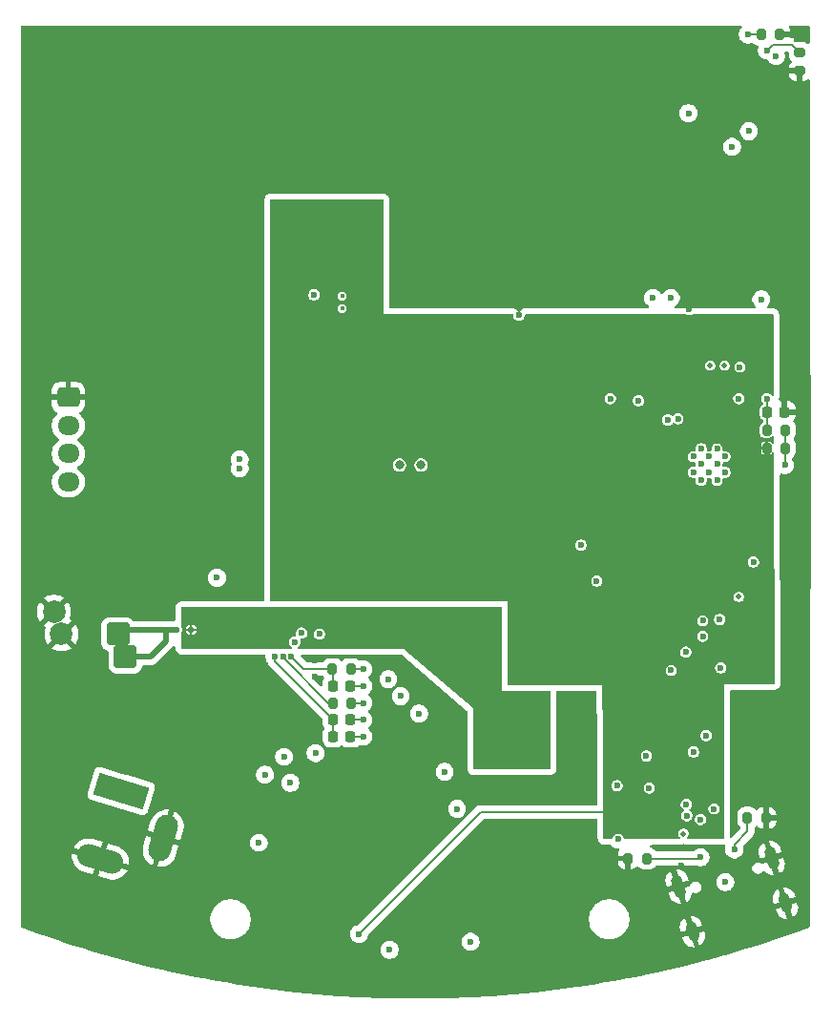
<source format=gbl>
G04 #@! TF.GenerationSoftware,KiCad,Pcbnew,9.0.2*
G04 #@! TF.CreationDate,2025-09-19T19:59:58+02:00*
G04 #@! TF.ProjectId,LumiCtrl,4c756d69-4374-4726-9c2e-6b696361645f,rev?*
G04 #@! TF.SameCoordinates,Original*
G04 #@! TF.FileFunction,Copper,L4,Bot*
G04 #@! TF.FilePolarity,Positive*
%FSLAX46Y46*%
G04 Gerber Fmt 4.6, Leading zero omitted, Abs format (unit mm)*
G04 Created by KiCad (PCBNEW 9.0.2) date 2025-09-19 19:59:58*
%MOMM*%
%LPD*%
G01*
G04 APERTURE LIST*
G04 Aperture macros list*
%AMRoundRect*
0 Rectangle with rounded corners*
0 $1 Rounding radius*
0 $2 $3 $4 $5 $6 $7 $8 $9 X,Y pos of 4 corners*
0 Add a 4 corners polygon primitive as box body*
4,1,4,$2,$3,$4,$5,$6,$7,$8,$9,$2,$3,0*
0 Add four circle primitives for the rounded corners*
1,1,$1+$1,$2,$3*
1,1,$1+$1,$4,$5*
1,1,$1+$1,$6,$7*
1,1,$1+$1,$8,$9*
0 Add four rect primitives between the rounded corners*
20,1,$1+$1,$2,$3,$4,$5,0*
20,1,$1+$1,$4,$5,$6,$7,0*
20,1,$1+$1,$6,$7,$8,$9,0*
20,1,$1+$1,$8,$9,$2,$3,0*%
%AMHorizOval*
0 Thick line with rounded ends*
0 $1 width*
0 $2 $3 position (X,Y) of the first rounded end (center of the circle)*
0 $4 $5 position (X,Y) of the second rounded end (center of the circle)*
0 Add line between two ends*
20,1,$1,$2,$3,$4,$5,0*
0 Add two circle primitives to create the rounded ends*
1,1,$1,$2,$3*
1,1,$1,$4,$5*%
%AMRotRect*
0 Rectangle, with rotation*
0 The origin of the aperture is its center*
0 $1 length*
0 $2 width*
0 $3 Rotation angle, in degrees counterclockwise*
0 Add horizontal line*
21,1,$1,$2,0,0,$3*%
G04 Aperture macros list end*
G04 #@! TA.AperFunction,ComponentPad*
%ADD10C,0.400000*%
G04 #@! TD*
G04 #@! TA.AperFunction,HeatsinkPad*
%ADD11HorizOval,1.000000X-0.116949X0.382522X0.116949X-0.382522X0*%
G04 #@! TD*
G04 #@! TA.AperFunction,HeatsinkPad*
%ADD12HorizOval,1.000000X-0.160804X0.525968X0.160804X-0.525968X0*%
G04 #@! TD*
G04 #@! TA.AperFunction,HeatsinkPad*
%ADD13C,0.600000*%
G04 #@! TD*
G04 #@! TA.AperFunction,ComponentPad*
%ADD14RotRect,4.600000X2.000000X343.000000*%
G04 #@! TD*
G04 #@! TA.AperFunction,ComponentPad*
%ADD15HorizOval,2.000000X1.051935X-0.321609X-1.051935X0.321609X0*%
G04 #@! TD*
G04 #@! TA.AperFunction,ComponentPad*
%ADD16HorizOval,2.000000X-0.321609X-1.051935X0.321609X1.051935X0*%
G04 #@! TD*
G04 #@! TA.AperFunction,ComponentPad*
%ADD17RoundRect,0.250000X-0.725000X0.600000X-0.725000X-0.600000X0.725000X-0.600000X0.725000X0.600000X0*%
G04 #@! TD*
G04 #@! TA.AperFunction,ComponentPad*
%ADD18O,1.950000X1.700000*%
G04 #@! TD*
G04 #@! TA.AperFunction,SMDPad,CuDef*
%ADD19RoundRect,0.200000X-0.200000X-0.275000X0.200000X-0.275000X0.200000X0.275000X-0.200000X0.275000X0*%
G04 #@! TD*
G04 #@! TA.AperFunction,ComponentPad*
%ADD20RoundRect,0.250000X0.750000X0.750000X-0.750000X0.750000X-0.750000X-0.750000X0.750000X-0.750000X0*%
G04 #@! TD*
G04 #@! TA.AperFunction,ComponentPad*
%ADD21C,2.000000*%
G04 #@! TD*
G04 #@! TA.AperFunction,SMDPad,CuDef*
%ADD22RoundRect,0.200000X-0.275000X0.200000X-0.275000X-0.200000X0.275000X-0.200000X0.275000X0.200000X0*%
G04 #@! TD*
G04 #@! TA.AperFunction,SMDPad,CuDef*
%ADD23RoundRect,0.225000X-0.225000X-0.250000X0.225000X-0.250000X0.225000X0.250000X-0.225000X0.250000X0*%
G04 #@! TD*
G04 #@! TA.AperFunction,SMDPad,CuDef*
%ADD24RoundRect,0.225000X0.225000X0.250000X-0.225000X0.250000X-0.225000X-0.250000X0.225000X-0.250000X0*%
G04 #@! TD*
G04 #@! TA.AperFunction,SMDPad,CuDef*
%ADD25RoundRect,0.200000X0.200000X0.275000X-0.200000X0.275000X-0.200000X-0.275000X0.200000X-0.275000X0*%
G04 #@! TD*
G04 #@! TA.AperFunction,SMDPad,CuDef*
%ADD26RoundRect,0.125000X0.125000X0.125000X-0.125000X0.125000X-0.125000X-0.125000X0.125000X-0.125000X0*%
G04 #@! TD*
G04 #@! TA.AperFunction,ViaPad*
%ADD27C,0.800000*%
G04 #@! TD*
G04 #@! TA.AperFunction,ViaPad*
%ADD28C,0.600000*%
G04 #@! TD*
G04 #@! TA.AperFunction,ViaPad*
%ADD29C,0.500000*%
G04 #@! TD*
G04 #@! TA.AperFunction,Conductor*
%ADD30C,0.200000*%
G04 #@! TD*
G04 #@! TA.AperFunction,Conductor*
%ADD31C,0.500000*%
G04 #@! TD*
G04 APERTURE END LIST*
D10*
X148500000Y-74000000D03*
X148500000Y-75100000D03*
D11*
X187845536Y-127864982D03*
D12*
X186623422Y-123867628D03*
D11*
X179583063Y-130391073D03*
D12*
X178360949Y-126393719D03*
D13*
X180370000Y-90350000D03*
X181770000Y-90350000D03*
X179670000Y-89650000D03*
X181070000Y-89650000D03*
X182470000Y-89650000D03*
X180370000Y-88925000D03*
X181770000Y-88925000D03*
X179670000Y-88250000D03*
X181070000Y-88250000D03*
X182470000Y-88250000D03*
X180370000Y-87550000D03*
X181770000Y-87550000D03*
D14*
X128898097Y-117927465D03*
D15*
X127056155Y-123952184D03*
D16*
X132640482Y-122104133D03*
D17*
X124200000Y-83000000D03*
D18*
X124200000Y-85500000D03*
X124200000Y-88000000D03*
X124200000Y-90500000D03*
D19*
X185675000Y-50800000D03*
X187325000Y-50800000D03*
D20*
X129272144Y-106000000D03*
X128600000Y-104000000D03*
D21*
X123600000Y-104000000D03*
X122927856Y-102000000D03*
D22*
X189100000Y-52375000D03*
X189100000Y-54025000D03*
D19*
X186175000Y-87500000D03*
X187825000Y-87500000D03*
D23*
X147698095Y-108595161D03*
X149248095Y-108595161D03*
D24*
X149248572Y-113086669D03*
X147698572Y-113086669D03*
D23*
X186225000Y-84300000D03*
X187775000Y-84300000D03*
D24*
X149248572Y-111586669D03*
X147698572Y-111586669D03*
D25*
X149300000Y-110100000D03*
X147650000Y-110100000D03*
X187825000Y-85900000D03*
X186175000Y-85900000D03*
D26*
X135100000Y-103600000D03*
X132900000Y-103600000D03*
D19*
X173875000Y-123900000D03*
X175525000Y-123900000D03*
D25*
X186125000Y-120300000D03*
X184475000Y-120300000D03*
D19*
X147648095Y-107095161D03*
X149298095Y-107095161D03*
D27*
X153600000Y-89000000D03*
X155500000Y-89000000D03*
D28*
X180800000Y-60475000D03*
X146000000Y-73900000D03*
X131500000Y-88550002D03*
X134100000Y-85400000D03*
X134100000Y-84300000D03*
X135200000Y-84300000D03*
X135200000Y-85500000D03*
X135200000Y-86600000D03*
X139700000Y-86400000D03*
X138300000Y-86400000D03*
X136800000Y-86300000D03*
X137000000Y-90500000D03*
X137100000Y-91400000D03*
X135800000Y-91400000D03*
X135800000Y-90400000D03*
X128300000Y-80100000D03*
X130300000Y-80400000D03*
X130400000Y-81900000D03*
X130400000Y-83400000D03*
X122000000Y-88300000D03*
X121900000Y-86600000D03*
X121900000Y-85000000D03*
X122000000Y-83500000D03*
X122000000Y-82000000D03*
X124600000Y-107100000D03*
X120900000Y-108600000D03*
X121300000Y-99000000D03*
X124700000Y-100000000D03*
X146100000Y-106300000D03*
X146100000Y-107800000D03*
X144300000Y-104700000D03*
X144900000Y-103900000D03*
X146500000Y-104000000D03*
X127900000Y-127400000D03*
X125400000Y-126700000D03*
X123500000Y-126100000D03*
X135200000Y-123100000D03*
X135200000Y-121100000D03*
X138100000Y-123000000D03*
X138100000Y-121300000D03*
X142300000Y-125100000D03*
X144400000Y-125100000D03*
X145500000Y-120800000D03*
X145700000Y-122600000D03*
X157200000Y-134800000D03*
X158300000Y-134700000D03*
X158200000Y-131200000D03*
X158300000Y-130300000D03*
X156100000Y-131100000D03*
X156100000Y-130300000D03*
X178600000Y-124500000D03*
X185800000Y-121900000D03*
X180300000Y-120450000D03*
X164200000Y-117700000D03*
X162400000Y-117800000D03*
X160900000Y-117700000D03*
X157200000Y-119600000D03*
X155000000Y-118200000D03*
X156000000Y-118200000D03*
X153000000Y-117700000D03*
X153000000Y-116300000D03*
X153000000Y-115200000D03*
X152000000Y-114200000D03*
X151800000Y-112400000D03*
X151700000Y-109900000D03*
X151800000Y-111100000D03*
X170500000Y-109400000D03*
X170600000Y-110500000D03*
X179000000Y-105600000D03*
X177700000Y-107200000D03*
X180500000Y-104200000D03*
X180500000Y-102800000D03*
X182000000Y-102700000D03*
X188900000Y-106300000D03*
X188600000Y-103700000D03*
X188700000Y-101600000D03*
X188700000Y-92500000D03*
X188700000Y-94100000D03*
X188700000Y-95700000D03*
X188800000Y-97400000D03*
X189500000Y-87900000D03*
X189500000Y-86400000D03*
X189500000Y-85100000D03*
X189500000Y-83800000D03*
X179300000Y-75200000D03*
X172800000Y-73200000D03*
X172800000Y-74400000D03*
X166100000Y-70900000D03*
X166200000Y-73900000D03*
X164200000Y-75700000D03*
X164200000Y-73700000D03*
X164300000Y-70900000D03*
X164300000Y-69600000D03*
X164300000Y-68100000D03*
X176300000Y-56500000D03*
X178100000Y-56500000D03*
X179700000Y-56500000D03*
X177200000Y-55400000D03*
X179100000Y-55400000D03*
X180600000Y-55400000D03*
X183000000Y-57800000D03*
X165600000Y-50800000D03*
X168600000Y-50800000D03*
X171500000Y-50800000D03*
X173500000Y-50800000D03*
X175900000Y-50800000D03*
X178100000Y-50800000D03*
X180200000Y-50800000D03*
X179685712Y-114456014D03*
X156200000Y-113500000D03*
X175756250Y-117643750D03*
X183100000Y-60775000D03*
X184600000Y-59375000D03*
D29*
X181170007Y-80163571D03*
X182445001Y-80163571D03*
D28*
X183700000Y-53000000D03*
X186100000Y-59575000D03*
X183426105Y-51934557D03*
X188800000Y-51200000D03*
X189500000Y-50400000D03*
X189100000Y-54025000D03*
X187325000Y-50800000D03*
X187000000Y-52700000D03*
X179231477Y-57785653D03*
X186200000Y-52200000D03*
X184500000Y-50800000D03*
X183178097Y-56482565D03*
X189100000Y-74800000D03*
X188800000Y-83000000D03*
X189100000Y-73500000D03*
X179100000Y-120100000D03*
X179050000Y-119100000D03*
X129100000Y-93300000D03*
X189100000Y-76000000D03*
X185200000Y-76200000D03*
X180100000Y-111700000D03*
X150350000Y-70200000D03*
X186200000Y-76200000D03*
X147850000Y-70200000D03*
X178200000Y-111700000D03*
X179100000Y-111700000D03*
X177600000Y-103000000D03*
X172700000Y-114400000D03*
X170000000Y-107500000D03*
X172200000Y-119800000D03*
X170000000Y-105300000D03*
X150000000Y-130600000D03*
X167900000Y-105300000D03*
X184200000Y-76200000D03*
X167700000Y-107533561D03*
X149250000Y-70200000D03*
X185700000Y-74300000D03*
X186200000Y-83100000D03*
X153700000Y-109500000D03*
X163500000Y-114500000D03*
X165800000Y-114300000D03*
X161200000Y-114400000D03*
X155322859Y-111040924D03*
X157599715Y-116222661D03*
X158700000Y-119500000D03*
X152600000Y-108000000D03*
X133800000Y-103600000D03*
X150400000Y-110100000D03*
X150400000Y-108600000D03*
X150400000Y-111600000D03*
X150400000Y-113100000D03*
X150400000Y-107100000D03*
X142499994Y-106000000D03*
X183700000Y-83100000D03*
X147648095Y-107095161D03*
X144000000Y-106000000D03*
X183800000Y-80300000D03*
X137400000Y-99000000D03*
X182500000Y-126000000D03*
X181500000Y-119500000D03*
X146149998Y-114550000D03*
X143353085Y-114882452D03*
X141100000Y-122500000D03*
X169700000Y-96100000D03*
X159900000Y-131300000D03*
X187800000Y-89000000D03*
X152700000Y-132000000D03*
X171100000Y-99300000D03*
X175500000Y-114800000D03*
X180800000Y-113000000D03*
D29*
X183700000Y-100700000D03*
X178800000Y-121700000D03*
D28*
X185000000Y-97600000D03*
X173000000Y-122200000D03*
X182100000Y-107000000D03*
X172900000Y-117437500D03*
X141649998Y-116475000D03*
X143900000Y-117200000D03*
X143249997Y-106000000D03*
X178300000Y-84900000D03*
X177670000Y-74162500D03*
X176070000Y-74162500D03*
X177400000Y-85000000D03*
X139400000Y-89300000D03*
X174800000Y-83300000D03*
X139400000Y-88500000D03*
X172300000Y-83100000D03*
X183300000Y-123100000D03*
X180300000Y-123800000D03*
X184500000Y-55200000D03*
X185900000Y-54200000D03*
D30*
X186700000Y-51700000D02*
X186200000Y-52200000D01*
X188425000Y-51700000D02*
X186700000Y-51700000D01*
X189100000Y-52375000D02*
X188425000Y-51700000D01*
X185675000Y-50800000D02*
X184500000Y-50800000D01*
X160800000Y-119800000D02*
X172200000Y-119800000D01*
X150000000Y-130600000D02*
X160800000Y-119800000D01*
X186175000Y-85900000D02*
X186175000Y-84350000D01*
X186225000Y-84300000D02*
X186225000Y-83125000D01*
X186225000Y-83125000D02*
X186200000Y-83100000D01*
X186175000Y-84350000D02*
X186225000Y-84300000D01*
D31*
X132900000Y-103600000D02*
X133800000Y-103600000D01*
X132900000Y-103600000D02*
X129000000Y-103600000D01*
X131500000Y-106000000D02*
X129272144Y-106000000D01*
X129000000Y-103600000D02*
X128600000Y-104000000D01*
X132900000Y-104600000D02*
X131500000Y-106000000D01*
X132900000Y-103600000D02*
X132900000Y-104600000D01*
D30*
X149300000Y-110100000D02*
X150400000Y-110100000D01*
X149248572Y-113086669D02*
X150386669Y-113086669D01*
X149248572Y-111586669D02*
X150386669Y-111586669D01*
X150395161Y-107095161D02*
X150400000Y-107100000D01*
X150395161Y-108595161D02*
X150400000Y-108600000D01*
X150386669Y-113086669D02*
X150400000Y-113100000D01*
X150386669Y-111586669D02*
X150400000Y-111600000D01*
X149298095Y-107095161D02*
X150395161Y-107095161D01*
X149248095Y-108595161D02*
X150395161Y-108595161D01*
X142499994Y-106388091D02*
X142499994Y-106000000D01*
X147698572Y-113086669D02*
X147698572Y-111586669D01*
X147698572Y-111586669D02*
X142499994Y-106388091D01*
X147648095Y-107095161D02*
X145095161Y-107095161D01*
X147698095Y-107145161D02*
X147648095Y-107095161D01*
X147698095Y-108595161D02*
X147698095Y-107145161D01*
X145095161Y-107095161D02*
X144000000Y-106000000D01*
X187825000Y-85900000D02*
X187825000Y-87500000D01*
X187825000Y-88975000D02*
X187800000Y-89000000D01*
X187825000Y-87500000D02*
X187825000Y-88975000D01*
X147236902Y-110100000D02*
X143249997Y-106113095D01*
X147650000Y-110100000D02*
X147236902Y-110100000D01*
X143249997Y-106113095D02*
X143249997Y-106000000D01*
X184475000Y-121525000D02*
X184475000Y-120300000D01*
X183300000Y-123100000D02*
X183300000Y-122700000D01*
X183300000Y-122700000D02*
X184475000Y-121525000D01*
X180200000Y-123900000D02*
X180300000Y-123800000D01*
X175525000Y-123900000D02*
X180200000Y-123900000D01*
G04 #@! TA.AperFunction,Conductor*
G36*
X162659191Y-101618907D02*
G01*
X162695155Y-101668407D01*
X162700000Y-101699000D01*
X162700000Y-109000081D01*
X166901010Y-109000478D01*
X166959198Y-109019391D01*
X166995157Y-109068894D01*
X167000000Y-109099478D01*
X167000000Y-115901000D01*
X166981093Y-115959191D01*
X166931593Y-115995155D01*
X166901000Y-116000000D01*
X160199000Y-116000000D01*
X160140809Y-115981093D01*
X160104845Y-115931593D01*
X160100000Y-115901000D01*
X160100000Y-110600000D01*
X160099999Y-110599998D01*
X153963159Y-105300000D01*
X153963158Y-105300000D01*
X144631243Y-105300000D01*
X144573052Y-105281093D01*
X144537088Y-105231593D01*
X144537088Y-105170407D01*
X144573052Y-105120907D01*
X144581736Y-105115267D01*
X144607314Y-105100500D01*
X144700500Y-105007314D01*
X144766392Y-104893186D01*
X144800500Y-104765892D01*
X144800500Y-104634108D01*
X144771297Y-104525120D01*
X144774500Y-104464022D01*
X144813005Y-104416472D01*
X144866924Y-104400500D01*
X144965890Y-104400500D01*
X144965892Y-104400500D01*
X145093186Y-104366392D01*
X145093188Y-104366390D01*
X145093190Y-104366390D01*
X145207309Y-104300503D01*
X145207309Y-104300502D01*
X145207314Y-104300500D01*
X145300500Y-104207314D01*
X145300503Y-104207309D01*
X145366390Y-104093190D01*
X145366390Y-104093188D01*
X145366392Y-104093186D01*
X145400500Y-103965892D01*
X145400500Y-103934108D01*
X145999500Y-103934108D01*
X145999500Y-104065892D01*
X146025027Y-104161161D01*
X146033609Y-104193190D01*
X146099496Y-104307309D01*
X146099498Y-104307311D01*
X146099500Y-104307314D01*
X146192686Y-104400500D01*
X146192688Y-104400501D01*
X146192690Y-104400503D01*
X146306810Y-104466390D01*
X146306808Y-104466390D01*
X146306812Y-104466391D01*
X146306814Y-104466392D01*
X146434108Y-104500500D01*
X146434110Y-104500500D01*
X146565890Y-104500500D01*
X146565892Y-104500500D01*
X146693186Y-104466392D01*
X146693188Y-104466390D01*
X146693190Y-104466390D01*
X146807309Y-104400503D01*
X146807309Y-104400502D01*
X146807314Y-104400500D01*
X146900500Y-104307314D01*
X146904434Y-104300500D01*
X146966390Y-104193190D01*
X146966390Y-104193188D01*
X146966392Y-104193186D01*
X147000500Y-104065892D01*
X147000500Y-103934108D01*
X146966392Y-103806814D01*
X146966390Y-103806811D01*
X146966390Y-103806809D01*
X146900503Y-103692690D01*
X146900501Y-103692688D01*
X146900500Y-103692686D01*
X146807314Y-103599500D01*
X146807311Y-103599498D01*
X146807309Y-103599496D01*
X146693189Y-103533609D01*
X146693191Y-103533609D01*
X146643799Y-103520375D01*
X146565892Y-103499500D01*
X146434108Y-103499500D01*
X146356200Y-103520375D01*
X146306809Y-103533609D01*
X146192690Y-103599496D01*
X146099496Y-103692690D01*
X146033609Y-103806809D01*
X146026294Y-103834109D01*
X145999500Y-103934108D01*
X145400500Y-103934108D01*
X145400500Y-103834108D01*
X145366392Y-103706814D01*
X145366390Y-103706811D01*
X145366390Y-103706809D01*
X145300503Y-103592690D01*
X145300501Y-103592688D01*
X145300500Y-103592686D01*
X145207314Y-103499500D01*
X145207311Y-103499498D01*
X145207309Y-103499496D01*
X145093189Y-103433609D01*
X145093191Y-103433609D01*
X145043799Y-103420375D01*
X144965892Y-103399500D01*
X144834108Y-103399500D01*
X144756200Y-103420375D01*
X144706809Y-103433609D01*
X144592690Y-103499496D01*
X144499496Y-103592690D01*
X144433609Y-103706809D01*
X144433608Y-103706814D01*
X144399500Y-103834108D01*
X144399500Y-103965892D01*
X144428702Y-104074879D01*
X144425500Y-104135978D01*
X144386995Y-104183528D01*
X144333076Y-104199500D01*
X144234108Y-104199500D01*
X144156200Y-104220375D01*
X144106809Y-104233609D01*
X143992690Y-104299496D01*
X143899496Y-104392690D01*
X143833609Y-104506809D01*
X143833608Y-104506814D01*
X143799500Y-104634108D01*
X143799500Y-104765892D01*
X143829579Y-104878151D01*
X143833609Y-104893190D01*
X143899496Y-105007309D01*
X143899498Y-105007311D01*
X143899500Y-105007314D01*
X143992686Y-105100500D01*
X144018257Y-105115263D01*
X144059198Y-105160733D01*
X144065594Y-105221583D01*
X144035001Y-105274571D01*
X143979106Y-105299458D01*
X143968757Y-105300000D01*
X134299000Y-105300000D01*
X134240809Y-105281093D01*
X134204845Y-105231593D01*
X134200000Y-105201000D01*
X134200000Y-103934707D01*
X134213264Y-103885207D01*
X134266390Y-103793190D01*
X134266390Y-103793188D01*
X134266392Y-103793186D01*
X134291361Y-103700001D01*
X134650001Y-103700001D01*
X134650001Y-103763091D01*
X134656230Y-103810413D01*
X134656230Y-103810415D01*
X134704666Y-103914285D01*
X134785714Y-103995333D01*
X134889581Y-104043767D01*
X134889582Y-104043768D01*
X134936915Y-104049999D01*
X134999999Y-104049998D01*
X135000000Y-104049998D01*
X135000000Y-103700001D01*
X135200000Y-103700001D01*
X135200000Y-104049998D01*
X135200001Y-104049999D01*
X135263081Y-104049999D01*
X135263091Y-104049998D01*
X135310413Y-104043769D01*
X135310415Y-104043769D01*
X135414285Y-103995333D01*
X135495333Y-103914285D01*
X135543767Y-103810418D01*
X135543768Y-103810417D01*
X135550000Y-103763083D01*
X135550000Y-103700001D01*
X135549999Y-103700000D01*
X135200001Y-103700000D01*
X135200000Y-103700001D01*
X135000000Y-103700001D01*
X134999999Y-103700000D01*
X134650002Y-103700000D01*
X134650001Y-103700001D01*
X134291361Y-103700001D01*
X134300500Y-103665892D01*
X134300500Y-103534108D01*
X134274458Y-103436916D01*
X134650000Y-103436916D01*
X134650000Y-103499999D01*
X134650001Y-103500000D01*
X134999999Y-103500000D01*
X135000000Y-103499999D01*
X135000000Y-103150001D01*
X135200000Y-103150001D01*
X135200000Y-103499999D01*
X135200001Y-103500000D01*
X135549998Y-103500000D01*
X135549999Y-103499999D01*
X135549999Y-103436919D01*
X135549998Y-103436908D01*
X135543769Y-103389586D01*
X135543769Y-103389584D01*
X135495333Y-103285714D01*
X135414285Y-103204666D01*
X135310418Y-103156232D01*
X135310417Y-103156231D01*
X135263084Y-103150000D01*
X135200001Y-103150000D01*
X135200000Y-103150001D01*
X135000000Y-103150001D01*
X135000000Y-103149999D01*
X134936919Y-103150000D01*
X134936907Y-103150001D01*
X134889586Y-103156230D01*
X134889584Y-103156230D01*
X134785714Y-103204666D01*
X134704666Y-103285714D01*
X134656232Y-103389581D01*
X134656231Y-103389582D01*
X134650000Y-103436916D01*
X134274458Y-103436916D01*
X134266392Y-103406814D01*
X134256445Y-103389586D01*
X134213263Y-103314792D01*
X134200000Y-103265292D01*
X134200000Y-101699000D01*
X134218907Y-101640809D01*
X134268407Y-101604845D01*
X134299000Y-101600000D01*
X162601000Y-101600000D01*
X162659191Y-101618907D01*
G37*
G04 #@! TD.AperFunction*
G04 #@! TA.AperFunction,Conductor*
G36*
X152159191Y-65418907D02*
G01*
X152195155Y-65468407D01*
X152200000Y-65499000D01*
X152200000Y-75600000D01*
X163600500Y-75600000D01*
X163658691Y-75618907D01*
X163694655Y-75668407D01*
X163699500Y-75699000D01*
X163699500Y-75765892D01*
X163729579Y-75878151D01*
X163733609Y-75893190D01*
X163799496Y-76007309D01*
X163799498Y-76007311D01*
X163799500Y-76007314D01*
X163892686Y-76100500D01*
X163892688Y-76100501D01*
X163892690Y-76100503D01*
X164006810Y-76166390D01*
X164006808Y-76166390D01*
X164006812Y-76166391D01*
X164006814Y-76166392D01*
X164134108Y-76200500D01*
X164134110Y-76200500D01*
X164265890Y-76200500D01*
X164265892Y-76200500D01*
X164393186Y-76166392D01*
X164393188Y-76166390D01*
X164393190Y-76166390D01*
X164507309Y-76100503D01*
X164507309Y-76100502D01*
X164507314Y-76100500D01*
X164600500Y-76007314D01*
X164666392Y-75893186D01*
X164700500Y-75765892D01*
X164700500Y-75699000D01*
X164719407Y-75640809D01*
X164768907Y-75604845D01*
X164799500Y-75600000D01*
X178965293Y-75600000D01*
X179014793Y-75613264D01*
X179106810Y-75666390D01*
X179106808Y-75666390D01*
X179106812Y-75666391D01*
X179106814Y-75666392D01*
X179234108Y-75700500D01*
X179234110Y-75700500D01*
X179365890Y-75700500D01*
X179365892Y-75700500D01*
X179493186Y-75666392D01*
X179493188Y-75666390D01*
X179493190Y-75666390D01*
X179585207Y-75613264D01*
X179634707Y-75600000D01*
X186697631Y-75600000D01*
X186755822Y-75618907D01*
X186791786Y-75668407D01*
X186796630Y-75698694D01*
X186798170Y-76200500D01*
X186818414Y-82800347D01*
X186799685Y-82858596D01*
X186750295Y-82894711D01*
X186689110Y-82894899D01*
X186639500Y-82859087D01*
X186633681Y-82850157D01*
X186600500Y-82792686D01*
X186507314Y-82699500D01*
X186507311Y-82699498D01*
X186507309Y-82699496D01*
X186393189Y-82633609D01*
X186393191Y-82633609D01*
X186343799Y-82620375D01*
X186265892Y-82599500D01*
X186134108Y-82599500D01*
X186056200Y-82620375D01*
X186006809Y-82633609D01*
X185892690Y-82699496D01*
X185799496Y-82792690D01*
X185733609Y-82906809D01*
X185733608Y-82906814D01*
X185699500Y-83034108D01*
X185699500Y-83165892D01*
X185709174Y-83201995D01*
X185733609Y-83293190D01*
X185799496Y-83407309D01*
X185799498Y-83407311D01*
X185799500Y-83407314D01*
X185880222Y-83488036D01*
X185907998Y-83542551D01*
X185898427Y-83602983D01*
X185855163Y-83646247D01*
X185746781Y-83701471D01*
X185651470Y-83796782D01*
X185590283Y-83916867D01*
X185590281Y-83916874D01*
X185574500Y-84016510D01*
X185574500Y-84583489D01*
X185590281Y-84683125D01*
X185590283Y-84683132D01*
X185617390Y-84736331D01*
X185651472Y-84803220D01*
X185746780Y-84898528D01*
X185820447Y-84936063D01*
X185836836Y-84952452D01*
X185855593Y-84966080D01*
X185858061Y-84973677D01*
X185863710Y-84979326D01*
X185874500Y-85024271D01*
X185874500Y-85166048D01*
X185855593Y-85224239D01*
X185820446Y-85254257D01*
X185736659Y-85296949D01*
X185646949Y-85386659D01*
X185589354Y-85499695D01*
X185574500Y-85593477D01*
X185574500Y-86206520D01*
X185574501Y-86206523D01*
X185589352Y-86300299D01*
X185589354Y-86300304D01*
X185646950Y-86413342D01*
X185736658Y-86503050D01*
X185849696Y-86560646D01*
X185943481Y-86575500D01*
X186406518Y-86575499D01*
X186406520Y-86575499D01*
X186406521Y-86575498D01*
X186453411Y-86568072D01*
X186500299Y-86560647D01*
X186500299Y-86560646D01*
X186500304Y-86560646D01*
X186613342Y-86503050D01*
X186660838Y-86455553D01*
X186715352Y-86427777D01*
X186775784Y-86437348D01*
X186819049Y-86480612D01*
X186829840Y-86525254D01*
X186831438Y-87046399D01*
X186812709Y-87104648D01*
X186763319Y-87140763D01*
X186702134Y-87140951D01*
X186652524Y-87105139D01*
X186641873Y-87086690D01*
X186626787Y-87052523D01*
X186547477Y-86973213D01*
X186444872Y-86927909D01*
X186419797Y-86925000D01*
X186275001Y-86925000D01*
X186275000Y-86925001D01*
X186275000Y-88074998D01*
X186275001Y-88074999D01*
X186419790Y-88074999D01*
X186419791Y-88074998D01*
X186444874Y-88072090D01*
X186547477Y-88026786D01*
X186626787Y-87947476D01*
X186644635Y-87907054D01*
X186685435Y-87861458D01*
X186745244Y-87848552D01*
X186801216Y-87873265D01*
X186831972Y-87926158D01*
X186834200Y-87946737D01*
X186896735Y-108333450D01*
X186878006Y-108391699D01*
X186828616Y-108427814D01*
X186798173Y-108432753D01*
X182394923Y-108452237D01*
X182400674Y-122100958D01*
X182381791Y-122159157D01*
X182332306Y-122195142D01*
X182301674Y-122200000D01*
X179176109Y-122200000D01*
X179117918Y-122181093D01*
X179081954Y-122131593D01*
X179081954Y-122070407D01*
X179106103Y-122030998D01*
X179160489Y-121976613D01*
X179166679Y-121965892D01*
X179219797Y-121873890D01*
X179219797Y-121873888D01*
X179219799Y-121873886D01*
X179250500Y-121759309D01*
X179250500Y-121640691D01*
X179219799Y-121526114D01*
X179219797Y-121526111D01*
X179219797Y-121526109D01*
X179160492Y-121423391D01*
X179160490Y-121423389D01*
X179160489Y-121423387D01*
X179076613Y-121339511D01*
X179076610Y-121339509D01*
X179076608Y-121339507D01*
X178973889Y-121280202D01*
X178973890Y-121280202D01*
X178922350Y-121266392D01*
X178859309Y-121249500D01*
X178740691Y-121249500D01*
X178677650Y-121266392D01*
X178626109Y-121280202D01*
X178523391Y-121339507D01*
X178439507Y-121423391D01*
X178380202Y-121526109D01*
X178380201Y-121526114D01*
X178349500Y-121640691D01*
X178349500Y-121759309D01*
X178376574Y-121860351D01*
X178380202Y-121873890D01*
X178439507Y-121976608D01*
X178439509Y-121976610D01*
X178439511Y-121976613D01*
X178493896Y-122030998D01*
X178521672Y-122085513D01*
X178512101Y-122145945D01*
X178468836Y-122189210D01*
X178423891Y-122200000D01*
X173594121Y-122200000D01*
X173535930Y-122181093D01*
X173499966Y-122131593D01*
X173498494Y-122126623D01*
X173496666Y-122119799D01*
X173466392Y-122006814D01*
X173466390Y-122006811D01*
X173466390Y-122006809D01*
X173400503Y-121892690D01*
X173400501Y-121892688D01*
X173400500Y-121892686D01*
X173307314Y-121799500D01*
X173307311Y-121799498D01*
X173307309Y-121799496D01*
X173193189Y-121733609D01*
X173193191Y-121733609D01*
X173143799Y-121720375D01*
X173065892Y-121699500D01*
X172934108Y-121699500D01*
X172856200Y-121720375D01*
X172806809Y-121733609D01*
X172692690Y-121799496D01*
X172599496Y-121892690D01*
X172533609Y-122006809D01*
X172519241Y-122060430D01*
X172508383Y-122100958D01*
X172501506Y-122126623D01*
X172468182Y-122177937D01*
X172411060Y-122199864D01*
X172405879Y-122200000D01*
X171790008Y-122200000D01*
X171731817Y-122181093D01*
X171695853Y-122131593D01*
X171691011Y-122101810D01*
X171690431Y-122030996D01*
X171665903Y-119034108D01*
X178549500Y-119034108D01*
X178549500Y-119165892D01*
X178579579Y-119278151D01*
X178583609Y-119293190D01*
X178649496Y-119407309D01*
X178649498Y-119407311D01*
X178649500Y-119407314D01*
X178742686Y-119500500D01*
X178791525Y-119528697D01*
X178832465Y-119574166D01*
X178838861Y-119635016D01*
X178808268Y-119688004D01*
X178796925Y-119696247D01*
X178792689Y-119699497D01*
X178699496Y-119792690D01*
X178633609Y-119906809D01*
X178633608Y-119906814D01*
X178599500Y-120034108D01*
X178599500Y-120165892D01*
X178623861Y-120256809D01*
X178633609Y-120293190D01*
X178699496Y-120407309D01*
X178699498Y-120407311D01*
X178699500Y-120407314D01*
X178792686Y-120500500D01*
X178792688Y-120500501D01*
X178792690Y-120500503D01*
X178906810Y-120566390D01*
X178906808Y-120566390D01*
X178906812Y-120566391D01*
X178906814Y-120566392D01*
X179034108Y-120600500D01*
X179034110Y-120600500D01*
X179165890Y-120600500D01*
X179165892Y-120600500D01*
X179293186Y-120566392D01*
X179293188Y-120566390D01*
X179293190Y-120566390D01*
X179407309Y-120500503D01*
X179407309Y-120500502D01*
X179407314Y-120500500D01*
X179500500Y-120407314D01*
X179500503Y-120407309D01*
X179513898Y-120384108D01*
X179799500Y-120384108D01*
X179799500Y-120515892D01*
X179823783Y-120606518D01*
X179833609Y-120643190D01*
X179899496Y-120757309D01*
X179899498Y-120757311D01*
X179899500Y-120757314D01*
X179992686Y-120850500D01*
X179992688Y-120850501D01*
X179992690Y-120850503D01*
X180106810Y-120916390D01*
X180106808Y-120916390D01*
X180106812Y-120916391D01*
X180106814Y-120916392D01*
X180234108Y-120950500D01*
X180234110Y-120950500D01*
X180365890Y-120950500D01*
X180365892Y-120950500D01*
X180493186Y-120916392D01*
X180493188Y-120916390D01*
X180493190Y-120916390D01*
X180607309Y-120850503D01*
X180607309Y-120850502D01*
X180607314Y-120850500D01*
X180700500Y-120757314D01*
X180766392Y-120643186D01*
X180800500Y-120515892D01*
X180800500Y-120384108D01*
X180766392Y-120256814D01*
X180766390Y-120256811D01*
X180766390Y-120256809D01*
X180700503Y-120142690D01*
X180700501Y-120142688D01*
X180700500Y-120142686D01*
X180607314Y-120049500D01*
X180607311Y-120049498D01*
X180607309Y-120049496D01*
X180493189Y-119983609D01*
X180493191Y-119983609D01*
X180428927Y-119966390D01*
X180365892Y-119949500D01*
X180234108Y-119949500D01*
X180171073Y-119966390D01*
X180106809Y-119983609D01*
X179992690Y-120049496D01*
X179899496Y-120142690D01*
X179833609Y-120256809D01*
X179833608Y-120256814D01*
X179799500Y-120384108D01*
X179513898Y-120384108D01*
X179546224Y-120328119D01*
X179566390Y-120293190D01*
X179566390Y-120293188D01*
X179566392Y-120293186D01*
X179600500Y-120165892D01*
X179600500Y-120034108D01*
X179566392Y-119906814D01*
X179566390Y-119906811D01*
X179566390Y-119906809D01*
X179500503Y-119792690D01*
X179500501Y-119792688D01*
X179500500Y-119792686D01*
X179407314Y-119699500D01*
X179407311Y-119699498D01*
X179407309Y-119699496D01*
X179358475Y-119671302D01*
X179317534Y-119625833D01*
X179311138Y-119564983D01*
X179341731Y-119511995D01*
X179353055Y-119503767D01*
X179357308Y-119500503D01*
X179357314Y-119500500D01*
X179423706Y-119434108D01*
X180999500Y-119434108D01*
X180999500Y-119565892D01*
X181008773Y-119600500D01*
X181033609Y-119693190D01*
X181099496Y-119807309D01*
X181099498Y-119807311D01*
X181099500Y-119807314D01*
X181192686Y-119900500D01*
X181192688Y-119900501D01*
X181192690Y-119900503D01*
X181306810Y-119966390D01*
X181306808Y-119966390D01*
X181306812Y-119966391D01*
X181306814Y-119966392D01*
X181434108Y-120000500D01*
X181434110Y-120000500D01*
X181565890Y-120000500D01*
X181565892Y-120000500D01*
X181693186Y-119966392D01*
X181693188Y-119966390D01*
X181693190Y-119966390D01*
X181807309Y-119900503D01*
X181807309Y-119900502D01*
X181807314Y-119900500D01*
X181900500Y-119807314D01*
X181962747Y-119699500D01*
X181966390Y-119693190D01*
X181966390Y-119693188D01*
X181966392Y-119693186D01*
X182000500Y-119565892D01*
X182000500Y-119434108D01*
X181966392Y-119306814D01*
X181966390Y-119306811D01*
X181966390Y-119306809D01*
X181900503Y-119192690D01*
X181900501Y-119192688D01*
X181900500Y-119192686D01*
X181807314Y-119099500D01*
X181807311Y-119099498D01*
X181807309Y-119099496D01*
X181693189Y-119033609D01*
X181693191Y-119033609D01*
X181643799Y-119020375D01*
X181565892Y-118999500D01*
X181434108Y-118999500D01*
X181356200Y-119020375D01*
X181306809Y-119033609D01*
X181192690Y-119099496D01*
X181099496Y-119192690D01*
X181033609Y-119306809D01*
X181033608Y-119306814D01*
X180999500Y-119434108D01*
X179423706Y-119434108D01*
X179450500Y-119407314D01*
X179459504Y-119391717D01*
X179467357Y-119378118D01*
X179508524Y-119306814D01*
X179516392Y-119293186D01*
X179550500Y-119165892D01*
X179550500Y-119034108D01*
X179516392Y-118906814D01*
X179516390Y-118906811D01*
X179516390Y-118906809D01*
X179450503Y-118792690D01*
X179450501Y-118792688D01*
X179450500Y-118792686D01*
X179357314Y-118699500D01*
X179357311Y-118699498D01*
X179357309Y-118699496D01*
X179243189Y-118633609D01*
X179243191Y-118633609D01*
X179193799Y-118620375D01*
X179115892Y-118599500D01*
X178984108Y-118599500D01*
X178906200Y-118620375D01*
X178856809Y-118633609D01*
X178742690Y-118699496D01*
X178649496Y-118792690D01*
X178583609Y-118906809D01*
X178583608Y-118906814D01*
X178549500Y-119034108D01*
X171665903Y-119034108D01*
X171652296Y-117371608D01*
X172399500Y-117371608D01*
X172399500Y-117503392D01*
X172400417Y-117506814D01*
X172433609Y-117630690D01*
X172499496Y-117744809D01*
X172499498Y-117744811D01*
X172499500Y-117744814D01*
X172592686Y-117838000D01*
X172592688Y-117838001D01*
X172592690Y-117838003D01*
X172706810Y-117903890D01*
X172706808Y-117903890D01*
X172706812Y-117903891D01*
X172706814Y-117903892D01*
X172834108Y-117938000D01*
X172834110Y-117938000D01*
X172965890Y-117938000D01*
X172965892Y-117938000D01*
X173093186Y-117903892D01*
X173093188Y-117903890D01*
X173093190Y-117903890D01*
X173207309Y-117838003D01*
X173207309Y-117838002D01*
X173207314Y-117838000D01*
X173300500Y-117744814D01*
X173345777Y-117666392D01*
X173366390Y-117630690D01*
X173366390Y-117630688D01*
X173366392Y-117630686D01*
X173380547Y-117577858D01*
X175255750Y-117577858D01*
X175255750Y-117709642D01*
X175270822Y-117765892D01*
X175289859Y-117836940D01*
X175355746Y-117951059D01*
X175355748Y-117951061D01*
X175355750Y-117951064D01*
X175448936Y-118044250D01*
X175448938Y-118044251D01*
X175448940Y-118044253D01*
X175563060Y-118110140D01*
X175563058Y-118110140D01*
X175563062Y-118110141D01*
X175563064Y-118110142D01*
X175690358Y-118144250D01*
X175690360Y-118144250D01*
X175822140Y-118144250D01*
X175822142Y-118144250D01*
X175949436Y-118110142D01*
X175949438Y-118110140D01*
X175949440Y-118110140D01*
X176063559Y-118044253D01*
X176063559Y-118044252D01*
X176063564Y-118044250D01*
X176156750Y-117951064D01*
X176222642Y-117836936D01*
X176256750Y-117709642D01*
X176256750Y-117577858D01*
X176222642Y-117450564D01*
X176222640Y-117450561D01*
X176222640Y-117450559D01*
X176156753Y-117336440D01*
X176156751Y-117336438D01*
X176156750Y-117336436D01*
X176063564Y-117243250D01*
X176063561Y-117243248D01*
X176063559Y-117243246D01*
X175949439Y-117177359D01*
X175949441Y-117177359D01*
X175900049Y-117164125D01*
X175822142Y-117143250D01*
X175690358Y-117143250D01*
X175612450Y-117164125D01*
X175563059Y-117177359D01*
X175448940Y-117243246D01*
X175355746Y-117336440D01*
X175289859Y-117450559D01*
X175275703Y-117503390D01*
X175255750Y-117577858D01*
X173380547Y-117577858D01*
X173400500Y-117503392D01*
X173400500Y-117371608D01*
X173366392Y-117244314D01*
X173366390Y-117244311D01*
X173366390Y-117244309D01*
X173300503Y-117130190D01*
X173300501Y-117130188D01*
X173300500Y-117130186D01*
X173207314Y-117037000D01*
X173207311Y-117036998D01*
X173207309Y-117036996D01*
X173093189Y-116971109D01*
X173093191Y-116971109D01*
X173043799Y-116957875D01*
X172965892Y-116937000D01*
X172834108Y-116937000D01*
X172756200Y-116957875D01*
X172706809Y-116971109D01*
X172592690Y-117036996D01*
X172499496Y-117130190D01*
X172433609Y-117244309D01*
X172433608Y-117244314D01*
X172399500Y-117371608D01*
X171652296Y-117371608D01*
X171632529Y-114956514D01*
X171630708Y-114734108D01*
X174999500Y-114734108D01*
X174999500Y-114865892D01*
X175023782Y-114956514D01*
X175033609Y-114993190D01*
X175099496Y-115107309D01*
X175099498Y-115107311D01*
X175099500Y-115107314D01*
X175192686Y-115200500D01*
X175192688Y-115200501D01*
X175192690Y-115200503D01*
X175306810Y-115266390D01*
X175306808Y-115266390D01*
X175306812Y-115266391D01*
X175306814Y-115266392D01*
X175434108Y-115300500D01*
X175434110Y-115300500D01*
X175565890Y-115300500D01*
X175565892Y-115300500D01*
X175693186Y-115266392D01*
X175693188Y-115266390D01*
X175693190Y-115266390D01*
X175807309Y-115200503D01*
X175807309Y-115200502D01*
X175807314Y-115200500D01*
X175900500Y-115107314D01*
X175958524Y-115006814D01*
X175966390Y-114993190D01*
X175966390Y-114993188D01*
X175966392Y-114993186D01*
X176000500Y-114865892D01*
X176000500Y-114734108D01*
X175966392Y-114606814D01*
X175966390Y-114606811D01*
X175966390Y-114606809D01*
X175900503Y-114492690D01*
X175900501Y-114492688D01*
X175900500Y-114492686D01*
X175807314Y-114399500D01*
X175807311Y-114399498D01*
X175807309Y-114399496D01*
X175791073Y-114390122D01*
X179185212Y-114390122D01*
X179185212Y-114521906D01*
X179207963Y-114606814D01*
X179219321Y-114649204D01*
X179285208Y-114763323D01*
X179285210Y-114763325D01*
X179285212Y-114763328D01*
X179378398Y-114856514D01*
X179378400Y-114856515D01*
X179378402Y-114856517D01*
X179492522Y-114922404D01*
X179492520Y-114922404D01*
X179492524Y-114922405D01*
X179492526Y-114922406D01*
X179619820Y-114956514D01*
X179619822Y-114956514D01*
X179751602Y-114956514D01*
X179751604Y-114956514D01*
X179878898Y-114922406D01*
X179878900Y-114922404D01*
X179878902Y-114922404D01*
X179993021Y-114856517D01*
X179993021Y-114856516D01*
X179993026Y-114856514D01*
X180086212Y-114763328D01*
X180152104Y-114649200D01*
X180186212Y-114521906D01*
X180186212Y-114390122D01*
X180152104Y-114262828D01*
X180152102Y-114262825D01*
X180152102Y-114262823D01*
X180086215Y-114148704D01*
X180086213Y-114148702D01*
X180086212Y-114148700D01*
X179993026Y-114055514D01*
X179993023Y-114055512D01*
X179993021Y-114055510D01*
X179878901Y-113989623D01*
X179878903Y-113989623D01*
X179829511Y-113976389D01*
X179751604Y-113955514D01*
X179619820Y-113955514D01*
X179541912Y-113976389D01*
X179492521Y-113989623D01*
X179378402Y-114055510D01*
X179285208Y-114148704D01*
X179219321Y-114262823D01*
X179219320Y-114262828D01*
X179185212Y-114390122D01*
X175791073Y-114390122D01*
X175693189Y-114333609D01*
X175693191Y-114333609D01*
X175643799Y-114320375D01*
X175565892Y-114299500D01*
X175434108Y-114299500D01*
X175356200Y-114320375D01*
X175306809Y-114333609D01*
X175192690Y-114399496D01*
X175099496Y-114492690D01*
X175033609Y-114606809D01*
X175022251Y-114649200D01*
X174999500Y-114734108D01*
X171630708Y-114734108D01*
X171630662Y-114728429D01*
X171617054Y-113065890D01*
X171615975Y-112934108D01*
X180299500Y-112934108D01*
X180299500Y-113065892D01*
X180326295Y-113165892D01*
X180333609Y-113193190D01*
X180399496Y-113307309D01*
X180399498Y-113307311D01*
X180399500Y-113307314D01*
X180492686Y-113400500D01*
X180492688Y-113400501D01*
X180492690Y-113400503D01*
X180606810Y-113466390D01*
X180606808Y-113466390D01*
X180606812Y-113466391D01*
X180606814Y-113466392D01*
X180734108Y-113500500D01*
X180734110Y-113500500D01*
X180865890Y-113500500D01*
X180865892Y-113500500D01*
X180993186Y-113466392D01*
X180993188Y-113466390D01*
X180993190Y-113466390D01*
X181107309Y-113400503D01*
X181107309Y-113400502D01*
X181107314Y-113400500D01*
X181200500Y-113307314D01*
X181266392Y-113193186D01*
X181300500Y-113065892D01*
X181300500Y-112934108D01*
X181266392Y-112806814D01*
X181266390Y-112806811D01*
X181266390Y-112806809D01*
X181200503Y-112692690D01*
X181200501Y-112692688D01*
X181200500Y-112692686D01*
X181107314Y-112599500D01*
X181107311Y-112599498D01*
X181107309Y-112599496D01*
X180993189Y-112533609D01*
X180993191Y-112533609D01*
X180943799Y-112520375D01*
X180865892Y-112499500D01*
X180734108Y-112499500D01*
X180656200Y-112520375D01*
X180606809Y-112533609D01*
X180492690Y-112599496D01*
X180399496Y-112692690D01*
X180333609Y-112806809D01*
X180333608Y-112806814D01*
X180299500Y-112934108D01*
X171615975Y-112934108D01*
X171579684Y-108500090D01*
X171579683Y-108500090D01*
X171579683Y-108500089D01*
X163299438Y-108536729D01*
X163241164Y-108518079D01*
X163204982Y-108468739D01*
X163200000Y-108437730D01*
X163200000Y-107134108D01*
X177199500Y-107134108D01*
X177199500Y-107265892D01*
X177210598Y-107307309D01*
X177233609Y-107393190D01*
X177299496Y-107507309D01*
X177299498Y-107507311D01*
X177299500Y-107507314D01*
X177392686Y-107600500D01*
X177392688Y-107600501D01*
X177392690Y-107600503D01*
X177506810Y-107666390D01*
X177506808Y-107666390D01*
X177506812Y-107666391D01*
X177506814Y-107666392D01*
X177634108Y-107700500D01*
X177634110Y-107700500D01*
X177765890Y-107700500D01*
X177765892Y-107700500D01*
X177893186Y-107666392D01*
X177893188Y-107666390D01*
X177893190Y-107666390D01*
X178007309Y-107600503D01*
X178007309Y-107600502D01*
X178007314Y-107600500D01*
X178100500Y-107507314D01*
X178104434Y-107500500D01*
X178166390Y-107393190D01*
X178166390Y-107393188D01*
X178166392Y-107393186D01*
X178200500Y-107265892D01*
X178200500Y-107134108D01*
X178166392Y-107006814D01*
X178124415Y-106934108D01*
X181599500Y-106934108D01*
X181599500Y-107065892D01*
X181617778Y-107134108D01*
X181633609Y-107193190D01*
X181699496Y-107307309D01*
X181699498Y-107307311D01*
X181699500Y-107307314D01*
X181792686Y-107400500D01*
X181792688Y-107400501D01*
X181792690Y-107400503D01*
X181906810Y-107466390D01*
X181906808Y-107466390D01*
X181906812Y-107466391D01*
X181906814Y-107466392D01*
X182034108Y-107500500D01*
X182034110Y-107500500D01*
X182165890Y-107500500D01*
X182165892Y-107500500D01*
X182293186Y-107466392D01*
X182293188Y-107466390D01*
X182293190Y-107466390D01*
X182407309Y-107400503D01*
X182407309Y-107400502D01*
X182407314Y-107400500D01*
X182500500Y-107307314D01*
X182566392Y-107193186D01*
X182600500Y-107065892D01*
X182600500Y-106934108D01*
X182566392Y-106806814D01*
X182566390Y-106806811D01*
X182566390Y-106806809D01*
X182500503Y-106692690D01*
X182500501Y-106692688D01*
X182500500Y-106692686D01*
X182407314Y-106599500D01*
X182407311Y-106599498D01*
X182407309Y-106599496D01*
X182293189Y-106533609D01*
X182293191Y-106533609D01*
X182243799Y-106520375D01*
X182165892Y-106499500D01*
X182034108Y-106499500D01*
X181956200Y-106520375D01*
X181906809Y-106533609D01*
X181792690Y-106599496D01*
X181699496Y-106692690D01*
X181633609Y-106806809D01*
X181633608Y-106806814D01*
X181599500Y-106934108D01*
X178124415Y-106934108D01*
X178100500Y-106892686D01*
X178007314Y-106799500D01*
X178007311Y-106799498D01*
X178007309Y-106799496D01*
X177893189Y-106733609D01*
X177893191Y-106733609D01*
X177843799Y-106720375D01*
X177765892Y-106699500D01*
X177634108Y-106699500D01*
X177556200Y-106720375D01*
X177506809Y-106733609D01*
X177392690Y-106799496D01*
X177299496Y-106892690D01*
X177233609Y-107006809D01*
X177217779Y-107065890D01*
X177199500Y-107134108D01*
X163200000Y-107134108D01*
X163200000Y-105534108D01*
X178499500Y-105534108D01*
X178499500Y-105665892D01*
X178529579Y-105778151D01*
X178533609Y-105793190D01*
X178599496Y-105907309D01*
X178599498Y-105907311D01*
X178599500Y-105907314D01*
X178692686Y-106000500D01*
X178692688Y-106000501D01*
X178692690Y-106000503D01*
X178806810Y-106066390D01*
X178806808Y-106066390D01*
X178806812Y-106066391D01*
X178806814Y-106066392D01*
X178934108Y-106100500D01*
X178934110Y-106100500D01*
X179065890Y-106100500D01*
X179065892Y-106100500D01*
X179193186Y-106066392D01*
X179193188Y-106066390D01*
X179193190Y-106066390D01*
X179307309Y-106000503D01*
X179307309Y-106000502D01*
X179307314Y-106000500D01*
X179400500Y-105907314D01*
X179400503Y-105907309D01*
X179466390Y-105793190D01*
X179466390Y-105793188D01*
X179466392Y-105793186D01*
X179500500Y-105665892D01*
X179500500Y-105534108D01*
X179466392Y-105406814D01*
X179466390Y-105406811D01*
X179466390Y-105406809D01*
X179400503Y-105292690D01*
X179400501Y-105292688D01*
X179400500Y-105292686D01*
X179307314Y-105199500D01*
X179307311Y-105199498D01*
X179307309Y-105199496D01*
X179193189Y-105133609D01*
X179193191Y-105133609D01*
X179143799Y-105120375D01*
X179065892Y-105099500D01*
X178934108Y-105099500D01*
X178856200Y-105120375D01*
X178806809Y-105133609D01*
X178692690Y-105199496D01*
X178599496Y-105292690D01*
X178533609Y-105406809D01*
X178533608Y-105406814D01*
X178499500Y-105534108D01*
X163200000Y-105534108D01*
X163200000Y-104134108D01*
X179999500Y-104134108D01*
X179999500Y-104265892D01*
X180008773Y-104300500D01*
X180033609Y-104393190D01*
X180099496Y-104507309D01*
X180099498Y-104507311D01*
X180099500Y-104507314D01*
X180192686Y-104600500D01*
X180192688Y-104600501D01*
X180192690Y-104600503D01*
X180306810Y-104666390D01*
X180306808Y-104666390D01*
X180306812Y-104666391D01*
X180306814Y-104666392D01*
X180434108Y-104700500D01*
X180434110Y-104700500D01*
X180565890Y-104700500D01*
X180565892Y-104700500D01*
X180693186Y-104666392D01*
X180693188Y-104666390D01*
X180693190Y-104666390D01*
X180807309Y-104600503D01*
X180807309Y-104600502D01*
X180807314Y-104600500D01*
X180900500Y-104507314D01*
X180904434Y-104500500D01*
X180966390Y-104393190D01*
X180966390Y-104393188D01*
X180966392Y-104393186D01*
X181000500Y-104265892D01*
X181000500Y-104134108D01*
X180966392Y-104006814D01*
X180966390Y-104006811D01*
X180966390Y-104006809D01*
X180900503Y-103892690D01*
X180900501Y-103892688D01*
X180900500Y-103892686D01*
X180807314Y-103799500D01*
X180807311Y-103799498D01*
X180807309Y-103799496D01*
X180693189Y-103733609D01*
X180693191Y-103733609D01*
X180643799Y-103720375D01*
X180565892Y-103699500D01*
X180434108Y-103699500D01*
X180356200Y-103720375D01*
X180306809Y-103733609D01*
X180192690Y-103799496D01*
X180099496Y-103892690D01*
X180033609Y-104006809D01*
X180033608Y-104006814D01*
X179999500Y-104134108D01*
X163200000Y-104134108D01*
X163200000Y-102734108D01*
X179999500Y-102734108D01*
X179999500Y-102865892D01*
X180029579Y-102978151D01*
X180033609Y-102993190D01*
X180099496Y-103107309D01*
X180099498Y-103107311D01*
X180099500Y-103107314D01*
X180192686Y-103200500D01*
X180192688Y-103200501D01*
X180192690Y-103200503D01*
X180306810Y-103266390D01*
X180306808Y-103266390D01*
X180306812Y-103266391D01*
X180306814Y-103266392D01*
X180434108Y-103300500D01*
X180434110Y-103300500D01*
X180565890Y-103300500D01*
X180565892Y-103300500D01*
X180693186Y-103266392D01*
X180693188Y-103266390D01*
X180693190Y-103266390D01*
X180807309Y-103200503D01*
X180807309Y-103200502D01*
X180807314Y-103200500D01*
X180900500Y-103107314D01*
X180966392Y-102993186D01*
X181000500Y-102865892D01*
X181000500Y-102734108D01*
X180973705Y-102634108D01*
X181499500Y-102634108D01*
X181499500Y-102765892D01*
X181526294Y-102865890D01*
X181533609Y-102893190D01*
X181599496Y-103007309D01*
X181599498Y-103007311D01*
X181599500Y-103007314D01*
X181692686Y-103100500D01*
X181692688Y-103100501D01*
X181692690Y-103100503D01*
X181806810Y-103166390D01*
X181806808Y-103166390D01*
X181806812Y-103166391D01*
X181806814Y-103166392D01*
X181934108Y-103200500D01*
X181934110Y-103200500D01*
X182065890Y-103200500D01*
X182065892Y-103200500D01*
X182193186Y-103166392D01*
X182193188Y-103166390D01*
X182193190Y-103166390D01*
X182307309Y-103100503D01*
X182307309Y-103100502D01*
X182307314Y-103100500D01*
X182400500Y-103007314D01*
X182466392Y-102893186D01*
X182500500Y-102765892D01*
X182500500Y-102634108D01*
X182466392Y-102506814D01*
X182466390Y-102506811D01*
X182466390Y-102506809D01*
X182400503Y-102392690D01*
X182400501Y-102392688D01*
X182400500Y-102392686D01*
X182307314Y-102299500D01*
X182307311Y-102299498D01*
X182307309Y-102299496D01*
X182193189Y-102233609D01*
X182193191Y-102233609D01*
X182143799Y-102220375D01*
X182065892Y-102199500D01*
X181934108Y-102199500D01*
X181856200Y-102220375D01*
X181806809Y-102233609D01*
X181692690Y-102299496D01*
X181599496Y-102392690D01*
X181533609Y-102506809D01*
X181533608Y-102506814D01*
X181499500Y-102634108D01*
X180973705Y-102634108D01*
X180966392Y-102606814D01*
X180966390Y-102606811D01*
X180966390Y-102606809D01*
X180900503Y-102492690D01*
X180900501Y-102492688D01*
X180900500Y-102492686D01*
X180807314Y-102399500D01*
X180807311Y-102399498D01*
X180807309Y-102399496D01*
X180693189Y-102333609D01*
X180693191Y-102333609D01*
X180643799Y-102320375D01*
X180565892Y-102299500D01*
X180434108Y-102299500D01*
X180356200Y-102320375D01*
X180306809Y-102333609D01*
X180192690Y-102399496D01*
X180099496Y-102492690D01*
X180033609Y-102606809D01*
X180026294Y-102634109D01*
X179999500Y-102734108D01*
X163200000Y-102734108D01*
X163200000Y-101100001D01*
X163200000Y-101100000D01*
X163199999Y-101100000D01*
X142199000Y-101100000D01*
X142140809Y-101081093D01*
X142104845Y-101031593D01*
X142100000Y-101001000D01*
X142100000Y-100640691D01*
X183249500Y-100640691D01*
X183249500Y-100759309D01*
X183276574Y-100860351D01*
X183280202Y-100873890D01*
X183339507Y-100976608D01*
X183339509Y-100976610D01*
X183339511Y-100976613D01*
X183423387Y-101060489D01*
X183423389Y-101060490D01*
X183423391Y-101060492D01*
X183526110Y-101119797D01*
X183526111Y-101119797D01*
X183526114Y-101119799D01*
X183640691Y-101150500D01*
X183640693Y-101150500D01*
X183759307Y-101150500D01*
X183759309Y-101150500D01*
X183873886Y-101119799D01*
X183873888Y-101119797D01*
X183873890Y-101119797D01*
X183976608Y-101060492D01*
X183976608Y-101060491D01*
X183976613Y-101060489D01*
X184060489Y-100976613D01*
X184119799Y-100873886D01*
X184150500Y-100759309D01*
X184150500Y-100640691D01*
X184119799Y-100526114D01*
X184119797Y-100526111D01*
X184119797Y-100526109D01*
X184060492Y-100423391D01*
X184060490Y-100423389D01*
X184060489Y-100423387D01*
X183976613Y-100339511D01*
X183976610Y-100339509D01*
X183976608Y-100339507D01*
X183873889Y-100280202D01*
X183873890Y-100280202D01*
X183860351Y-100276574D01*
X183759309Y-100249500D01*
X183640691Y-100249500D01*
X183570567Y-100268289D01*
X183526109Y-100280202D01*
X183423391Y-100339507D01*
X183339507Y-100423391D01*
X183280202Y-100526109D01*
X183280201Y-100526114D01*
X183249500Y-100640691D01*
X142100000Y-100640691D01*
X142100000Y-99234108D01*
X170599500Y-99234108D01*
X170599500Y-99365892D01*
X170629579Y-99478151D01*
X170633609Y-99493190D01*
X170699496Y-99607309D01*
X170699498Y-99607311D01*
X170699500Y-99607314D01*
X170792686Y-99700500D01*
X170792688Y-99700501D01*
X170792690Y-99700503D01*
X170906810Y-99766390D01*
X170906808Y-99766390D01*
X170906812Y-99766391D01*
X170906814Y-99766392D01*
X171034108Y-99800500D01*
X171034110Y-99800500D01*
X171165890Y-99800500D01*
X171165892Y-99800500D01*
X171293186Y-99766392D01*
X171293188Y-99766390D01*
X171293190Y-99766390D01*
X171407309Y-99700503D01*
X171407309Y-99700502D01*
X171407314Y-99700500D01*
X171500500Y-99607314D01*
X171566392Y-99493186D01*
X171600500Y-99365892D01*
X171600500Y-99234108D01*
X171566392Y-99106814D01*
X171566390Y-99106811D01*
X171566390Y-99106809D01*
X171500503Y-98992690D01*
X171500501Y-98992688D01*
X171500500Y-98992686D01*
X171407314Y-98899500D01*
X171407311Y-98899498D01*
X171407309Y-98899496D01*
X171293189Y-98833609D01*
X171293191Y-98833609D01*
X171243799Y-98820375D01*
X171165892Y-98799500D01*
X171034108Y-98799500D01*
X170956200Y-98820375D01*
X170906809Y-98833609D01*
X170792690Y-98899496D01*
X170699496Y-98992690D01*
X170633609Y-99106809D01*
X170633608Y-99106814D01*
X170599500Y-99234108D01*
X142100000Y-99234108D01*
X142100000Y-97534108D01*
X184499500Y-97534108D01*
X184499500Y-97665892D01*
X184529579Y-97778151D01*
X184533609Y-97793190D01*
X184599496Y-97907309D01*
X184599498Y-97907311D01*
X184599500Y-97907314D01*
X184692686Y-98000500D01*
X184692688Y-98000501D01*
X184692690Y-98000503D01*
X184806810Y-98066390D01*
X184806808Y-98066390D01*
X184806812Y-98066391D01*
X184806814Y-98066392D01*
X184934108Y-98100500D01*
X184934110Y-98100500D01*
X185065890Y-98100500D01*
X185065892Y-98100500D01*
X185193186Y-98066392D01*
X185193188Y-98066390D01*
X185193190Y-98066390D01*
X185307309Y-98000503D01*
X185307309Y-98000502D01*
X185307314Y-98000500D01*
X185400500Y-97907314D01*
X185466392Y-97793186D01*
X185500500Y-97665892D01*
X185500500Y-97534108D01*
X185466392Y-97406814D01*
X185466390Y-97406811D01*
X185466390Y-97406809D01*
X185400503Y-97292690D01*
X185400501Y-97292688D01*
X185400500Y-97292686D01*
X185307314Y-97199500D01*
X185307311Y-97199498D01*
X185307309Y-97199496D01*
X185193189Y-97133609D01*
X185193191Y-97133609D01*
X185143799Y-97120375D01*
X185065892Y-97099500D01*
X184934108Y-97099500D01*
X184856200Y-97120375D01*
X184806809Y-97133609D01*
X184692690Y-97199496D01*
X184599496Y-97292690D01*
X184533609Y-97406809D01*
X184533608Y-97406814D01*
X184499500Y-97534108D01*
X142100000Y-97534108D01*
X142100000Y-96034108D01*
X169199500Y-96034108D01*
X169199500Y-96165892D01*
X169229579Y-96278151D01*
X169233609Y-96293190D01*
X169299496Y-96407309D01*
X169299498Y-96407311D01*
X169299500Y-96407314D01*
X169392686Y-96500500D01*
X169392688Y-96500501D01*
X169392690Y-96500503D01*
X169506810Y-96566390D01*
X169506808Y-96566390D01*
X169506812Y-96566391D01*
X169506814Y-96566392D01*
X169634108Y-96600500D01*
X169634110Y-96600500D01*
X169765890Y-96600500D01*
X169765892Y-96600500D01*
X169893186Y-96566392D01*
X169893188Y-96566390D01*
X169893190Y-96566390D01*
X170007309Y-96500503D01*
X170007309Y-96500502D01*
X170007314Y-96500500D01*
X170100500Y-96407314D01*
X170166392Y-96293186D01*
X170200500Y-96165892D01*
X170200500Y-96034108D01*
X170166392Y-95906814D01*
X170166390Y-95906811D01*
X170166390Y-95906809D01*
X170100503Y-95792690D01*
X170100501Y-95792688D01*
X170100500Y-95792686D01*
X170007314Y-95699500D01*
X170007311Y-95699498D01*
X170007309Y-95699496D01*
X169893189Y-95633609D01*
X169893191Y-95633609D01*
X169843799Y-95620375D01*
X169765892Y-95599500D01*
X169634108Y-95599500D01*
X169556200Y-95620375D01*
X169506809Y-95633609D01*
X169392690Y-95699496D01*
X169299496Y-95792690D01*
X169233609Y-95906809D01*
X169233608Y-95906814D01*
X169199500Y-96034108D01*
X142100000Y-96034108D01*
X142100000Y-88920943D01*
X152999500Y-88920943D01*
X152999500Y-89079057D01*
X153040423Y-89231784D01*
X153119480Y-89368716D01*
X153231284Y-89480520D01*
X153368216Y-89559577D01*
X153520943Y-89600500D01*
X153520945Y-89600500D01*
X153679055Y-89600500D01*
X153679057Y-89600500D01*
X153831784Y-89559577D01*
X153968716Y-89480520D01*
X154080520Y-89368716D01*
X154159577Y-89231784D01*
X154200500Y-89079057D01*
X154200500Y-88920943D01*
X154899500Y-88920943D01*
X154899500Y-89079057D01*
X154940423Y-89231784D01*
X155019480Y-89368716D01*
X155131284Y-89480520D01*
X155268216Y-89559577D01*
X155420943Y-89600500D01*
X155420945Y-89600500D01*
X155579055Y-89600500D01*
X155579057Y-89600500D01*
X155731784Y-89559577D01*
X155868716Y-89480520D01*
X155980520Y-89368716D01*
X156059577Y-89231784D01*
X156100500Y-89079057D01*
X156100500Y-88920943D01*
X156059577Y-88768216D01*
X155980520Y-88631284D01*
X155868716Y-88519480D01*
X155731784Y-88440423D01*
X155579057Y-88399500D01*
X155420943Y-88399500D01*
X155268216Y-88440423D01*
X155131284Y-88519480D01*
X155019480Y-88631284D01*
X154940423Y-88768216D01*
X154899500Y-88920943D01*
X154200500Y-88920943D01*
X154159577Y-88768216D01*
X154080520Y-88631284D01*
X153968716Y-88519480D01*
X153831784Y-88440423D01*
X153679057Y-88399500D01*
X153520943Y-88399500D01*
X153368216Y-88440423D01*
X153231284Y-88519480D01*
X153119480Y-88631284D01*
X153040423Y-88768216D01*
X152999500Y-88920943D01*
X142100000Y-88920943D01*
X142100000Y-88184108D01*
X179169500Y-88184108D01*
X179169500Y-88315892D01*
X179198475Y-88424029D01*
X179203609Y-88443190D01*
X179269496Y-88557309D01*
X179269498Y-88557311D01*
X179269500Y-88557314D01*
X179362686Y-88650500D01*
X179362688Y-88650501D01*
X179362690Y-88650503D01*
X179476810Y-88716390D01*
X179476808Y-88716390D01*
X179476812Y-88716391D01*
X179476814Y-88716392D01*
X179604108Y-88750500D01*
X179604110Y-88750500D01*
X179735889Y-88750500D01*
X179735892Y-88750500D01*
X179746091Y-88747767D01*
X179807189Y-88750967D01*
X179854740Y-88789471D01*
X179870579Y-88848570D01*
X179869868Y-88856309D01*
X179869500Y-88859105D01*
X179869500Y-88990891D01*
X179881240Y-89034708D01*
X179878037Y-89095810D01*
X179839531Y-89143359D01*
X179780430Y-89159194D01*
X179759992Y-89155957D01*
X179735894Y-89149500D01*
X179735892Y-89149500D01*
X179604108Y-89149500D01*
X179526200Y-89170375D01*
X179476809Y-89183609D01*
X179362690Y-89249496D01*
X179269496Y-89342690D01*
X179203609Y-89456809D01*
X179197612Y-89479191D01*
X179169500Y-89584108D01*
X179169500Y-89715892D01*
X179199579Y-89828151D01*
X179203609Y-89843190D01*
X179269496Y-89957309D01*
X179269498Y-89957311D01*
X179269500Y-89957314D01*
X179362686Y-90050500D01*
X179362688Y-90050501D01*
X179362690Y-90050503D01*
X179476810Y-90116390D01*
X179476808Y-90116390D01*
X179476812Y-90116391D01*
X179476814Y-90116392D01*
X179604108Y-90150500D01*
X179604110Y-90150500D01*
X179735890Y-90150500D01*
X179735892Y-90150500D01*
X179752775Y-90145976D01*
X179813876Y-90149179D01*
X179861425Y-90187684D01*
X179877261Y-90246784D01*
X179874024Y-90267221D01*
X179869500Y-90284108D01*
X179869500Y-90415892D01*
X179899579Y-90528151D01*
X179903609Y-90543190D01*
X179969496Y-90657309D01*
X179969498Y-90657311D01*
X179969500Y-90657314D01*
X180062686Y-90750500D01*
X180062688Y-90750501D01*
X180062690Y-90750503D01*
X180176810Y-90816390D01*
X180176808Y-90816390D01*
X180176812Y-90816391D01*
X180176814Y-90816392D01*
X180304108Y-90850500D01*
X180304110Y-90850500D01*
X180435890Y-90850500D01*
X180435892Y-90850500D01*
X180563186Y-90816392D01*
X180563188Y-90816390D01*
X180563190Y-90816390D01*
X180677309Y-90750503D01*
X180677309Y-90750502D01*
X180677314Y-90750500D01*
X180770500Y-90657314D01*
X180836392Y-90543186D01*
X180870500Y-90415892D01*
X180870500Y-90284108D01*
X180865976Y-90267224D01*
X180869179Y-90206124D01*
X180907684Y-90158575D01*
X180966784Y-90142739D01*
X180987221Y-90145975D01*
X181004108Y-90150500D01*
X181004110Y-90150500D01*
X181135890Y-90150500D01*
X181135892Y-90150500D01*
X181152775Y-90145976D01*
X181213876Y-90149179D01*
X181261425Y-90187684D01*
X181277261Y-90246784D01*
X181274024Y-90267221D01*
X181269500Y-90284108D01*
X181269500Y-90415892D01*
X181299579Y-90528151D01*
X181303609Y-90543190D01*
X181369496Y-90657309D01*
X181369498Y-90657311D01*
X181369500Y-90657314D01*
X181462686Y-90750500D01*
X181462688Y-90750501D01*
X181462690Y-90750503D01*
X181576810Y-90816390D01*
X181576808Y-90816390D01*
X181576812Y-90816391D01*
X181576814Y-90816392D01*
X181704108Y-90850500D01*
X181704110Y-90850500D01*
X181835890Y-90850500D01*
X181835892Y-90850500D01*
X181963186Y-90816392D01*
X181963188Y-90816390D01*
X181963190Y-90816390D01*
X182077309Y-90750503D01*
X182077309Y-90750502D01*
X182077314Y-90750500D01*
X182170500Y-90657314D01*
X182236392Y-90543186D01*
X182270500Y-90415892D01*
X182270500Y-90284108D01*
X182265976Y-90267224D01*
X182269179Y-90206124D01*
X182307684Y-90158575D01*
X182366784Y-90142739D01*
X182387221Y-90145975D01*
X182404108Y-90150500D01*
X182404110Y-90150500D01*
X182535890Y-90150500D01*
X182535892Y-90150500D01*
X182663186Y-90116392D01*
X182663188Y-90116390D01*
X182663190Y-90116390D01*
X182777309Y-90050503D01*
X182777309Y-90050502D01*
X182777314Y-90050500D01*
X182870500Y-89957314D01*
X182881175Y-89938825D01*
X182936390Y-89843190D01*
X182936390Y-89843188D01*
X182936392Y-89843186D01*
X182970500Y-89715892D01*
X182970500Y-89584108D01*
X182936392Y-89456814D01*
X182936390Y-89456811D01*
X182936390Y-89456809D01*
X182870503Y-89342690D01*
X182870501Y-89342688D01*
X182870500Y-89342686D01*
X182777314Y-89249500D01*
X182777311Y-89249498D01*
X182777309Y-89249496D01*
X182663189Y-89183609D01*
X182663191Y-89183609D01*
X182613799Y-89170375D01*
X182535892Y-89149500D01*
X182404108Y-89149500D01*
X182404105Y-89149500D01*
X182380007Y-89155957D01*
X182318905Y-89152754D01*
X182271356Y-89114247D01*
X182255522Y-89055146D01*
X182258757Y-89034716D01*
X182270500Y-88990892D01*
X182270500Y-88859108D01*
X182270498Y-88859103D01*
X182270132Y-88856319D01*
X182270500Y-88854333D01*
X182270500Y-88852619D01*
X182270818Y-88852619D01*
X182281280Y-88796158D01*
X182325661Y-88754039D01*
X182386322Y-88746050D01*
X182393898Y-88747764D01*
X182404108Y-88750500D01*
X182404109Y-88750500D01*
X182535890Y-88750500D01*
X182535892Y-88750500D01*
X182663186Y-88716392D01*
X182663188Y-88716390D01*
X182663190Y-88716390D01*
X182777309Y-88650503D01*
X182777309Y-88650502D01*
X182777314Y-88650500D01*
X182870500Y-88557314D01*
X182892344Y-88519480D01*
X182936390Y-88443190D01*
X182936390Y-88443188D01*
X182936392Y-88443186D01*
X182970500Y-88315892D01*
X182970500Y-88184108D01*
X182936392Y-88056814D01*
X182936390Y-88056811D01*
X182936390Y-88056809D01*
X182870503Y-87942690D01*
X182870501Y-87942688D01*
X182870500Y-87942686D01*
X182777314Y-87849500D01*
X182777311Y-87849498D01*
X182777309Y-87849496D01*
X182663189Y-87783609D01*
X182663191Y-87783609D01*
X182613799Y-87770375D01*
X182535892Y-87749500D01*
X182404108Y-87749500D01*
X182387224Y-87754023D01*
X182326124Y-87750821D01*
X182278575Y-87712316D01*
X182262739Y-87653216D01*
X182262914Y-87650557D01*
X182263631Y-87641526D01*
X182270500Y-87615892D01*
X182270500Y-87600001D01*
X185675001Y-87600001D01*
X185675001Y-87819791D01*
X185677909Y-87844874D01*
X185723213Y-87947477D01*
X185802522Y-88026786D01*
X185905127Y-88072090D01*
X185930203Y-88074999D01*
X186075000Y-88074999D01*
X186075000Y-87600001D01*
X186074999Y-87600000D01*
X185675002Y-87600000D01*
X185675001Y-87600001D01*
X182270500Y-87600001D01*
X182270500Y-87484108D01*
X182236392Y-87356814D01*
X182236390Y-87356811D01*
X182236390Y-87356809D01*
X182170503Y-87242690D01*
X182170501Y-87242688D01*
X182170500Y-87242686D01*
X182108016Y-87180202D01*
X185675000Y-87180202D01*
X185675000Y-87399999D01*
X185675001Y-87400000D01*
X186074999Y-87400000D01*
X186075000Y-87399999D01*
X186075000Y-86925001D01*
X186074999Y-86925000D01*
X185930210Y-86925000D01*
X185930207Y-86925001D01*
X185905125Y-86927909D01*
X185802522Y-86973213D01*
X185723213Y-87052522D01*
X185677909Y-87155127D01*
X185675000Y-87180202D01*
X182108016Y-87180202D01*
X182077314Y-87149500D01*
X182077311Y-87149498D01*
X182077309Y-87149496D01*
X181963189Y-87083609D01*
X181963191Y-87083609D01*
X181913799Y-87070375D01*
X181835892Y-87049500D01*
X181704108Y-87049500D01*
X181626200Y-87070375D01*
X181576809Y-87083609D01*
X181462690Y-87149496D01*
X181369496Y-87242690D01*
X181303609Y-87356809D01*
X181269500Y-87484109D01*
X181269500Y-87615896D01*
X181274023Y-87632776D01*
X181270819Y-87693877D01*
X181232313Y-87741426D01*
X181173212Y-87757260D01*
X181152776Y-87754023D01*
X181135896Y-87749500D01*
X181135892Y-87749500D01*
X181004108Y-87749500D01*
X180987224Y-87754023D01*
X180926124Y-87750821D01*
X180878575Y-87712316D01*
X180862739Y-87653216D01*
X180865976Y-87632776D01*
X180870500Y-87615892D01*
X180870500Y-87484108D01*
X180836392Y-87356814D01*
X180836390Y-87356811D01*
X180836390Y-87356809D01*
X180770503Y-87242690D01*
X180770501Y-87242688D01*
X180770500Y-87242686D01*
X180677314Y-87149500D01*
X180677311Y-87149498D01*
X180677309Y-87149496D01*
X180563189Y-87083609D01*
X180563191Y-87083609D01*
X180513799Y-87070375D01*
X180435892Y-87049500D01*
X180304108Y-87049500D01*
X180226200Y-87070375D01*
X180176809Y-87083609D01*
X180062690Y-87149496D01*
X179969496Y-87242690D01*
X179903609Y-87356809D01*
X179869500Y-87484109D01*
X179869500Y-87615896D01*
X179874023Y-87632776D01*
X179870819Y-87693877D01*
X179832313Y-87741426D01*
X179773212Y-87757260D01*
X179752776Y-87754023D01*
X179735896Y-87749500D01*
X179735892Y-87749500D01*
X179604108Y-87749500D01*
X179526200Y-87770375D01*
X179476809Y-87783609D01*
X179362690Y-87849496D01*
X179269496Y-87942690D01*
X179203609Y-88056809D01*
X179185077Y-88125973D01*
X179169500Y-88184108D01*
X142100000Y-88184108D01*
X142100000Y-84934108D01*
X176899500Y-84934108D01*
X176899500Y-85065892D01*
X176929579Y-85178151D01*
X176933609Y-85193190D01*
X176999496Y-85307309D01*
X176999498Y-85307311D01*
X176999500Y-85307314D01*
X177092686Y-85400500D01*
X177092688Y-85400501D01*
X177092690Y-85400503D01*
X177206810Y-85466390D01*
X177206808Y-85466390D01*
X177206812Y-85466391D01*
X177206814Y-85466392D01*
X177334108Y-85500500D01*
X177334110Y-85500500D01*
X177465890Y-85500500D01*
X177465892Y-85500500D01*
X177593186Y-85466392D01*
X177593188Y-85466390D01*
X177593190Y-85466390D01*
X177707309Y-85400503D01*
X177707309Y-85400502D01*
X177707314Y-85400500D01*
X177800500Y-85307314D01*
X177808829Y-85292886D01*
X177854299Y-85251946D01*
X177915149Y-85245550D01*
X177964567Y-85272381D01*
X177992686Y-85300500D01*
X177992688Y-85300501D01*
X177992690Y-85300503D01*
X178106810Y-85366390D01*
X178106808Y-85366390D01*
X178106812Y-85366391D01*
X178106814Y-85366392D01*
X178234108Y-85400500D01*
X178234110Y-85400500D01*
X178365890Y-85400500D01*
X178365892Y-85400500D01*
X178493186Y-85366392D01*
X178493188Y-85366390D01*
X178493190Y-85366390D01*
X178607309Y-85300503D01*
X178607309Y-85300502D01*
X178607314Y-85300500D01*
X178700500Y-85207314D01*
X178766392Y-85093186D01*
X178800500Y-84965892D01*
X178800500Y-84834108D01*
X178766392Y-84706814D01*
X178766390Y-84706811D01*
X178766390Y-84706809D01*
X178700503Y-84592690D01*
X178700501Y-84592688D01*
X178700500Y-84592686D01*
X178607314Y-84499500D01*
X178607311Y-84499498D01*
X178607309Y-84499496D01*
X178493189Y-84433609D01*
X178493191Y-84433609D01*
X178443799Y-84420375D01*
X178365892Y-84399500D01*
X178234108Y-84399500D01*
X178156200Y-84420375D01*
X178106809Y-84433609D01*
X177992690Y-84499496D01*
X177899498Y-84592688D01*
X177891167Y-84607117D01*
X177845695Y-84648055D01*
X177784845Y-84654448D01*
X177735431Y-84627617D01*
X177707314Y-84599500D01*
X177707311Y-84599498D01*
X177707309Y-84599496D01*
X177593189Y-84533609D01*
X177593191Y-84533609D01*
X177543799Y-84520375D01*
X177465892Y-84499500D01*
X177334108Y-84499500D01*
X177256200Y-84520375D01*
X177206809Y-84533609D01*
X177092690Y-84599496D01*
X176999496Y-84692690D01*
X176933609Y-84806809D01*
X176926294Y-84834109D01*
X176899500Y-84934108D01*
X142100000Y-84934108D01*
X142100000Y-83034108D01*
X171799500Y-83034108D01*
X171799500Y-83165892D01*
X171809174Y-83201995D01*
X171833609Y-83293190D01*
X171899496Y-83407309D01*
X171899498Y-83407311D01*
X171899500Y-83407314D01*
X171992686Y-83500500D01*
X171992688Y-83500501D01*
X171992690Y-83500503D01*
X172106810Y-83566390D01*
X172106808Y-83566390D01*
X172106812Y-83566391D01*
X172106814Y-83566392D01*
X172234108Y-83600500D01*
X172234110Y-83600500D01*
X172365890Y-83600500D01*
X172365892Y-83600500D01*
X172493186Y-83566392D01*
X172493188Y-83566390D01*
X172493190Y-83566390D01*
X172607309Y-83500503D01*
X172607309Y-83500502D01*
X172607314Y-83500500D01*
X172700500Y-83407314D01*
X172700503Y-83407309D01*
X172766390Y-83293190D01*
X172766390Y-83293188D01*
X172766392Y-83293186D01*
X172782222Y-83234108D01*
X174299500Y-83234108D01*
X174299500Y-83365892D01*
X174329579Y-83478151D01*
X174333609Y-83493190D01*
X174399496Y-83607309D01*
X174399498Y-83607311D01*
X174399500Y-83607314D01*
X174492686Y-83700500D01*
X174492688Y-83700501D01*
X174492690Y-83700503D01*
X174606810Y-83766390D01*
X174606808Y-83766390D01*
X174606812Y-83766391D01*
X174606814Y-83766392D01*
X174734108Y-83800500D01*
X174734110Y-83800500D01*
X174865890Y-83800500D01*
X174865892Y-83800500D01*
X174993186Y-83766392D01*
X174993188Y-83766390D01*
X174993190Y-83766390D01*
X175107309Y-83700503D01*
X175107309Y-83700502D01*
X175107314Y-83700500D01*
X175200500Y-83607314D01*
X175203001Y-83602983D01*
X175266390Y-83493190D01*
X175266390Y-83493188D01*
X175266392Y-83493186D01*
X175300500Y-83365892D01*
X175300500Y-83234108D01*
X175266392Y-83106814D01*
X175224415Y-83034108D01*
X183199500Y-83034108D01*
X183199500Y-83165892D01*
X183209174Y-83201995D01*
X183233609Y-83293190D01*
X183299496Y-83407309D01*
X183299498Y-83407311D01*
X183299500Y-83407314D01*
X183392686Y-83500500D01*
X183392688Y-83500501D01*
X183392690Y-83500503D01*
X183506810Y-83566390D01*
X183506808Y-83566390D01*
X183506812Y-83566391D01*
X183506814Y-83566392D01*
X183634108Y-83600500D01*
X183634110Y-83600500D01*
X183765890Y-83600500D01*
X183765892Y-83600500D01*
X183893186Y-83566392D01*
X183893188Y-83566390D01*
X183893190Y-83566390D01*
X184007309Y-83500503D01*
X184007309Y-83500502D01*
X184007314Y-83500500D01*
X184100500Y-83407314D01*
X184100503Y-83407309D01*
X184166390Y-83293190D01*
X184166390Y-83293188D01*
X184166392Y-83293186D01*
X184200500Y-83165892D01*
X184200500Y-83034108D01*
X184166392Y-82906814D01*
X184166390Y-82906811D01*
X184166390Y-82906809D01*
X184100503Y-82792690D01*
X184100501Y-82792688D01*
X184100500Y-82792686D01*
X184007314Y-82699500D01*
X184007311Y-82699498D01*
X184007309Y-82699496D01*
X183893189Y-82633609D01*
X183893191Y-82633609D01*
X183843799Y-82620375D01*
X183765892Y-82599500D01*
X183634108Y-82599500D01*
X183556200Y-82620375D01*
X183506809Y-82633609D01*
X183392690Y-82699496D01*
X183299496Y-82792690D01*
X183233609Y-82906809D01*
X183233608Y-82906814D01*
X183199500Y-83034108D01*
X175224415Y-83034108D01*
X175200500Y-82992686D01*
X175107314Y-82899500D01*
X175107311Y-82899498D01*
X175107309Y-82899496D01*
X174993189Y-82833609D01*
X174993191Y-82833609D01*
X174943799Y-82820375D01*
X174865892Y-82799500D01*
X174734108Y-82799500D01*
X174656200Y-82820375D01*
X174606809Y-82833609D01*
X174492690Y-82899496D01*
X174399496Y-82992690D01*
X174333609Y-83106809D01*
X174317778Y-83165892D01*
X174299500Y-83234108D01*
X172782222Y-83234108D01*
X172800500Y-83165892D01*
X172800500Y-83034108D01*
X172766392Y-82906814D01*
X172766390Y-82906811D01*
X172766390Y-82906809D01*
X172700503Y-82792690D01*
X172700501Y-82792688D01*
X172700500Y-82792686D01*
X172607314Y-82699500D01*
X172607311Y-82699498D01*
X172607309Y-82699496D01*
X172493189Y-82633609D01*
X172493191Y-82633609D01*
X172443799Y-82620375D01*
X172365892Y-82599500D01*
X172234108Y-82599500D01*
X172156200Y-82620375D01*
X172106809Y-82633609D01*
X171992690Y-82699496D01*
X171899496Y-82792690D01*
X171833609Y-82906809D01*
X171833608Y-82906814D01*
X171799500Y-83034108D01*
X142100000Y-83034108D01*
X142100000Y-80104262D01*
X180719507Y-80104262D01*
X180719507Y-80222880D01*
X180722516Y-80234108D01*
X180750209Y-80337461D01*
X180809514Y-80440179D01*
X180809516Y-80440181D01*
X180809518Y-80440184D01*
X180893394Y-80524060D01*
X180893396Y-80524061D01*
X180893398Y-80524063D01*
X180996117Y-80583368D01*
X180996118Y-80583368D01*
X180996121Y-80583370D01*
X181110698Y-80614071D01*
X181110700Y-80614071D01*
X181229314Y-80614071D01*
X181229316Y-80614071D01*
X181343893Y-80583370D01*
X181343895Y-80583368D01*
X181343897Y-80583368D01*
X181446615Y-80524063D01*
X181446615Y-80524062D01*
X181446620Y-80524060D01*
X181530496Y-80440184D01*
X181589806Y-80337457D01*
X181620507Y-80222880D01*
X181620507Y-80104262D01*
X181994501Y-80104262D01*
X181994501Y-80222880D01*
X181997510Y-80234108D01*
X182025203Y-80337461D01*
X182084508Y-80440179D01*
X182084510Y-80440181D01*
X182084512Y-80440184D01*
X182168388Y-80524060D01*
X182168390Y-80524061D01*
X182168392Y-80524063D01*
X182271111Y-80583368D01*
X182271112Y-80583368D01*
X182271115Y-80583370D01*
X182385692Y-80614071D01*
X182385694Y-80614071D01*
X182504308Y-80614071D01*
X182504310Y-80614071D01*
X182618887Y-80583370D01*
X182618889Y-80583368D01*
X182618891Y-80583368D01*
X182721609Y-80524063D01*
X182721609Y-80524062D01*
X182721614Y-80524060D01*
X182805490Y-80440184D01*
X182864800Y-80337457D01*
X182892492Y-80234108D01*
X183299500Y-80234108D01*
X183299500Y-80365892D01*
X183319405Y-80440179D01*
X183333609Y-80493190D01*
X183399496Y-80607309D01*
X183399498Y-80607311D01*
X183399500Y-80607314D01*
X183492686Y-80700500D01*
X183492688Y-80700501D01*
X183492690Y-80700503D01*
X183606810Y-80766390D01*
X183606808Y-80766390D01*
X183606812Y-80766391D01*
X183606814Y-80766392D01*
X183734108Y-80800500D01*
X183734110Y-80800500D01*
X183865890Y-80800500D01*
X183865892Y-80800500D01*
X183993186Y-80766392D01*
X183993188Y-80766390D01*
X183993190Y-80766390D01*
X184107309Y-80700503D01*
X184107309Y-80700502D01*
X184107314Y-80700500D01*
X184200500Y-80607314D01*
X184266392Y-80493186D01*
X184300500Y-80365892D01*
X184300500Y-80234108D01*
X184266392Y-80106814D01*
X184266390Y-80106811D01*
X184266390Y-80106809D01*
X184200503Y-79992690D01*
X184200501Y-79992688D01*
X184200500Y-79992686D01*
X184107314Y-79899500D01*
X184107311Y-79899498D01*
X184107309Y-79899496D01*
X183993189Y-79833609D01*
X183993191Y-79833609D01*
X183943799Y-79820375D01*
X183865892Y-79799500D01*
X183734108Y-79799500D01*
X183656200Y-79820375D01*
X183606809Y-79833609D01*
X183492690Y-79899496D01*
X183399496Y-79992690D01*
X183333609Y-80106809D01*
X183333608Y-80106814D01*
X183299500Y-80234108D01*
X182892492Y-80234108D01*
X182895501Y-80222880D01*
X182895501Y-80104262D01*
X182864800Y-79989685D01*
X182864798Y-79989682D01*
X182864798Y-79989680D01*
X182805493Y-79886962D01*
X182805491Y-79886960D01*
X182805490Y-79886958D01*
X182721614Y-79803082D01*
X182721611Y-79803080D01*
X182721609Y-79803078D01*
X182618890Y-79743773D01*
X182618891Y-79743773D01*
X182605352Y-79740145D01*
X182504310Y-79713071D01*
X182385692Y-79713071D01*
X182315568Y-79731860D01*
X182271110Y-79743773D01*
X182168392Y-79803078D01*
X182084508Y-79886962D01*
X182025203Y-79989680D01*
X182008038Y-80053740D01*
X181994501Y-80104262D01*
X181620507Y-80104262D01*
X181589806Y-79989685D01*
X181589804Y-79989682D01*
X181589804Y-79989680D01*
X181530499Y-79886962D01*
X181530497Y-79886960D01*
X181530496Y-79886958D01*
X181446620Y-79803082D01*
X181446617Y-79803080D01*
X181446615Y-79803078D01*
X181343896Y-79743773D01*
X181343897Y-79743773D01*
X181330358Y-79740145D01*
X181229316Y-79713071D01*
X181110698Y-79713071D01*
X181040574Y-79731860D01*
X180996116Y-79743773D01*
X180893398Y-79803078D01*
X180809514Y-79886962D01*
X180750209Y-79989680D01*
X180733044Y-80053740D01*
X180719507Y-80104262D01*
X142100000Y-80104262D01*
X142100000Y-75047273D01*
X148099500Y-75047273D01*
X148099500Y-75152727D01*
X148112033Y-75199500D01*
X148126794Y-75254589D01*
X148126794Y-75254590D01*
X148152723Y-75299500D01*
X148179520Y-75345913D01*
X148254087Y-75420480D01*
X148345413Y-75473207D01*
X148447273Y-75500500D01*
X148447275Y-75500500D01*
X148552725Y-75500500D01*
X148552727Y-75500500D01*
X148654587Y-75473207D01*
X148745913Y-75420480D01*
X148820480Y-75345913D01*
X148873207Y-75254587D01*
X148900500Y-75152727D01*
X148900500Y-75047273D01*
X148873207Y-74945413D01*
X148820480Y-74854087D01*
X148745913Y-74779520D01*
X148654587Y-74726793D01*
X148552727Y-74699500D01*
X148447273Y-74699500D01*
X148345413Y-74726793D01*
X148345412Y-74726793D01*
X148345410Y-74726794D01*
X148345409Y-74726794D01*
X148254089Y-74779518D01*
X148179518Y-74854089D01*
X148126794Y-74945409D01*
X148126794Y-74945410D01*
X148126793Y-74945412D01*
X148126793Y-74945413D01*
X148099500Y-75047273D01*
X142100000Y-75047273D01*
X142100000Y-73834108D01*
X145499500Y-73834108D01*
X145499500Y-73965892D01*
X145510599Y-74007314D01*
X145533609Y-74093190D01*
X145599496Y-74207309D01*
X145599498Y-74207311D01*
X145599500Y-74207314D01*
X145692686Y-74300500D01*
X145692688Y-74300501D01*
X145692690Y-74300503D01*
X145806810Y-74366390D01*
X145806808Y-74366390D01*
X145806812Y-74366391D01*
X145806814Y-74366392D01*
X145934108Y-74400500D01*
X145934110Y-74400500D01*
X146065890Y-74400500D01*
X146065892Y-74400500D01*
X146193186Y-74366392D01*
X146193188Y-74366390D01*
X146193190Y-74366390D01*
X146307309Y-74300503D01*
X146307309Y-74300502D01*
X146307314Y-74300500D01*
X146400500Y-74207314D01*
X146404434Y-74200500D01*
X146466390Y-74093190D01*
X146466390Y-74093188D01*
X146466392Y-74093186D01*
X146500500Y-73965892D01*
X146500500Y-73947273D01*
X148099500Y-73947273D01*
X148099500Y-74052727D01*
X148126793Y-74154587D01*
X148126794Y-74154589D01*
X148126794Y-74154590D01*
X148169404Y-74228392D01*
X148179520Y-74245913D01*
X148254087Y-74320480D01*
X148345413Y-74373207D01*
X148447273Y-74400500D01*
X148447275Y-74400500D01*
X148552725Y-74400500D01*
X148552727Y-74400500D01*
X148654587Y-74373207D01*
X148745913Y-74320480D01*
X148820480Y-74245913D01*
X148873207Y-74154587D01*
X148900500Y-74052727D01*
X148900500Y-73947273D01*
X148873207Y-73845413D01*
X148866391Y-73833608D01*
X148827296Y-73765892D01*
X148820480Y-73754087D01*
X148745913Y-73679520D01*
X148715567Y-73662000D01*
X148654589Y-73626794D01*
X148654588Y-73626793D01*
X148654587Y-73626793D01*
X148552727Y-73599500D01*
X148447273Y-73599500D01*
X148345413Y-73626793D01*
X148345412Y-73626793D01*
X148345410Y-73626794D01*
X148345409Y-73626794D01*
X148254089Y-73679518D01*
X148179518Y-73754089D01*
X148126794Y-73845409D01*
X148126794Y-73845410D01*
X148126793Y-73845412D01*
X148126793Y-73845413D01*
X148099500Y-73947273D01*
X146500500Y-73947273D01*
X146500500Y-73834108D01*
X146466392Y-73706814D01*
X146466390Y-73706811D01*
X146466390Y-73706809D01*
X146400503Y-73592690D01*
X146400501Y-73592688D01*
X146400500Y-73592686D01*
X146307314Y-73499500D01*
X146307311Y-73499498D01*
X146307309Y-73499496D01*
X146193189Y-73433609D01*
X146193191Y-73433609D01*
X146143799Y-73420375D01*
X146065892Y-73399500D01*
X145934108Y-73399500D01*
X145856200Y-73420375D01*
X145806809Y-73433609D01*
X145692690Y-73499496D01*
X145599496Y-73592690D01*
X145533609Y-73706809D01*
X145533608Y-73706814D01*
X145499500Y-73834108D01*
X142100000Y-73834108D01*
X142100000Y-65499000D01*
X142118907Y-65440809D01*
X142168407Y-65404845D01*
X142199000Y-65400000D01*
X152101000Y-65400000D01*
X152159191Y-65418907D01*
G37*
G04 #@! TD.AperFunction*
G04 #@! TA.AperFunction,Conductor*
G36*
X146823419Y-107715346D02*
G01*
X146862497Y-107755512D01*
X146883655Y-107790512D01*
X146901491Y-107858066D01*
X146883077Y-107919758D01*
X146811093Y-108036461D01*
X146811091Y-108036466D01*
X146757746Y-108197451D01*
X146747595Y-108296808D01*
X146747595Y-108462096D01*
X146727910Y-108529135D01*
X146675106Y-108574890D01*
X146605948Y-108584834D01*
X146542392Y-108555809D01*
X146535914Y-108549777D01*
X145893479Y-107907342D01*
X145859994Y-107846019D01*
X145864978Y-107776327D01*
X145906850Y-107720394D01*
X145972314Y-107695977D01*
X145981160Y-107695661D01*
X146756380Y-107695661D01*
X146823419Y-107715346D01*
G37*
G04 #@! TD.AperFunction*
G04 #@! TA.AperFunction,Conductor*
G36*
X183935098Y-50020185D02*
G01*
X183980853Y-50072989D01*
X183990797Y-50142147D01*
X183961772Y-50205703D01*
X183955740Y-50212181D01*
X183878213Y-50289707D01*
X183878210Y-50289711D01*
X183790609Y-50420814D01*
X183790602Y-50420827D01*
X183730264Y-50566498D01*
X183730261Y-50566510D01*
X183699500Y-50721153D01*
X183699500Y-50878846D01*
X183730261Y-51033489D01*
X183730264Y-51033501D01*
X183790602Y-51179172D01*
X183790609Y-51179185D01*
X183878210Y-51310288D01*
X183878213Y-51310292D01*
X183989707Y-51421786D01*
X183989711Y-51421789D01*
X184120814Y-51509390D01*
X184120827Y-51509397D01*
X184266498Y-51569735D01*
X184266503Y-51569737D01*
X184421153Y-51600499D01*
X184421156Y-51600500D01*
X184421158Y-51600500D01*
X184578844Y-51600500D01*
X184578845Y-51600499D01*
X184733497Y-51569737D01*
X184830605Y-51529513D01*
X184900071Y-51522045D01*
X184962550Y-51553320D01*
X184965736Y-51556394D01*
X185039811Y-51630469D01*
X185039813Y-51630470D01*
X185039815Y-51630472D01*
X185185394Y-51718478D01*
X185347804Y-51769086D01*
X185347822Y-51769087D01*
X185351332Y-51769786D01*
X185353217Y-51770771D01*
X185354068Y-51771037D01*
X185354019Y-51771191D01*
X185413246Y-51802166D01*
X185447826Y-51862878D01*
X185444093Y-51932648D01*
X185441714Y-51938857D01*
X185430263Y-51966502D01*
X185430261Y-51966510D01*
X185399500Y-52121153D01*
X185399500Y-52278846D01*
X185430261Y-52433489D01*
X185430264Y-52433501D01*
X185490602Y-52579172D01*
X185490609Y-52579185D01*
X185578210Y-52710288D01*
X185578213Y-52710292D01*
X185689707Y-52821786D01*
X185689711Y-52821789D01*
X185820814Y-52909390D01*
X185820827Y-52909397D01*
X185966498Y-52969735D01*
X185966503Y-52969737D01*
X186121153Y-53000499D01*
X186121156Y-53000500D01*
X186121158Y-53000500D01*
X186175162Y-53000500D01*
X186242201Y-53020185D01*
X186287956Y-53072989D01*
X186289715Y-53077029D01*
X186290606Y-53079179D01*
X186290607Y-53079180D01*
X186290609Y-53079185D01*
X186378210Y-53210288D01*
X186378213Y-53210292D01*
X186489707Y-53321786D01*
X186489711Y-53321789D01*
X186620814Y-53409390D01*
X186620827Y-53409397D01*
X186766498Y-53469735D01*
X186766503Y-53469737D01*
X186921153Y-53500499D01*
X186921156Y-53500500D01*
X186921158Y-53500500D01*
X187078844Y-53500500D01*
X187078845Y-53500499D01*
X187233497Y-53469737D01*
X187379179Y-53409394D01*
X187510289Y-53321789D01*
X187621789Y-53210289D01*
X187709394Y-53079179D01*
X187710276Y-53077051D01*
X187741984Y-53000499D01*
X187769737Y-52933497D01*
X187800500Y-52778842D01*
X187800500Y-52621158D01*
X187800500Y-52621155D01*
X187800499Y-52621153D01*
X187769738Y-52466510D01*
X187769737Y-52466503D01*
X187769732Y-52466492D01*
X187767969Y-52460676D01*
X187770720Y-52459841D01*
X187768496Y-52439398D01*
X187763817Y-52406853D01*
X187764736Y-52404840D01*
X187764497Y-52402641D01*
X187779176Y-52373220D01*
X187792842Y-52343297D01*
X187794703Y-52342100D01*
X187795691Y-52340122D01*
X187823938Y-52323312D01*
X187851620Y-52305523D01*
X187854538Y-52305103D01*
X187855734Y-52304392D01*
X187886555Y-52300500D01*
X188000500Y-52300500D01*
X188067539Y-52320185D01*
X188113294Y-52372989D01*
X188124500Y-52424500D01*
X188124500Y-52631613D01*
X188130913Y-52702192D01*
X188130913Y-52702194D01*
X188130914Y-52702196D01*
X188181522Y-52864606D01*
X188223163Y-52933489D01*
X188269530Y-53010188D01*
X188372015Y-53112673D01*
X188405500Y-53173996D01*
X188400516Y-53243688D01*
X188372015Y-53288035D01*
X188269928Y-53390121D01*
X188269927Y-53390122D01*
X188181980Y-53535604D01*
X188131409Y-53697893D01*
X188125000Y-53768427D01*
X188125000Y-53775000D01*
X188976000Y-53775000D01*
X189043039Y-53794685D01*
X189088794Y-53847489D01*
X189100000Y-53899000D01*
X189100000Y-54025000D01*
X189226000Y-54025000D01*
X189293039Y-54044685D01*
X189338794Y-54097489D01*
X189350000Y-54149000D01*
X189350000Y-54924999D01*
X189431581Y-54924999D01*
X189502102Y-54918591D01*
X189502107Y-54918590D01*
X189664396Y-54868018D01*
X189811350Y-54779182D01*
X189878904Y-54761346D01*
X189945378Y-54782863D01*
X189989666Y-54836904D01*
X189999500Y-54885299D01*
X189999500Y-81000207D01*
X189999793Y-81000500D01*
X189999794Y-81000500D01*
X190013453Y-81006158D01*
X190067856Y-81049999D01*
X190089921Y-81116294D01*
X190090000Y-81120719D01*
X190090000Y-99879280D01*
X190070315Y-99946319D01*
X190017511Y-99992074D01*
X190013456Y-99993840D01*
X189999793Y-99999499D01*
X189999500Y-99999792D01*
X189999500Y-129912739D01*
X189979815Y-129979778D01*
X189927011Y-130025533D01*
X189917805Y-130029299D01*
X188363351Y-130593484D01*
X188362159Y-130593910D01*
X187981213Y-130727789D01*
X187980143Y-130728160D01*
X186522458Y-131225532D01*
X186521195Y-131225955D01*
X186142586Y-131350614D01*
X186141572Y-131350943D01*
X184668460Y-131821974D01*
X184667124Y-131822393D01*
X184294580Y-131936897D01*
X184293624Y-131937186D01*
X182802089Y-132382499D01*
X182800682Y-132382910D01*
X182438586Y-132486372D01*
X182437688Y-132486625D01*
X180924212Y-132906784D01*
X180922733Y-132907185D01*
X180575968Y-132998851D01*
X180575130Y-132999070D01*
X179035541Y-133394571D01*
X179033990Y-133394958D01*
X178708211Y-133474183D01*
X178707434Y-133474370D01*
X177137240Y-133845515D01*
X177135616Y-133845887D01*
X176837046Y-133912238D01*
X176836330Y-133912395D01*
X175229785Y-134259466D01*
X175228090Y-134259820D01*
X174965569Y-134312707D01*
X174964915Y-134312837D01*
X173313997Y-134636206D01*
X173312230Y-134636539D01*
X173096668Y-134675524D01*
X173096077Y-134675629D01*
X171390712Y-134975537D01*
X171388873Y-134975846D01*
X171235067Y-135000516D01*
X171234540Y-135000599D01*
X169460715Y-135277290D01*
X169458803Y-135277573D01*
X169387689Y-135287533D01*
X169387228Y-135287597D01*
X167531768Y-135540367D01*
X167529388Y-135540668D01*
X165611946Y-135764199D01*
X165609562Y-135764454D01*
X163688093Y-135950864D01*
X163685703Y-135951072D01*
X161761054Y-136100280D01*
X161758661Y-136100442D01*
X159831488Y-136212396D01*
X159829093Y-136212512D01*
X157900114Y-136287170D01*
X157897716Y-136287240D01*
X155967608Y-136324579D01*
X155965210Y-136324602D01*
X154034790Y-136324602D01*
X154032392Y-136324579D01*
X152102283Y-136287240D01*
X152099885Y-136287170D01*
X150170906Y-136212512D01*
X150168511Y-136212396D01*
X148241338Y-136100442D01*
X148238945Y-136100280D01*
X146314296Y-135951072D01*
X146311906Y-135950864D01*
X144390437Y-135764454D01*
X144388053Y-135764199D01*
X142470611Y-135540668D01*
X142468231Y-135540367D01*
X140612770Y-135287597D01*
X140612309Y-135287533D01*
X140541195Y-135277573D01*
X140539283Y-135277290D01*
X138765458Y-135000599D01*
X138764931Y-135000516D01*
X138611125Y-134975846D01*
X138609286Y-134975537D01*
X136903921Y-134675629D01*
X136903330Y-134675524D01*
X136687768Y-134636539D01*
X136686001Y-134636206D01*
X135035083Y-134312837D01*
X135034429Y-134312707D01*
X134771908Y-134259820D01*
X134770213Y-134259466D01*
X133163668Y-133912395D01*
X133162952Y-133912238D01*
X132864382Y-133845887D01*
X132862758Y-133845515D01*
X131292564Y-133474370D01*
X131291787Y-133474183D01*
X130966008Y-133394958D01*
X130964457Y-133394571D01*
X129424868Y-132999070D01*
X129424030Y-132998851D01*
X129077265Y-132907185D01*
X129075786Y-132906784D01*
X127562310Y-132486625D01*
X127561412Y-132486372D01*
X127199316Y-132382910D01*
X127197909Y-132382499D01*
X126030252Y-132033883D01*
X125706374Y-131937186D01*
X125705418Y-131936897D01*
X125654195Y-131921153D01*
X151899500Y-131921153D01*
X151899500Y-132078846D01*
X151930261Y-132233489D01*
X151930264Y-132233501D01*
X151990602Y-132379172D01*
X151990609Y-132379185D01*
X152078210Y-132510288D01*
X152078213Y-132510292D01*
X152189707Y-132621786D01*
X152189711Y-132621789D01*
X152320814Y-132709390D01*
X152320827Y-132709397D01*
X152466498Y-132769735D01*
X152466503Y-132769737D01*
X152621153Y-132800499D01*
X152621156Y-132800500D01*
X152621158Y-132800500D01*
X152778844Y-132800500D01*
X152778845Y-132800499D01*
X152933497Y-132769737D01*
X153079179Y-132709394D01*
X153210289Y-132621789D01*
X153321789Y-132510289D01*
X153409394Y-132379179D01*
X153469737Y-132233497D01*
X153500500Y-132078842D01*
X153500500Y-131921158D01*
X153500500Y-131921155D01*
X153500499Y-131921153D01*
X153469737Y-131766503D01*
X153433569Y-131679185D01*
X153409397Y-131620827D01*
X153409390Y-131620814D01*
X153321789Y-131489711D01*
X153321786Y-131489707D01*
X153210292Y-131378213D01*
X153210288Y-131378210D01*
X153120429Y-131318168D01*
X153079185Y-131290609D01*
X153079172Y-131290602D01*
X152933501Y-131230264D01*
X152933489Y-131230261D01*
X152887701Y-131221153D01*
X159099500Y-131221153D01*
X159099500Y-131378846D01*
X159130261Y-131533489D01*
X159130264Y-131533501D01*
X159190602Y-131679172D01*
X159190609Y-131679185D01*
X159278210Y-131810288D01*
X159278213Y-131810292D01*
X159389707Y-131921786D01*
X159389711Y-131921789D01*
X159520814Y-132009390D01*
X159520827Y-132009397D01*
X159666498Y-132069735D01*
X159666503Y-132069737D01*
X159821153Y-132100499D01*
X159821156Y-132100500D01*
X159821158Y-132100500D01*
X159978844Y-132100500D01*
X159978845Y-132100499D01*
X160133497Y-132069737D01*
X160279179Y-132009394D01*
X160410289Y-131921789D01*
X160521789Y-131810289D01*
X160609394Y-131679179D01*
X160669737Y-131533497D01*
X160700500Y-131378842D01*
X160700500Y-131221158D01*
X160700500Y-131221155D01*
X160700499Y-131221153D01*
X160678447Y-131110292D01*
X160669737Y-131066503D01*
X160669735Y-131066498D01*
X160609397Y-130920827D01*
X160609390Y-130920814D01*
X160521789Y-130789711D01*
X160521786Y-130789707D01*
X160410292Y-130678213D01*
X160410288Y-130678210D01*
X160279185Y-130590609D01*
X160279172Y-130590602D01*
X160133501Y-130530264D01*
X160133489Y-130530261D01*
X159978845Y-130499500D01*
X159978842Y-130499500D01*
X159821158Y-130499500D01*
X159821155Y-130499500D01*
X159666510Y-130530261D01*
X159666498Y-130530264D01*
X159520827Y-130590602D01*
X159520814Y-130590609D01*
X159389711Y-130678210D01*
X159389707Y-130678213D01*
X159278213Y-130789707D01*
X159278210Y-130789711D01*
X159190609Y-130920814D01*
X159190602Y-130920827D01*
X159130264Y-131066498D01*
X159130261Y-131066510D01*
X159099500Y-131221153D01*
X152887701Y-131221153D01*
X152778845Y-131199500D01*
X152778842Y-131199500D01*
X152621158Y-131199500D01*
X152621155Y-131199500D01*
X152466510Y-131230261D01*
X152466498Y-131230264D01*
X152320827Y-131290602D01*
X152320814Y-131290609D01*
X152189711Y-131378210D01*
X152189707Y-131378213D01*
X152078213Y-131489707D01*
X152078210Y-131489711D01*
X151990609Y-131620814D01*
X151990602Y-131620827D01*
X151930264Y-131766498D01*
X151930261Y-131766510D01*
X151899500Y-131921153D01*
X125654195Y-131921153D01*
X125435721Y-131854003D01*
X125332834Y-131822380D01*
X125331578Y-131821986D01*
X124669560Y-131610305D01*
X123858426Y-131350943D01*
X123857412Y-131350614D01*
X123478803Y-131225955D01*
X123477540Y-131225532D01*
X122019855Y-130728160D01*
X122018785Y-130727789D01*
X121637839Y-130593910D01*
X121636647Y-130593484D01*
X120082195Y-130029299D01*
X120025893Y-129987924D01*
X120000899Y-129922678D01*
X120000500Y-129912739D01*
X120000500Y-129182650D01*
X136809500Y-129182650D01*
X136809500Y-129417349D01*
X136809501Y-129417365D01*
X136840134Y-129650048D01*
X136840135Y-129650053D01*
X136840136Y-129650059D01*
X136900883Y-129876772D01*
X136900886Y-129876779D01*
X136990700Y-130093610D01*
X136990705Y-130093620D01*
X137108058Y-130296882D01*
X137250940Y-130483090D01*
X137250946Y-130483097D01*
X137416902Y-130649053D01*
X137416909Y-130649059D01*
X137603117Y-130791941D01*
X137806379Y-130909294D01*
X137806389Y-130909299D01*
X137899316Y-130947790D01*
X138023228Y-130999117D01*
X138249941Y-131059864D01*
X138482644Y-131090500D01*
X138482651Y-131090500D01*
X138717349Y-131090500D01*
X138717356Y-131090500D01*
X138950059Y-131059864D01*
X139176772Y-130999117D01*
X139393617Y-130909296D01*
X139596883Y-130791941D01*
X139783092Y-130649058D01*
X139949058Y-130483092D01*
X140091941Y-130296883D01*
X140209296Y-130093617D01*
X140299117Y-129876772D01*
X140359864Y-129650059D01*
X140390500Y-129417356D01*
X140390500Y-129182644D01*
X140359864Y-128949941D01*
X140299117Y-128723228D01*
X140247790Y-128599316D01*
X140209299Y-128506389D01*
X140209294Y-128506379D01*
X140091941Y-128303117D01*
X139949059Y-128116909D01*
X139949053Y-128116902D01*
X139783097Y-127950946D01*
X139783090Y-127950940D01*
X139596882Y-127808058D01*
X139393620Y-127690705D01*
X139393610Y-127690700D01*
X139176779Y-127600886D01*
X139176780Y-127600886D01*
X139176772Y-127600883D01*
X138950059Y-127540136D01*
X138950053Y-127540135D01*
X138950048Y-127540134D01*
X138717365Y-127509501D01*
X138717362Y-127509500D01*
X138717356Y-127509500D01*
X138482644Y-127509500D01*
X138482638Y-127509500D01*
X138482634Y-127509501D01*
X138249951Y-127540134D01*
X138249944Y-127540135D01*
X138249941Y-127540136D01*
X138202633Y-127552812D01*
X138023234Y-127600881D01*
X138023220Y-127600886D01*
X137806389Y-127690700D01*
X137806379Y-127690705D01*
X137603117Y-127808058D01*
X137416909Y-127950940D01*
X137416902Y-127950946D01*
X137250946Y-128116902D01*
X137250940Y-128116909D01*
X137108058Y-128303117D01*
X136990705Y-128506379D01*
X136990700Y-128506389D01*
X136900886Y-128723220D01*
X136900881Y-128723234D01*
X136840137Y-128949938D01*
X136840134Y-128949951D01*
X136809501Y-129182634D01*
X136809500Y-129182650D01*
X120000500Y-129182650D01*
X120000500Y-123538726D01*
X124502388Y-123538726D01*
X124506508Y-123774785D01*
X124506509Y-123774789D01*
X124547506Y-124007296D01*
X124547511Y-124007315D01*
X124624373Y-124230539D01*
X124624380Y-124230556D01*
X124735221Y-124439017D01*
X124877310Y-124627575D01*
X124877313Y-124627578D01*
X125047153Y-124791590D01*
X125240559Y-124927015D01*
X125452768Y-125030516D01*
X126378520Y-125313547D01*
X126670892Y-124357243D01*
X127149043Y-124503428D01*
X126856672Y-125459733D01*
X127782424Y-125742764D01*
X127782435Y-125742767D01*
X128016225Y-125775623D01*
X128016241Y-125775624D01*
X128252300Y-125771504D01*
X128252304Y-125771503D01*
X128484818Y-125730505D01*
X128484830Y-125730502D01*
X128708059Y-125653638D01*
X128708072Y-125653632D01*
X128916532Y-125542791D01*
X129105091Y-125400702D01*
X129105094Y-125400699D01*
X129269105Y-125230861D01*
X129269107Y-125230858D01*
X129404528Y-125037455D01*
X129404531Y-125037451D01*
X129449468Y-124945316D01*
X128910795Y-124780627D01*
X128449089Y-124639469D01*
X128497231Y-124594577D01*
X128566997Y-124482929D01*
X128605488Y-124357029D01*
X128610082Y-124225456D01*
X128595274Y-124161316D01*
X129595654Y-124467163D01*
X129609920Y-124365655D01*
X129609921Y-124365641D01*
X129605801Y-124129582D01*
X129605800Y-124129578D01*
X129564803Y-123897071D01*
X129564798Y-123897052D01*
X129487936Y-123673828D01*
X129487929Y-123673811D01*
X129377088Y-123465351D01*
X129234999Y-123276792D01*
X129234997Y-123276789D01*
X129104431Y-123150703D01*
X129104429Y-123150700D01*
X129065170Y-123112788D01*
X129065163Y-123112782D01*
X128995808Y-123064219D01*
X130817041Y-123064219D01*
X130821161Y-123300278D01*
X130821162Y-123300282D01*
X130862159Y-123532789D01*
X130862164Y-123532808D01*
X130939026Y-123756032D01*
X130939033Y-123756049D01*
X131049874Y-123964510D01*
X131191963Y-124153068D01*
X131191966Y-124153071D01*
X131361806Y-124317083D01*
X131555217Y-124452511D01*
X131647348Y-124497447D01*
X131953195Y-123497065D01*
X131998090Y-123545209D01*
X132109737Y-123614975D01*
X132235637Y-123653466D01*
X132367210Y-123658060D01*
X132431347Y-123643252D01*
X132125501Y-124643632D01*
X132227016Y-124657899D01*
X132463083Y-124653779D01*
X132463087Y-124653778D01*
X132695594Y-124612781D01*
X132695613Y-124612776D01*
X132918837Y-124535914D01*
X132918854Y-124535907D01*
X133127315Y-124425066D01*
X133315873Y-124282977D01*
X133315876Y-124282974D01*
X133479888Y-124113134D01*
X133615313Y-123919728D01*
X133718814Y-123707519D01*
X133718814Y-123707518D01*
X134001846Y-122781766D01*
X133045542Y-122489393D01*
X133066405Y-122421153D01*
X140299500Y-122421153D01*
X140299500Y-122578846D01*
X140330261Y-122733489D01*
X140330264Y-122733501D01*
X140390602Y-122879172D01*
X140390609Y-122879185D01*
X140478210Y-123010288D01*
X140478213Y-123010292D01*
X140589707Y-123121786D01*
X140589711Y-123121789D01*
X140720814Y-123209390D01*
X140720827Y-123209397D01*
X140850675Y-123263181D01*
X140866503Y-123269737D01*
X141016131Y-123299500D01*
X141021153Y-123300499D01*
X141021156Y-123300500D01*
X141021158Y-123300500D01*
X141178844Y-123300500D01*
X141178845Y-123300499D01*
X141333497Y-123269737D01*
X141453562Y-123220005D01*
X141479172Y-123209397D01*
X141479172Y-123209396D01*
X141479179Y-123209394D01*
X141610289Y-123121789D01*
X141721789Y-123010289D01*
X141809394Y-122879179D01*
X141869737Y-122733497D01*
X141900500Y-122578842D01*
X141900500Y-122421158D01*
X141900500Y-122421155D01*
X141900499Y-122421153D01*
X141887480Y-122355702D01*
X141869737Y-122266503D01*
X141847458Y-122212716D01*
X141809397Y-122120827D01*
X141809390Y-122120814D01*
X141721789Y-121989711D01*
X141721786Y-121989707D01*
X141610292Y-121878213D01*
X141610288Y-121878210D01*
X141479185Y-121790609D01*
X141479172Y-121790602D01*
X141333501Y-121730264D01*
X141333489Y-121730261D01*
X141178845Y-121699500D01*
X141178842Y-121699500D01*
X141021158Y-121699500D01*
X141021155Y-121699500D01*
X140866510Y-121730261D01*
X140866498Y-121730264D01*
X140720827Y-121790602D01*
X140720814Y-121790609D01*
X140589711Y-121878210D01*
X140589707Y-121878213D01*
X140478213Y-121989707D01*
X140478210Y-121989711D01*
X140390609Y-122120814D01*
X140390602Y-122120827D01*
X140330264Y-122266498D01*
X140330261Y-122266510D01*
X140299500Y-122421153D01*
X133066405Y-122421153D01*
X133191727Y-122011241D01*
X134148031Y-122303614D01*
X134431062Y-121377863D01*
X134431065Y-121377852D01*
X134463921Y-121144062D01*
X134463922Y-121144046D01*
X134459802Y-120907987D01*
X134459801Y-120907983D01*
X134418803Y-120675469D01*
X134418800Y-120675457D01*
X134341936Y-120452228D01*
X134341930Y-120452215D01*
X134231089Y-120243755D01*
X134089000Y-120055196D01*
X134088997Y-120055193D01*
X133919160Y-119891184D01*
X133725753Y-119755758D01*
X133633614Y-119710818D01*
X133327766Y-120711197D01*
X133282875Y-120663057D01*
X133171227Y-120593291D01*
X133045327Y-120554800D01*
X132913754Y-120550206D01*
X132849613Y-120565014D01*
X133155461Y-119564631D01*
X133053956Y-119550367D01*
X133053939Y-119550366D01*
X132817880Y-119554486D01*
X132817876Y-119554487D01*
X132585369Y-119595484D01*
X132585350Y-119595489D01*
X132362126Y-119672351D01*
X132362109Y-119672358D01*
X132153649Y-119783199D01*
X131965090Y-119925288D01*
X131965087Y-119925290D01*
X131801080Y-120095124D01*
X131665647Y-120288542D01*
X131562153Y-120500735D01*
X131562149Y-120500746D01*
X131279116Y-121426498D01*
X132235422Y-121718870D01*
X132089236Y-122197022D01*
X131672439Y-122069595D01*
X131132931Y-121904650D01*
X130849902Y-122830402D01*
X130849900Y-122830412D01*
X130817042Y-123064205D01*
X130817041Y-123064219D01*
X128995808Y-123064219D01*
X128871745Y-122977349D01*
X128659552Y-122873855D01*
X128659541Y-122873851D01*
X127733787Y-122590818D01*
X127441414Y-123547123D01*
X126963263Y-123400938D01*
X127255636Y-122444634D01*
X126329885Y-122161604D01*
X126329875Y-122161602D01*
X126096082Y-122128744D01*
X126096068Y-122128743D01*
X125860009Y-122132863D01*
X125860005Y-122132864D01*
X125627498Y-122173861D01*
X125627479Y-122173866D01*
X125404255Y-122250728D01*
X125404238Y-122250735D01*
X125195777Y-122361576D01*
X125007219Y-122503665D01*
X125007216Y-122503668D01*
X124843204Y-122673508D01*
X124707779Y-122866914D01*
X124662840Y-122959049D01*
X124662840Y-122959050D01*
X125663222Y-123264897D01*
X125615079Y-123309792D01*
X125545313Y-123421439D01*
X125506822Y-123547339D01*
X125502228Y-123678912D01*
X125517035Y-123743050D01*
X124516654Y-123437203D01*
X124502389Y-123538710D01*
X124502388Y-123538726D01*
X120000500Y-123538726D01*
X120000500Y-118169641D01*
X125902298Y-118169641D01*
X125910969Y-118313306D01*
X125910970Y-118313311D01*
X125959763Y-118448698D01*
X125959764Y-118448700D01*
X125959765Y-118448701D01*
X126044729Y-118564868D01*
X126158979Y-118652390D01*
X126158980Y-118652391D01*
X126214111Y-118675949D01*
X130704675Y-120048851D01*
X130763555Y-120060151D01*
X130907215Y-120051480D01*
X130907218Y-120051478D01*
X130907222Y-120051478D01*
X131021502Y-120010292D01*
X131042613Y-120002684D01*
X131158780Y-119917720D01*
X131246303Y-119803469D01*
X131269860Y-119748338D01*
X131369890Y-119421153D01*
X157899500Y-119421153D01*
X157899500Y-119578846D01*
X157930261Y-119733489D01*
X157930264Y-119733501D01*
X157990602Y-119879172D01*
X157990609Y-119879185D01*
X158078210Y-120010288D01*
X158078213Y-120010292D01*
X158189707Y-120121786D01*
X158189711Y-120121789D01*
X158320814Y-120209390D01*
X158320827Y-120209397D01*
X158403776Y-120243755D01*
X158466503Y-120269737D01*
X158621153Y-120300499D01*
X158621156Y-120300500D01*
X158621158Y-120300500D01*
X158778844Y-120300500D01*
X158778845Y-120300499D01*
X158933497Y-120269737D01*
X159079179Y-120209394D01*
X159210289Y-120121789D01*
X159321789Y-120010289D01*
X159409394Y-119879179D01*
X159469737Y-119733497D01*
X159500500Y-119578842D01*
X159500500Y-119421158D01*
X159500500Y-119421155D01*
X159500499Y-119421153D01*
X159492077Y-119378812D01*
X159469737Y-119266503D01*
X159458936Y-119240426D01*
X159409397Y-119120827D01*
X159409390Y-119120814D01*
X159321789Y-118989711D01*
X159321786Y-118989707D01*
X159210292Y-118878213D01*
X159210288Y-118878210D01*
X159079185Y-118790609D01*
X159079172Y-118790602D01*
X158933501Y-118730264D01*
X158933489Y-118730261D01*
X158778845Y-118699500D01*
X158778842Y-118699500D01*
X158621158Y-118699500D01*
X158621155Y-118699500D01*
X158466510Y-118730261D01*
X158466498Y-118730264D01*
X158320827Y-118790602D01*
X158320814Y-118790609D01*
X158189711Y-118878210D01*
X158189707Y-118878213D01*
X158078213Y-118989707D01*
X158078210Y-118989711D01*
X157990609Y-119120814D01*
X157990602Y-119120827D01*
X157930264Y-119266498D01*
X157930261Y-119266510D01*
X157899500Y-119421153D01*
X131369890Y-119421153D01*
X131882596Y-117744167D01*
X131893896Y-117685287D01*
X131885225Y-117541626D01*
X131885224Y-117541623D01*
X131885223Y-117541618D01*
X131836430Y-117406231D01*
X131836429Y-117406229D01*
X131751465Y-117290062D01*
X131637214Y-117202539D01*
X131637215Y-117202539D01*
X131582086Y-117178982D01*
X131582084Y-117178981D01*
X131582083Y-117178981D01*
X129981752Y-116689711D01*
X129389521Y-116508648D01*
X129021566Y-116396153D01*
X140849498Y-116396153D01*
X140849498Y-116553846D01*
X140880259Y-116708489D01*
X140880262Y-116708501D01*
X140940600Y-116854172D01*
X140940607Y-116854185D01*
X141028208Y-116985288D01*
X141028211Y-116985292D01*
X141139705Y-117096786D01*
X141139709Y-117096789D01*
X141270812Y-117184390D01*
X141270825Y-117184397D01*
X141416496Y-117244735D01*
X141416501Y-117244737D01*
X141571151Y-117275499D01*
X141571154Y-117275500D01*
X141571156Y-117275500D01*
X141728842Y-117275500D01*
X141728843Y-117275499D01*
X141883495Y-117244737D01*
X142029177Y-117184394D01*
X142123824Y-117121153D01*
X143099500Y-117121153D01*
X143099500Y-117278846D01*
X143130261Y-117433489D01*
X143130264Y-117433501D01*
X143190602Y-117579172D01*
X143190609Y-117579185D01*
X143278210Y-117710288D01*
X143278213Y-117710292D01*
X143389707Y-117821786D01*
X143389711Y-117821789D01*
X143520814Y-117909390D01*
X143520827Y-117909397D01*
X143666498Y-117969735D01*
X143666503Y-117969737D01*
X143821153Y-118000499D01*
X143821156Y-118000500D01*
X143821158Y-118000500D01*
X143978844Y-118000500D01*
X143978845Y-118000499D01*
X144133497Y-117969737D01*
X144279179Y-117909394D01*
X144410289Y-117821789D01*
X144521789Y-117710289D01*
X144609394Y-117579179D01*
X144669737Y-117433497D01*
X144700500Y-117278842D01*
X144700500Y-117121158D01*
X144700500Y-117121155D01*
X144700499Y-117121153D01*
X144673474Y-116985292D01*
X144669737Y-116966503D01*
X144623214Y-116854185D01*
X144609397Y-116820827D01*
X144609390Y-116820814D01*
X144521789Y-116689711D01*
X144521786Y-116689707D01*
X144410292Y-116578213D01*
X144410288Y-116578210D01*
X144279185Y-116490609D01*
X144279172Y-116490602D01*
X144133501Y-116430264D01*
X144133489Y-116430261D01*
X143978845Y-116399500D01*
X143978842Y-116399500D01*
X143821158Y-116399500D01*
X143821155Y-116399500D01*
X143666510Y-116430261D01*
X143666498Y-116430264D01*
X143520827Y-116490602D01*
X143520814Y-116490609D01*
X143389711Y-116578210D01*
X143389707Y-116578213D01*
X143278213Y-116689707D01*
X143278210Y-116689711D01*
X143190609Y-116820814D01*
X143190602Y-116820827D01*
X143130264Y-116966498D01*
X143130261Y-116966510D01*
X143099500Y-117121153D01*
X142123824Y-117121153D01*
X142160287Y-117096789D01*
X142160290Y-117096786D01*
X142229692Y-117027385D01*
X142271784Y-116985292D01*
X142271787Y-116985289D01*
X142359392Y-116854179D01*
X142419735Y-116708497D01*
X142450498Y-116553842D01*
X142450498Y-116396158D01*
X142450498Y-116396155D01*
X142450497Y-116396153D01*
X142441420Y-116350520D01*
X142419735Y-116241503D01*
X142379271Y-116143814D01*
X156799215Y-116143814D01*
X156799215Y-116301507D01*
X156829976Y-116456150D01*
X156829979Y-116456162D01*
X156890317Y-116601833D01*
X156890324Y-116601846D01*
X156977925Y-116732949D01*
X156977928Y-116732953D01*
X157089422Y-116844447D01*
X157089426Y-116844450D01*
X157220529Y-116932051D01*
X157220542Y-116932058D01*
X157303689Y-116966498D01*
X157366218Y-116992398D01*
X157520868Y-117023160D01*
X157520871Y-117023161D01*
X157520873Y-117023161D01*
X157678559Y-117023161D01*
X157678560Y-117023160D01*
X157833212Y-116992398D01*
X157978894Y-116932055D01*
X158110004Y-116844450D01*
X158221504Y-116732950D01*
X158309109Y-116601840D01*
X158369452Y-116456158D01*
X158400215Y-116301503D01*
X158400215Y-116143819D01*
X158400215Y-116143816D01*
X158400214Y-116143814D01*
X158392808Y-116106584D01*
X158369452Y-115989164D01*
X158347932Y-115937210D01*
X158309112Y-115843488D01*
X158309105Y-115843475D01*
X158221504Y-115712372D01*
X158221501Y-115712368D01*
X158110007Y-115600874D01*
X158110003Y-115600871D01*
X157978900Y-115513270D01*
X157978887Y-115513263D01*
X157833216Y-115452925D01*
X157833204Y-115452922D01*
X157678560Y-115422161D01*
X157678557Y-115422161D01*
X157520873Y-115422161D01*
X157520870Y-115422161D01*
X157366225Y-115452922D01*
X157366213Y-115452925D01*
X157220542Y-115513263D01*
X157220529Y-115513270D01*
X157089426Y-115600871D01*
X157089422Y-115600874D01*
X156977928Y-115712368D01*
X156977925Y-115712372D01*
X156890324Y-115843475D01*
X156890317Y-115843488D01*
X156829979Y-115989159D01*
X156829976Y-115989171D01*
X156799215Y-116143814D01*
X142379271Y-116143814D01*
X142359395Y-116095826D01*
X142359388Y-116095814D01*
X142271787Y-115964711D01*
X142271784Y-115964707D01*
X142160290Y-115853213D01*
X142160286Y-115853210D01*
X142029183Y-115765609D01*
X142029170Y-115765602D01*
X141883499Y-115705264D01*
X141883487Y-115705261D01*
X141728843Y-115674500D01*
X141728840Y-115674500D01*
X141571156Y-115674500D01*
X141571153Y-115674500D01*
X141416508Y-115705261D01*
X141416496Y-115705264D01*
X141270825Y-115765602D01*
X141270812Y-115765609D01*
X141139709Y-115853210D01*
X141139705Y-115853213D01*
X141028211Y-115964707D01*
X141028208Y-115964711D01*
X140940607Y-116095814D01*
X140940600Y-116095827D01*
X140880262Y-116241498D01*
X140880259Y-116241510D01*
X140849498Y-116396153D01*
X129021566Y-116396153D01*
X127091520Y-115806079D01*
X127032640Y-115794779D01*
X127032639Y-115794779D01*
X126996724Y-115796946D01*
X126888976Y-115803450D01*
X126888971Y-115803451D01*
X126753584Y-115852244D01*
X126753581Y-115852245D01*
X126637413Y-115937211D01*
X126637412Y-115937212D01*
X126549891Y-116051461D01*
X126549889Y-116051463D01*
X126526336Y-116106584D01*
X126526334Y-116106589D01*
X125913598Y-118110761D01*
X125902298Y-118169641D01*
X120000500Y-118169641D01*
X120000500Y-114803605D01*
X142552585Y-114803605D01*
X142552585Y-114961298D01*
X142583346Y-115115941D01*
X142583349Y-115115953D01*
X142643687Y-115261624D01*
X142643694Y-115261637D01*
X142731295Y-115392740D01*
X142731298Y-115392744D01*
X142842792Y-115504238D01*
X142842796Y-115504241D01*
X142973899Y-115591842D01*
X142973912Y-115591849D01*
X143119583Y-115652187D01*
X143119588Y-115652189D01*
X143274238Y-115682951D01*
X143274241Y-115682952D01*
X143274243Y-115682952D01*
X143431929Y-115682952D01*
X143431930Y-115682951D01*
X143586582Y-115652189D01*
X143732264Y-115591846D01*
X143863374Y-115504241D01*
X143974874Y-115392741D01*
X144062479Y-115261631D01*
X144122822Y-115115949D01*
X144153585Y-114961294D01*
X144153585Y-114803610D01*
X144153585Y-114803607D01*
X144153584Y-114803605D01*
X144122823Y-114648962D01*
X144122822Y-114648955D01*
X144114491Y-114628842D01*
X144066309Y-114512518D01*
X144062480Y-114503275D01*
X144062475Y-114503266D01*
X144041018Y-114471153D01*
X145349498Y-114471153D01*
X145349498Y-114628846D01*
X145380259Y-114783489D01*
X145380262Y-114783501D01*
X145440600Y-114929172D01*
X145440607Y-114929185D01*
X145528208Y-115060288D01*
X145528211Y-115060292D01*
X145639705Y-115171786D01*
X145639709Y-115171789D01*
X145770812Y-115259390D01*
X145770825Y-115259397D01*
X145916496Y-115319735D01*
X145916501Y-115319737D01*
X146071151Y-115350499D01*
X146071154Y-115350500D01*
X146071156Y-115350500D01*
X146228842Y-115350500D01*
X146228843Y-115350499D01*
X146383495Y-115319737D01*
X146523762Y-115261637D01*
X146529170Y-115259397D01*
X146529170Y-115259396D01*
X146529177Y-115259394D01*
X146660287Y-115171789D01*
X146771787Y-115060289D01*
X146859392Y-114929179D01*
X146919735Y-114783497D01*
X146950498Y-114628842D01*
X146950498Y-114471158D01*
X146950498Y-114471155D01*
X146950497Y-114471153D01*
X146946289Y-114450000D01*
X146919735Y-114316503D01*
X146919733Y-114316498D01*
X146859395Y-114170827D01*
X146859388Y-114170814D01*
X146771787Y-114039711D01*
X146771784Y-114039707D01*
X146660290Y-113928213D01*
X146660286Y-113928210D01*
X146529183Y-113840609D01*
X146529170Y-113840602D01*
X146383499Y-113780264D01*
X146383487Y-113780261D01*
X146228843Y-113749500D01*
X146228840Y-113749500D01*
X146071156Y-113749500D01*
X146071153Y-113749500D01*
X145916508Y-113780261D01*
X145916496Y-113780264D01*
X145770825Y-113840602D01*
X145770812Y-113840609D01*
X145639709Y-113928210D01*
X145639705Y-113928213D01*
X145528211Y-114039707D01*
X145528208Y-114039711D01*
X145440607Y-114170814D01*
X145440600Y-114170827D01*
X145380262Y-114316498D01*
X145380259Y-114316510D01*
X145349498Y-114471153D01*
X144041018Y-114471153D01*
X143974874Y-114372163D01*
X143974871Y-114372159D01*
X143863377Y-114260665D01*
X143863373Y-114260662D01*
X143732270Y-114173061D01*
X143732257Y-114173054D01*
X143586586Y-114112716D01*
X143586574Y-114112713D01*
X143431930Y-114081952D01*
X143431927Y-114081952D01*
X143274243Y-114081952D01*
X143274240Y-114081952D01*
X143119595Y-114112713D01*
X143119583Y-114112716D01*
X142973912Y-114173054D01*
X142973899Y-114173061D01*
X142842796Y-114260662D01*
X142842792Y-114260665D01*
X142731298Y-114372159D01*
X142731295Y-114372163D01*
X142643694Y-114503266D01*
X142643687Y-114503279D01*
X142583349Y-114648950D01*
X142583346Y-114648962D01*
X142552585Y-114803605D01*
X120000500Y-114803605D01*
X120000500Y-101881947D01*
X121427856Y-101881947D01*
X121427856Y-102118052D01*
X121464790Y-102351247D01*
X121537753Y-102575802D01*
X121644943Y-102786174D01*
X121705194Y-102869104D01*
X121705196Y-102869105D01*
X122444893Y-102129408D01*
X122461931Y-102192993D01*
X122527757Y-102307007D01*
X122620849Y-102400099D01*
X122734863Y-102465925D01*
X122798446Y-102482962D01*
X122058749Y-103222658D01*
X122141680Y-103282911D01*
X122141685Y-103282915D01*
X122145223Y-103284717D01*
X122196022Y-103332688D01*
X122212822Y-103400508D01*
X122206866Y-103433523D01*
X122136934Y-103648751D01*
X122100000Y-103881947D01*
X122100000Y-104118052D01*
X122136934Y-104351247D01*
X122209897Y-104575802D01*
X122317087Y-104786174D01*
X122377338Y-104869104D01*
X122377340Y-104869105D01*
X123117037Y-104129408D01*
X123134075Y-104192993D01*
X123199901Y-104307007D01*
X123292993Y-104400099D01*
X123407007Y-104465925D01*
X123470590Y-104482962D01*
X122730893Y-105222658D01*
X122813828Y-105282914D01*
X123024197Y-105390102D01*
X123248752Y-105463065D01*
X123248751Y-105463065D01*
X123481948Y-105500000D01*
X123718052Y-105500000D01*
X123951247Y-105463065D01*
X124175802Y-105390102D01*
X124386163Y-105282918D01*
X124386169Y-105282914D01*
X124469104Y-105222658D01*
X124469105Y-105222658D01*
X123729408Y-104482962D01*
X123792993Y-104465925D01*
X123907007Y-104400099D01*
X124000099Y-104307007D01*
X124065925Y-104192993D01*
X124082962Y-104129409D01*
X124822658Y-104869105D01*
X124822658Y-104869104D01*
X124882914Y-104786169D01*
X124882918Y-104786163D01*
X124990102Y-104575802D01*
X125063065Y-104351247D01*
X125100000Y-104118052D01*
X125100000Y-103881947D01*
X125063065Y-103648752D01*
X124990102Y-103424197D01*
X124902939Y-103253129D01*
X124902938Y-103253127D01*
X124882916Y-103213830D01*
X124872855Y-103199983D01*
X127099500Y-103199983D01*
X127099500Y-104800001D01*
X127099501Y-104800018D01*
X127110000Y-104902796D01*
X127110001Y-104902799D01*
X127165185Y-105069331D01*
X127165186Y-105069334D01*
X127257288Y-105218656D01*
X127381344Y-105342712D01*
X127530666Y-105434814D01*
X127686649Y-105486501D01*
X127744093Y-105526274D01*
X127770916Y-105590789D01*
X127771644Y-105604207D01*
X127771644Y-106800001D01*
X127771645Y-106800018D01*
X127782144Y-106902796D01*
X127782145Y-106902799D01*
X127821364Y-107021153D01*
X127837330Y-107069334D01*
X127929432Y-107218656D01*
X128053488Y-107342712D01*
X128202810Y-107434814D01*
X128369347Y-107489999D01*
X128472135Y-107500500D01*
X130072152Y-107500499D01*
X130174941Y-107489999D01*
X130341478Y-107434814D01*
X130490800Y-107342712D01*
X130614856Y-107218656D01*
X130706958Y-107069334D01*
X130762143Y-106902797D01*
X130766321Y-106861896D01*
X130792717Y-106797207D01*
X130849897Y-106757055D01*
X130889679Y-106750500D01*
X131573920Y-106750500D01*
X131671462Y-106731096D01*
X131718913Y-106721658D01*
X131855495Y-106665084D01*
X131920291Y-106621789D01*
X131920294Y-106621786D01*
X131920296Y-106621786D01*
X131968306Y-106589707D01*
X131978416Y-106582952D01*
X132725714Y-105835654D01*
X133482819Y-105078550D01*
X133544142Y-105045065D01*
X133613834Y-105050049D01*
X133669767Y-105091921D01*
X133694184Y-105157385D01*
X133694500Y-105166231D01*
X133694500Y-105201009D01*
X133700721Y-105280067D01*
X133700723Y-105280085D01*
X133705567Y-105310665D01*
X133705569Y-105310672D01*
X133728741Y-105401461D01*
X133728742Y-105401466D01*
X133795885Y-105528716D01*
X133795887Y-105528719D01*
X133831851Y-105578219D01*
X133849482Y-105601083D01*
X133955486Y-105698371D01*
X134082521Y-105760829D01*
X134084606Y-105761854D01*
X134084608Y-105761854D01*
X134142795Y-105780760D01*
X134156577Y-105785022D01*
X134156584Y-105785024D01*
X134299000Y-105805500D01*
X141575494Y-105805500D01*
X141642533Y-105825185D01*
X141688288Y-105877989D01*
X141699494Y-105929500D01*
X141699494Y-106078846D01*
X141730255Y-106233489D01*
X141730258Y-106233501D01*
X141790596Y-106379172D01*
X141790603Y-106379185D01*
X141878204Y-106510288D01*
X141878207Y-106510292D01*
X141899581Y-106531666D01*
X141904137Y-106538469D01*
X141908291Y-106541341D01*
X141915376Y-106555252D01*
X141926363Y-106571658D01*
X141929540Y-106579283D01*
X141940417Y-106619876D01*
X141958098Y-106650500D01*
X141962095Y-106657424D01*
X141962099Y-106657432D01*
X142019469Y-106756800D01*
X142019475Y-106756808D01*
X142138343Y-106875676D01*
X142138349Y-106875681D01*
X146711753Y-111449086D01*
X146745238Y-111510409D01*
X146748072Y-111536767D01*
X146748072Y-111885006D01*
X146748073Y-111885024D01*
X146758222Y-111984376D01*
X146758223Y-111984379D01*
X146811568Y-112145363D01*
X146811570Y-112145368D01*
X146889414Y-112271572D01*
X146907854Y-112338965D01*
X146889414Y-112401766D01*
X146811570Y-112527969D01*
X146811568Y-112527974D01*
X146758223Y-112688959D01*
X146748072Y-112788316D01*
X146748072Y-113385006D01*
X146748073Y-113385024D01*
X146758222Y-113484376D01*
X146758223Y-113484379D01*
X146811568Y-113645363D01*
X146811573Y-113645374D01*
X146900601Y-113789709D01*
X146900604Y-113789713D01*
X147020527Y-113909636D01*
X147020531Y-113909639D01*
X147164866Y-113998667D01*
X147164869Y-113998668D01*
X147164875Y-113998672D01*
X147325864Y-114052018D01*
X147425227Y-114062169D01*
X147971916Y-114062168D01*
X147971924Y-114062167D01*
X147971927Y-114062167D01*
X148026332Y-114056609D01*
X148071280Y-114052018D01*
X148232269Y-113998672D01*
X148376616Y-113909637D01*
X148385891Y-113900362D01*
X148447214Y-113866877D01*
X148516906Y-113871861D01*
X148561253Y-113900362D01*
X148570527Y-113909636D01*
X148570531Y-113909639D01*
X148714866Y-113998667D01*
X148714869Y-113998668D01*
X148714875Y-113998672D01*
X148875864Y-114052018D01*
X148975227Y-114062169D01*
X149521916Y-114062168D01*
X149521924Y-114062167D01*
X149521927Y-114062167D01*
X149576332Y-114056609D01*
X149621280Y-114052018D01*
X149782269Y-113998672D01*
X149926616Y-113909637D01*
X149966503Y-113869750D01*
X150027826Y-113836264D01*
X150097517Y-113841248D01*
X150101632Y-113842866D01*
X150166503Y-113869737D01*
X150320464Y-113900362D01*
X150321153Y-113900499D01*
X150321156Y-113900500D01*
X150321158Y-113900500D01*
X150478844Y-113900500D01*
X150478845Y-113900499D01*
X150633497Y-113869737D01*
X150746166Y-113823067D01*
X150779172Y-113809397D01*
X150779172Y-113809396D01*
X150779179Y-113809394D01*
X150910289Y-113721789D01*
X151021789Y-113610289D01*
X151109394Y-113479179D01*
X151169737Y-113333497D01*
X151200500Y-113178842D01*
X151200500Y-113021158D01*
X151200500Y-113021155D01*
X151200499Y-113021153D01*
X151169738Y-112866510D01*
X151169737Y-112866503D01*
X151169735Y-112866498D01*
X151109397Y-112720827D01*
X151109390Y-112720814D01*
X151021789Y-112589711D01*
X151021786Y-112589707D01*
X150910292Y-112478213D01*
X150910284Y-112478207D01*
X150872712Y-112453102D01*
X150827906Y-112399490D01*
X150819199Y-112330165D01*
X150849353Y-112267138D01*
X150872712Y-112246898D01*
X150899279Y-112229145D01*
X150910289Y-112221789D01*
X151021789Y-112110289D01*
X151109394Y-111979179D01*
X151169737Y-111833497D01*
X151200500Y-111678842D01*
X151200500Y-111521158D01*
X151200500Y-111521155D01*
X151200499Y-111521153D01*
X151169738Y-111366510D01*
X151169737Y-111366503D01*
X151169735Y-111366498D01*
X151109397Y-111220827D01*
X151109390Y-111220814D01*
X151021789Y-111089711D01*
X151021786Y-111089707D01*
X150978796Y-111046717D01*
X150978788Y-111046710D01*
X150910289Y-110978211D01*
X150886143Y-110962077D01*
X154522359Y-110962077D01*
X154522359Y-111119770D01*
X154553120Y-111274413D01*
X154553123Y-111274425D01*
X154613461Y-111420096D01*
X154613468Y-111420109D01*
X154701069Y-111551212D01*
X154701072Y-111551216D01*
X154812566Y-111662710D01*
X154812570Y-111662713D01*
X154943673Y-111750314D01*
X154943686Y-111750321D01*
X155089357Y-111810659D01*
X155089362Y-111810661D01*
X155204166Y-111833497D01*
X155244012Y-111841423D01*
X155244015Y-111841424D01*
X155244017Y-111841424D01*
X155401703Y-111841424D01*
X155401704Y-111841423D01*
X155556356Y-111810661D01*
X155702038Y-111750318D01*
X155833148Y-111662713D01*
X155944648Y-111551213D01*
X156032253Y-111420103D01*
X156092596Y-111274421D01*
X156123359Y-111119766D01*
X156123359Y-110962082D01*
X156123359Y-110962079D01*
X156123358Y-110962077D01*
X156119673Y-110943551D01*
X156092596Y-110807427D01*
X156092594Y-110807422D01*
X156032256Y-110661751D01*
X156032249Y-110661738D01*
X155944648Y-110530635D01*
X155944645Y-110530631D01*
X155833151Y-110419137D01*
X155833147Y-110419134D01*
X155702044Y-110331533D01*
X155702031Y-110331526D01*
X155556360Y-110271188D01*
X155556348Y-110271185D01*
X155401704Y-110240424D01*
X155401701Y-110240424D01*
X155244017Y-110240424D01*
X155244014Y-110240424D01*
X155089369Y-110271185D01*
X155089357Y-110271188D01*
X154943686Y-110331526D01*
X154943673Y-110331533D01*
X154812570Y-110419134D01*
X154812566Y-110419137D01*
X154701072Y-110530631D01*
X154701069Y-110530635D01*
X154613468Y-110661738D01*
X154613461Y-110661751D01*
X154553123Y-110807422D01*
X154553120Y-110807434D01*
X154522359Y-110962077D01*
X150886143Y-110962077D01*
X150866160Y-110948725D01*
X150860213Y-110943551D01*
X150845460Y-110920494D01*
X150827906Y-110899490D01*
X150826901Y-110891488D01*
X150822556Y-110884698D01*
X150822610Y-110857326D01*
X150819199Y-110830165D01*
X150822678Y-110822891D01*
X150822695Y-110814829D01*
X150837538Y-110791833D01*
X150849353Y-110767138D01*
X150858712Y-110759027D01*
X150860586Y-110756126D01*
X150863688Y-110754716D01*
X150872712Y-110746898D01*
X150899279Y-110729145D01*
X150910289Y-110721789D01*
X151021789Y-110610289D01*
X151109394Y-110479179D01*
X151169737Y-110333497D01*
X151200500Y-110178842D01*
X151200500Y-110021158D01*
X151200500Y-110021155D01*
X151200499Y-110021153D01*
X151198338Y-110010288D01*
X151169737Y-109866503D01*
X151169735Y-109866498D01*
X151109397Y-109720827D01*
X151109390Y-109720814D01*
X151021789Y-109589711D01*
X151021786Y-109589707D01*
X150939570Y-109507491D01*
X150939564Y-109507486D01*
X150910289Y-109478211D01*
X150868160Y-109450061D01*
X150863891Y-109446628D01*
X150846937Y-109422262D01*
X150846010Y-109421153D01*
X152899500Y-109421153D01*
X152899500Y-109578846D01*
X152930261Y-109733489D01*
X152930264Y-109733501D01*
X152990602Y-109879172D01*
X152990609Y-109879185D01*
X153078210Y-110010288D01*
X153078213Y-110010292D01*
X153189707Y-110121786D01*
X153189711Y-110121789D01*
X153320814Y-110209390D01*
X153320827Y-110209397D01*
X153466498Y-110269735D01*
X153466503Y-110269737D01*
X153621153Y-110300499D01*
X153621156Y-110300500D01*
X153621158Y-110300500D01*
X153778844Y-110300500D01*
X153778845Y-110300499D01*
X153933497Y-110269737D01*
X154079179Y-110209394D01*
X154210289Y-110121789D01*
X154321789Y-110010289D01*
X154409394Y-109879179D01*
X154469737Y-109733497D01*
X154500500Y-109578842D01*
X154500500Y-109421158D01*
X154500500Y-109421155D01*
X154500499Y-109421153D01*
X154481389Y-109325082D01*
X154469737Y-109266503D01*
X154466099Y-109257719D01*
X154409397Y-109120827D01*
X154409390Y-109120814D01*
X154321789Y-108989711D01*
X154321786Y-108989707D01*
X154210292Y-108878213D01*
X154210288Y-108878210D01*
X154079185Y-108790609D01*
X154079172Y-108790602D01*
X153933501Y-108730264D01*
X153933489Y-108730261D01*
X153778845Y-108699500D01*
X153778842Y-108699500D01*
X153621158Y-108699500D01*
X153621155Y-108699500D01*
X153466510Y-108730261D01*
X153466498Y-108730264D01*
X153320827Y-108790602D01*
X153320814Y-108790609D01*
X153189711Y-108878210D01*
X153189707Y-108878213D01*
X153078213Y-108989707D01*
X153078210Y-108989711D01*
X152990609Y-109120814D01*
X152990602Y-109120827D01*
X152930264Y-109266498D01*
X152930261Y-109266510D01*
X152899500Y-109421153D01*
X150846010Y-109421153D01*
X150827906Y-109399490D01*
X150827203Y-109393899D01*
X150823986Y-109389275D01*
X150822897Y-109359613D01*
X150819199Y-109330165D01*
X150821630Y-109325082D01*
X150821424Y-109319452D01*
X150836543Y-109293911D01*
X150849353Y-109267138D01*
X150855595Y-109261728D01*
X150857017Y-109259328D01*
X150860223Y-109257719D01*
X150872712Y-109246898D01*
X150899279Y-109229145D01*
X150910289Y-109221789D01*
X151021789Y-109110289D01*
X151109394Y-108979179D01*
X151169737Y-108833497D01*
X151200500Y-108678842D01*
X151200500Y-108521158D01*
X151200500Y-108521155D01*
X151200499Y-108521153D01*
X151193936Y-108488158D01*
X151169737Y-108366503D01*
X151155404Y-108331899D01*
X151109397Y-108220827D01*
X151109390Y-108220814D01*
X151021789Y-108089711D01*
X151021786Y-108089707D01*
X150939570Y-108007491D01*
X150939564Y-108007486D01*
X150910289Y-107978211D01*
X150868160Y-107950061D01*
X150863891Y-107946628D01*
X150846937Y-107922262D01*
X150846010Y-107921153D01*
X151799500Y-107921153D01*
X151799500Y-108078846D01*
X151830261Y-108233489D01*
X151830264Y-108233501D01*
X151890602Y-108379172D01*
X151890609Y-108379185D01*
X151978210Y-108510288D01*
X151978213Y-108510292D01*
X152089707Y-108621786D01*
X152089711Y-108621789D01*
X152220814Y-108709390D01*
X152220827Y-108709397D01*
X152366498Y-108769735D01*
X152366503Y-108769737D01*
X152517443Y-108799761D01*
X152521153Y-108800499D01*
X152521156Y-108800500D01*
X152521158Y-108800500D01*
X152678844Y-108800500D01*
X152678845Y-108800499D01*
X152833497Y-108769737D01*
X152979179Y-108709394D01*
X153110289Y-108621789D01*
X153221789Y-108510289D01*
X153309394Y-108379179D01*
X153369737Y-108233497D01*
X153400500Y-108078842D01*
X153400500Y-107921158D01*
X153400500Y-107921155D01*
X153400499Y-107921153D01*
X153387950Y-107858066D01*
X153369737Y-107766503D01*
X153366099Y-107757719D01*
X153309397Y-107620827D01*
X153309390Y-107620814D01*
X153221789Y-107489711D01*
X153221786Y-107489707D01*
X153110292Y-107378213D01*
X153110288Y-107378210D01*
X152979185Y-107290609D01*
X152979172Y-107290602D01*
X152833501Y-107230264D01*
X152833489Y-107230261D01*
X152678845Y-107199500D01*
X152678842Y-107199500D01*
X152521158Y-107199500D01*
X152521155Y-107199500D01*
X152366510Y-107230261D01*
X152366498Y-107230264D01*
X152220827Y-107290602D01*
X152220814Y-107290609D01*
X152089711Y-107378210D01*
X152089707Y-107378213D01*
X151978213Y-107489707D01*
X151978210Y-107489711D01*
X151890609Y-107620814D01*
X151890602Y-107620827D01*
X151830264Y-107766498D01*
X151830261Y-107766510D01*
X151799500Y-107921153D01*
X150846010Y-107921153D01*
X150827906Y-107899490D01*
X150827203Y-107893899D01*
X150823986Y-107889275D01*
X150822897Y-107859613D01*
X150819199Y-107830165D01*
X150821630Y-107825082D01*
X150821424Y-107819452D01*
X150836543Y-107793911D01*
X150849353Y-107767138D01*
X150855595Y-107761728D01*
X150857017Y-107759328D01*
X150860223Y-107757719D01*
X150872712Y-107746898D01*
X150899279Y-107729145D01*
X150910289Y-107721789D01*
X151021789Y-107610289D01*
X151109394Y-107479179D01*
X151169737Y-107333497D01*
X151200500Y-107178842D01*
X151200500Y-107021158D01*
X151200500Y-107021155D01*
X151200499Y-107021153D01*
X151169737Y-106866503D01*
X151142198Y-106800018D01*
X151109397Y-106720827D01*
X151109390Y-106720814D01*
X151021789Y-106589711D01*
X151021786Y-106589707D01*
X150910292Y-106478213D01*
X150910288Y-106478210D01*
X150779185Y-106390609D01*
X150779172Y-106390602D01*
X150633501Y-106330264D01*
X150633489Y-106330261D01*
X150478845Y-106299500D01*
X150478842Y-106299500D01*
X150321158Y-106299500D01*
X150321155Y-106299500D01*
X150166505Y-106330261D01*
X150166497Y-106330264D01*
X150124501Y-106347659D01*
X150055032Y-106355126D01*
X149992553Y-106323850D01*
X149989370Y-106320778D01*
X149933283Y-106264691D01*
X149787701Y-106176683D01*
X149625291Y-106126075D01*
X149625289Y-106126074D01*
X149625287Y-106126074D01*
X149575873Y-106121584D01*
X149554711Y-106119661D01*
X149041479Y-106119661D01*
X149022240Y-106121409D01*
X148970902Y-106126074D01*
X148808488Y-106176683D01*
X148662906Y-106264691D01*
X148662905Y-106264692D01*
X148560776Y-106366822D01*
X148499453Y-106400307D01*
X148429761Y-106395323D01*
X148385414Y-106366822D01*
X148283283Y-106264691D01*
X148137701Y-106176683D01*
X147975291Y-106126075D01*
X147975289Y-106126074D01*
X147975287Y-106126074D01*
X147925873Y-106121584D01*
X147904711Y-106119661D01*
X147391479Y-106119661D01*
X147372240Y-106121409D01*
X147320902Y-106126074D01*
X147158488Y-106176683D01*
X147012906Y-106264691D01*
X146892625Y-106384972D01*
X146862497Y-106434811D01*
X146810969Y-106481999D01*
X146756380Y-106494661D01*
X145395259Y-106494661D01*
X145328220Y-106474976D01*
X145307578Y-106458342D01*
X144866417Y-106017181D01*
X144832932Y-105955858D01*
X144837916Y-105886166D01*
X144879788Y-105830233D01*
X144945252Y-105805816D01*
X144954098Y-105805500D01*
X153728954Y-105805500D01*
X153795993Y-105825185D01*
X153810003Y-105835654D01*
X154446056Y-106384972D01*
X159551550Y-110794261D01*
X159589420Y-110852975D01*
X159594500Y-110888105D01*
X159594500Y-115901009D01*
X159600721Y-115980067D01*
X159600723Y-115980085D01*
X159605567Y-116010665D01*
X159605569Y-116010672D01*
X159628741Y-116101461D01*
X159628742Y-116101466D01*
X159695885Y-116228716D01*
X159695887Y-116228719D01*
X159731851Y-116278219D01*
X159749482Y-116301083D01*
X159855486Y-116398371D01*
X159973021Y-116456158D01*
X159984606Y-116461854D01*
X159984608Y-116461854D01*
X160042795Y-116480760D01*
X160056577Y-116485022D01*
X160056584Y-116485024D01*
X160199000Y-116505500D01*
X160199003Y-116505500D01*
X166900991Y-116505500D01*
X166901000Y-116505500D01*
X166980070Y-116499278D01*
X166980077Y-116499276D01*
X166980085Y-116499276D01*
X166990931Y-116497557D01*
X167010663Y-116494433D01*
X167101467Y-116471257D01*
X167228719Y-116404113D01*
X167278219Y-116368149D01*
X167301083Y-116350518D01*
X167398371Y-116244514D01*
X167461853Y-116115396D01*
X167480760Y-116057205D01*
X167485024Y-116043416D01*
X167505500Y-115901000D01*
X167505500Y-109147074D01*
X167525185Y-109080035D01*
X167577989Y-109034280D01*
X167628949Y-109023075D01*
X170954790Y-109008358D01*
X171021914Y-109027746D01*
X171067902Y-109080347D01*
X171079333Y-109131342D01*
X171110492Y-112938245D01*
X171125225Y-114738245D01*
X171146813Y-117375745D01*
X171160420Y-119038244D01*
X171160717Y-119074484D01*
X171141582Y-119141682D01*
X171089155Y-119187868D01*
X171036721Y-119199500D01*
X160720940Y-119199500D01*
X160680019Y-119210464D01*
X160680019Y-119210465D01*
X160642751Y-119220451D01*
X160568214Y-119240423D01*
X160568209Y-119240426D01*
X160431290Y-119319475D01*
X160431282Y-119319481D01*
X149985339Y-129765425D01*
X149924016Y-129798910D01*
X149921850Y-129799361D01*
X149766508Y-129830261D01*
X149766498Y-129830264D01*
X149620827Y-129890602D01*
X149620814Y-129890609D01*
X149489711Y-129978210D01*
X149489707Y-129978213D01*
X149378213Y-130089707D01*
X149378210Y-130089711D01*
X149290609Y-130220814D01*
X149290602Y-130220827D01*
X149230264Y-130366498D01*
X149230261Y-130366510D01*
X149199500Y-130521153D01*
X149199500Y-130678846D01*
X149230261Y-130833489D01*
X149230264Y-130833501D01*
X149290602Y-130979172D01*
X149290609Y-130979185D01*
X149378210Y-131110288D01*
X149378213Y-131110292D01*
X149489707Y-131221786D01*
X149489711Y-131221789D01*
X149620814Y-131309390D01*
X149620827Y-131309397D01*
X149766498Y-131369735D01*
X149766503Y-131369737D01*
X149921153Y-131400499D01*
X149921156Y-131400500D01*
X149921158Y-131400500D01*
X150078844Y-131400500D01*
X150078845Y-131400499D01*
X150233497Y-131369737D01*
X150379179Y-131309394D01*
X150510289Y-131221789D01*
X150621789Y-131110289D01*
X150709394Y-130979179D01*
X150769737Y-130833497D01*
X150790764Y-130727789D01*
X150800638Y-130678150D01*
X150833023Y-130616239D01*
X150834518Y-130614716D01*
X152266584Y-129182650D01*
X170409500Y-129182650D01*
X170409500Y-129417349D01*
X170409501Y-129417365D01*
X170440134Y-129650048D01*
X170440135Y-129650053D01*
X170440136Y-129650059D01*
X170500883Y-129876772D01*
X170500886Y-129876779D01*
X170590700Y-130093610D01*
X170590705Y-130093620D01*
X170708058Y-130296882D01*
X170850940Y-130483090D01*
X170850946Y-130483097D01*
X171016902Y-130649053D01*
X171016909Y-130649059D01*
X171203117Y-130791941D01*
X171406379Y-130909294D01*
X171406389Y-130909299D01*
X171499316Y-130947790D01*
X171623228Y-130999117D01*
X171849941Y-131059864D01*
X172082644Y-131090500D01*
X172082651Y-131090500D01*
X172317349Y-131090500D01*
X172317356Y-131090500D01*
X172550059Y-131059864D01*
X172776772Y-130999117D01*
X172993617Y-130909296D01*
X173124899Y-130833501D01*
X173178995Y-130802269D01*
X173186508Y-130797930D01*
X173196883Y-130791941D01*
X173383092Y-130649058D01*
X173549058Y-130483092D01*
X173691941Y-130296883D01*
X173809296Y-130093617D01*
X173843626Y-130010737D01*
X178461277Y-130010737D01*
X178461277Y-130010747D01*
X178481012Y-130206734D01*
X178553663Y-130444367D01*
X178615019Y-130425610D01*
X179223077Y-130239706D01*
X179369263Y-130717858D01*
X178699850Y-130922520D01*
X178772501Y-131160149D01*
X178865738Y-131333673D01*
X178991035Y-131485670D01*
X179143580Y-131610305D01*
X179317505Y-131702782D01*
X179506126Y-131759550D01*
X179506135Y-131759552D01*
X179702198Y-131778430D01*
X179702206Y-131778430D01*
X179744495Y-131774171D01*
X179744496Y-131774171D01*
X179509757Y-131006378D01*
X179524298Y-131019938D01*
X179594043Y-131057022D01*
X179671010Y-131074791D01*
X179749953Y-131072034D01*
X179825494Y-131048938D01*
X179892483Y-131007080D01*
X179946355Y-130949309D01*
X179983439Y-130879564D01*
X179987910Y-130860196D01*
X180222648Y-131627985D01*
X180222649Y-131627986D01*
X180260090Y-131607869D01*
X180412084Y-131482574D01*
X180536722Y-131330026D01*
X180629199Y-131156101D01*
X180685967Y-130967480D01*
X180685969Y-130967471D01*
X180704847Y-130771408D01*
X180704847Y-130771398D01*
X180685112Y-130575411D01*
X180612459Y-130337776D01*
X179943047Y-130542436D01*
X179796861Y-130064284D01*
X180466274Y-129859624D01*
X180393622Y-129621990D01*
X180393620Y-129621984D01*
X180300389Y-129448474D01*
X180300387Y-129448472D01*
X180175088Y-129296471D01*
X180022549Y-129171843D01*
X180022546Y-129171841D01*
X179848620Y-129079363D01*
X179659994Y-129022593D01*
X179463928Y-129003714D01*
X179463916Y-129003714D01*
X179421628Y-129007972D01*
X179656366Y-129775765D01*
X179641828Y-129762208D01*
X179572083Y-129725124D01*
X179495116Y-129707355D01*
X179416172Y-129710112D01*
X179340632Y-129733207D01*
X179273643Y-129775066D01*
X179219771Y-129832837D01*
X179182687Y-129902582D01*
X179178215Y-129921950D01*
X178943477Y-129154157D01*
X178943476Y-129154157D01*
X178906036Y-129174276D01*
X178754032Y-129299578D01*
X178629406Y-129452115D01*
X178629404Y-129452118D01*
X178536926Y-129626044D01*
X178480156Y-129814670D01*
X178461277Y-130010737D01*
X173843626Y-130010737D01*
X173899117Y-129876772D01*
X173959864Y-129650059D01*
X173990500Y-129417356D01*
X173990500Y-129182644D01*
X173959864Y-128949941D01*
X173899117Y-128723228D01*
X173847790Y-128599316D01*
X173809299Y-128506389D01*
X173809294Y-128506379D01*
X173774183Y-128445565D01*
X173691941Y-128303117D01*
X173549059Y-128116909D01*
X173549053Y-128116902D01*
X173383097Y-127950946D01*
X173383090Y-127950940D01*
X173196882Y-127808058D01*
X172993620Y-127690705D01*
X172993610Y-127690700D01*
X172776779Y-127600886D01*
X172776780Y-127600886D01*
X172776772Y-127600883D01*
X172550059Y-127540136D01*
X172550053Y-127540135D01*
X172550048Y-127540134D01*
X172317365Y-127509501D01*
X172317362Y-127509500D01*
X172317356Y-127509500D01*
X172082644Y-127509500D01*
X172082638Y-127509500D01*
X172082634Y-127509501D01*
X171849951Y-127540134D01*
X171849944Y-127540135D01*
X171849941Y-127540136D01*
X171802633Y-127552812D01*
X171623234Y-127600881D01*
X171623220Y-127600886D01*
X171406389Y-127690700D01*
X171406379Y-127690705D01*
X171203117Y-127808058D01*
X171016909Y-127950940D01*
X171016902Y-127950946D01*
X170850946Y-128116902D01*
X170850940Y-128116909D01*
X170708058Y-128303117D01*
X170590705Y-128506379D01*
X170590700Y-128506389D01*
X170500886Y-128723220D01*
X170500881Y-128723234D01*
X170440137Y-128949938D01*
X170440134Y-128949951D01*
X170409501Y-129182634D01*
X170409500Y-129182650D01*
X152266584Y-129182650D01*
X155579299Y-125869936D01*
X177195308Y-125869936D01*
X177195308Y-125869945D01*
X177215043Y-126065929D01*
X177215043Y-126065932D01*
X177331550Y-126447013D01*
X177392906Y-126428256D01*
X178000964Y-126242352D01*
X178147149Y-126720504D01*
X177477736Y-126925166D01*
X177594244Y-127306246D01*
X177687477Y-127479762D01*
X177687485Y-127479773D01*
X177812776Y-127631764D01*
X177965316Y-127756393D01*
X177965319Y-127756395D01*
X178139244Y-127848873D01*
X178327870Y-127905643D01*
X178523937Y-127924522D01*
X178523945Y-127924522D01*
X178566237Y-127920263D01*
X178331499Y-127152471D01*
X178346038Y-127166029D01*
X178415783Y-127203113D01*
X178492751Y-127220883D01*
X178571694Y-127218126D01*
X178647234Y-127195031D01*
X178714223Y-127153172D01*
X178768096Y-127095401D01*
X178805180Y-127025656D01*
X178809651Y-127006287D01*
X179044389Y-127774077D01*
X179081833Y-127753958D01*
X179081834Y-127753957D01*
X179233827Y-127628664D01*
X179351495Y-127484646D01*
X186723750Y-127484646D01*
X186723750Y-127484656D01*
X186743485Y-127680643D01*
X186816136Y-127918276D01*
X186877492Y-127899519D01*
X187485550Y-127713615D01*
X187631736Y-128191767D01*
X186962323Y-128396429D01*
X187034974Y-128634058D01*
X187128211Y-128807582D01*
X187253508Y-128959579D01*
X187406053Y-129084214D01*
X187579978Y-129176691D01*
X187768599Y-129233459D01*
X187768608Y-129233461D01*
X187964671Y-129252339D01*
X187964679Y-129252339D01*
X188006968Y-129248080D01*
X188006969Y-129248080D01*
X187772230Y-128480287D01*
X187786771Y-128493847D01*
X187856516Y-128530931D01*
X187933483Y-128548700D01*
X188012426Y-128545943D01*
X188087967Y-128522847D01*
X188154956Y-128480989D01*
X188208828Y-128423218D01*
X188245912Y-128353473D01*
X188250383Y-128334105D01*
X188485121Y-129101894D01*
X188485122Y-129101895D01*
X188522563Y-129081778D01*
X188674557Y-128956483D01*
X188799195Y-128803935D01*
X188891672Y-128630010D01*
X188948440Y-128441389D01*
X188948442Y-128441380D01*
X188967320Y-128245317D01*
X188967320Y-128245307D01*
X188947585Y-128049320D01*
X188874932Y-127811685D01*
X188205520Y-128016345D01*
X188059334Y-127538193D01*
X188728747Y-127333533D01*
X188656095Y-127095899D01*
X188656093Y-127095893D01*
X188562862Y-126922383D01*
X188562860Y-126922381D01*
X188437561Y-126770380D01*
X188285022Y-126645752D01*
X188285019Y-126645750D01*
X188111093Y-126553272D01*
X187922467Y-126496502D01*
X187726401Y-126477623D01*
X187726389Y-126477623D01*
X187684101Y-126481881D01*
X187918839Y-127249674D01*
X187904301Y-127236117D01*
X187834556Y-127199033D01*
X187757589Y-127181264D01*
X187678645Y-127184021D01*
X187603105Y-127207116D01*
X187536116Y-127248975D01*
X187482244Y-127306746D01*
X187445160Y-127376491D01*
X187440688Y-127395859D01*
X187205950Y-126628066D01*
X187205949Y-126628066D01*
X187168509Y-126648185D01*
X187016505Y-126773487D01*
X186891879Y-126926024D01*
X186891877Y-126926027D01*
X186799399Y-127099953D01*
X186742629Y-127288579D01*
X186723750Y-127484646D01*
X179351495Y-127484646D01*
X179358462Y-127476119D01*
X179387973Y-127420618D01*
X179450939Y-127302194D01*
X179507709Y-127113568D01*
X179514736Y-127040588D01*
X179540755Y-126975744D01*
X179597701Y-126935260D01*
X179667494Y-126931990D01*
X179670259Y-126932697D01*
X179675674Y-126934148D01*
X179675676Y-126934149D01*
X179806784Y-126969280D01*
X179806786Y-126969280D01*
X179942516Y-126969280D01*
X179942518Y-126969280D01*
X180073626Y-126934149D01*
X180191175Y-126866282D01*
X180287153Y-126770304D01*
X180355020Y-126652755D01*
X180390151Y-126521647D01*
X180390151Y-126385913D01*
X180355020Y-126254805D01*
X180287153Y-126137256D01*
X180191175Y-126041278D01*
X180073626Y-125973411D01*
X179942518Y-125938280D01*
X179806784Y-125938280D01*
X179691166Y-125969260D01*
X179675672Y-125973412D01*
X179558130Y-126041275D01*
X179558124Y-126041280D01*
X179462151Y-126137253D01*
X179462146Y-126137259D01*
X179394283Y-126254801D01*
X179394281Y-126254805D01*
X179387433Y-126280362D01*
X179351066Y-126340022D01*
X179303913Y-126366847D01*
X178720932Y-126545082D01*
X178574747Y-126066930D01*
X179051563Y-125921153D01*
X181699500Y-125921153D01*
X181699500Y-126078846D01*
X181730261Y-126233489D01*
X181730264Y-126233501D01*
X181790602Y-126379172D01*
X181790609Y-126379185D01*
X181878210Y-126510288D01*
X181878213Y-126510292D01*
X181989707Y-126621786D01*
X181989711Y-126621789D01*
X182120814Y-126709390D01*
X182120827Y-126709397D01*
X182266498Y-126769735D01*
X182266503Y-126769737D01*
X182421153Y-126800499D01*
X182421156Y-126800500D01*
X182421158Y-126800500D01*
X182578844Y-126800500D01*
X182578845Y-126800499D01*
X182733497Y-126769737D01*
X182879179Y-126709394D01*
X183010289Y-126621789D01*
X183121789Y-126510289D01*
X183209394Y-126379179D01*
X183269737Y-126233497D01*
X183300500Y-126078842D01*
X183300500Y-125921158D01*
X183300500Y-125921155D01*
X183300499Y-125921153D01*
X183271551Y-125775623D01*
X183269737Y-125766503D01*
X183259904Y-125742764D01*
X183209397Y-125620827D01*
X183209390Y-125620814D01*
X183121789Y-125489711D01*
X183121786Y-125489707D01*
X183010292Y-125378213D01*
X183010288Y-125378210D01*
X182879185Y-125290609D01*
X182879172Y-125290602D01*
X182733501Y-125230264D01*
X182733489Y-125230261D01*
X182578845Y-125199500D01*
X182578842Y-125199500D01*
X182421158Y-125199500D01*
X182421155Y-125199500D01*
X182266510Y-125230261D01*
X182266498Y-125230264D01*
X182120827Y-125290602D01*
X182120814Y-125290609D01*
X181989711Y-125378210D01*
X181989707Y-125378213D01*
X181878213Y-125489707D01*
X181878210Y-125489711D01*
X181790609Y-125620814D01*
X181790602Y-125620827D01*
X181730264Y-125766498D01*
X181730261Y-125766510D01*
X181699500Y-125921153D01*
X179051563Y-125921153D01*
X179244161Y-125862270D01*
X179127654Y-125481193D01*
X179034419Y-125307673D01*
X178909122Y-125155676D01*
X178756577Y-125031041D01*
X178582654Y-124938565D01*
X178394030Y-124881794D01*
X178394024Y-124881793D01*
X178197960Y-124862914D01*
X178197948Y-124862914D01*
X178155660Y-124867172D01*
X178390397Y-125634965D01*
X178375859Y-125621408D01*
X178306115Y-125584324D01*
X178229147Y-125566555D01*
X178150204Y-125569312D01*
X178074664Y-125592407D01*
X178007675Y-125634266D01*
X177953802Y-125692037D01*
X177916718Y-125761781D01*
X177912245Y-125781153D01*
X177677506Y-125013359D01*
X177640069Y-125033475D01*
X177488070Y-125158773D01*
X177363435Y-125311318D01*
X177270959Y-125485241D01*
X177214188Y-125673865D01*
X177214187Y-125673870D01*
X177195308Y-125869936D01*
X155579299Y-125869936D01*
X157217653Y-124231582D01*
X172975001Y-124231582D01*
X172981408Y-124302102D01*
X172981409Y-124302107D01*
X173031981Y-124464396D01*
X173119927Y-124609877D01*
X173240122Y-124730072D01*
X173385604Y-124818019D01*
X173385603Y-124818019D01*
X173547894Y-124868590D01*
X173547893Y-124868590D01*
X173618408Y-124874998D01*
X173618426Y-124874999D01*
X173624999Y-124874998D01*
X173625000Y-124874998D01*
X173625000Y-124150000D01*
X172975001Y-124150000D01*
X172975001Y-124231582D01*
X157217653Y-124231582D01*
X161012416Y-120436819D01*
X161073739Y-120403334D01*
X161100097Y-120400500D01*
X171048581Y-120400500D01*
X171115620Y-120420185D01*
X171161375Y-120472989D01*
X171172576Y-120523482D01*
X171185528Y-122105947D01*
X171186791Y-122120827D01*
X171192062Y-122182930D01*
X171196905Y-122212716D01*
X171196907Y-122212726D01*
X171219750Y-122301465D01*
X171219751Y-122301467D01*
X171286895Y-122428719D01*
X171322859Y-122478219D01*
X171340490Y-122501083D01*
X171446494Y-122598371D01*
X171573529Y-122660829D01*
X171575614Y-122661854D01*
X171575616Y-122661854D01*
X171604294Y-122671172D01*
X171633803Y-122680760D01*
X171647585Y-122685022D01*
X171647592Y-122685024D01*
X171790008Y-122705500D01*
X172322060Y-122705500D01*
X172389099Y-122725185D01*
X172409736Y-122741814D01*
X172453149Y-122785227D01*
X172489712Y-122821790D01*
X172620814Y-122909390D01*
X172620827Y-122909397D01*
X172766498Y-122969735D01*
X172766503Y-122969737D01*
X172916131Y-122999500D01*
X172921153Y-123000499D01*
X172921156Y-123000500D01*
X173014701Y-123000500D01*
X173081740Y-123020185D01*
X173127495Y-123072989D01*
X173137439Y-123142147D01*
X173120818Y-123188650D01*
X173031980Y-123335604D01*
X172981409Y-123497893D01*
X172975000Y-123568427D01*
X172975000Y-123650000D01*
X173751000Y-123650000D01*
X173818039Y-123669685D01*
X173863794Y-123722489D01*
X173875000Y-123774000D01*
X173875000Y-123900000D01*
X174001000Y-123900000D01*
X174068039Y-123919685D01*
X174113794Y-123972489D01*
X174125000Y-124024000D01*
X174125000Y-124874999D01*
X174131581Y-124874999D01*
X174202102Y-124868591D01*
X174202107Y-124868590D01*
X174364396Y-124818018D01*
X174509877Y-124730072D01*
X174509878Y-124730071D01*
X174611963Y-124627985D01*
X174673286Y-124594499D01*
X174742977Y-124599483D01*
X174787326Y-124627984D01*
X174889811Y-124730469D01*
X174889813Y-124730470D01*
X174889815Y-124730472D01*
X175035394Y-124818478D01*
X175197804Y-124869086D01*
X175268384Y-124875500D01*
X175268387Y-124875500D01*
X175781613Y-124875500D01*
X175781616Y-124875500D01*
X175852196Y-124869086D01*
X176014606Y-124818478D01*
X176160185Y-124730472D01*
X176194652Y-124696005D01*
X184886592Y-124696005D01*
X184886592Y-124831739D01*
X184918288Y-124950028D01*
X184921724Y-124962850D01*
X184989587Y-125080392D01*
X184989589Y-125080394D01*
X184989590Y-125080396D01*
X185085568Y-125176374D01*
X185085569Y-125176375D01*
X185085571Y-125176376D01*
X185203113Y-125244239D01*
X185203114Y-125244239D01*
X185203117Y-125244241D01*
X185334225Y-125279372D01*
X185334227Y-125279372D01*
X185469957Y-125279372D01*
X185469959Y-125279372D01*
X185601067Y-125244241D01*
X185718616Y-125176374D01*
X185814594Y-125080396D01*
X185824001Y-125064101D01*
X185874565Y-125015887D01*
X185943171Y-125002662D01*
X186008037Y-125028628D01*
X186027069Y-125047227D01*
X186075248Y-125105672D01*
X186075249Y-125105673D01*
X186227789Y-125230302D01*
X186227792Y-125230304D01*
X186401717Y-125322782D01*
X186590343Y-125379552D01*
X186786410Y-125398431D01*
X186786418Y-125398431D01*
X186828710Y-125394172D01*
X186593972Y-124626380D01*
X186608511Y-124639938D01*
X186678256Y-124677022D01*
X186755224Y-124694792D01*
X186834167Y-124692035D01*
X186909707Y-124668940D01*
X186976696Y-124627081D01*
X187030569Y-124569310D01*
X187067653Y-124499565D01*
X187072124Y-124480196D01*
X187306862Y-125247986D01*
X187344306Y-125227867D01*
X187344307Y-125227866D01*
X187496300Y-125102573D01*
X187620935Y-124950028D01*
X187713412Y-124776103D01*
X187770182Y-124587477D01*
X187789061Y-124391410D01*
X187789061Y-124391401D01*
X187769327Y-124195416D01*
X187769326Y-124195409D01*
X187652818Y-123814331D01*
X186983405Y-124018991D01*
X186837220Y-123540839D01*
X187506634Y-123336179D01*
X187390127Y-122955102D01*
X187296892Y-122781582D01*
X187171595Y-122629585D01*
X187019050Y-122504950D01*
X186845127Y-122412474D01*
X186656503Y-122355703D01*
X186656497Y-122355702D01*
X186460433Y-122336823D01*
X186460421Y-122336823D01*
X186418133Y-122341081D01*
X186652870Y-123108874D01*
X186638332Y-123095317D01*
X186568588Y-123058233D01*
X186491620Y-123040464D01*
X186412677Y-123043221D01*
X186337137Y-123066316D01*
X186270148Y-123108175D01*
X186216275Y-123165946D01*
X186179191Y-123235690D01*
X186174718Y-123255062D01*
X185939979Y-122487268D01*
X185902542Y-122507384D01*
X185750543Y-122632682D01*
X185625908Y-122785227D01*
X185533432Y-122959150D01*
X185476661Y-123147774D01*
X185476660Y-123147779D01*
X185457781Y-123343845D01*
X185457781Y-123343854D01*
X185477516Y-123539838D01*
X185477516Y-123539841D01*
X185594023Y-123920922D01*
X185655379Y-123902165D01*
X186263437Y-123716261D01*
X186409622Y-124194413D01*
X185830298Y-124371531D01*
X185760433Y-124372307D01*
X185725902Y-124355005D01*
X185725655Y-124355434D01*
X185601070Y-124283504D01*
X185601071Y-124283504D01*
X185585576Y-124279352D01*
X185469959Y-124248372D01*
X185334225Y-124248372D01*
X185218607Y-124279352D01*
X185203113Y-124283504D01*
X185085571Y-124351367D01*
X185085565Y-124351372D01*
X184989592Y-124447345D01*
X184989587Y-124447351D01*
X184921724Y-124564893D01*
X184920427Y-124569734D01*
X184886592Y-124696005D01*
X176194652Y-124696005D01*
X176280472Y-124610185D01*
X176310598Y-124560349D01*
X176362126Y-124513162D01*
X176416715Y-124500500D01*
X179874684Y-124500500D01*
X179922136Y-124509939D01*
X180054808Y-124564893D01*
X180066503Y-124569737D01*
X180216045Y-124599483D01*
X180221153Y-124600499D01*
X180221156Y-124600500D01*
X180221158Y-124600500D01*
X180378844Y-124600500D01*
X180378845Y-124600499D01*
X180533497Y-124569737D01*
X180679179Y-124509394D01*
X180810289Y-124421789D01*
X180921789Y-124310289D01*
X181009394Y-124179179D01*
X181069737Y-124033497D01*
X181100500Y-123878842D01*
X181100500Y-123721158D01*
X181100500Y-123721155D01*
X181100499Y-123721153D01*
X181082058Y-123628445D01*
X181069737Y-123566503D01*
X181058692Y-123539838D01*
X181009397Y-123420827D01*
X181009390Y-123420814D01*
X180921789Y-123289711D01*
X180921786Y-123289707D01*
X180810292Y-123178213D01*
X180810288Y-123178210D01*
X180679185Y-123090609D01*
X180679172Y-123090602D01*
X180533501Y-123030264D01*
X180533489Y-123030261D01*
X180378845Y-122999500D01*
X180378842Y-122999500D01*
X180221158Y-122999500D01*
X180221155Y-122999500D01*
X180066510Y-123030261D01*
X180066498Y-123030264D01*
X179920827Y-123090602D01*
X179920814Y-123090609D01*
X179789712Y-123178209D01*
X179767406Y-123200516D01*
X179704739Y-123263182D01*
X179643419Y-123296666D01*
X179617060Y-123299500D01*
X176416715Y-123299500D01*
X176349676Y-123279815D01*
X176310598Y-123239650D01*
X176308204Y-123235690D01*
X176280472Y-123189815D01*
X176280470Y-123189813D01*
X176280469Y-123189811D01*
X176160188Y-123069530D01*
X176154871Y-123066316D01*
X176014606Y-122981522D01*
X175906658Y-122947884D01*
X175848512Y-122909148D01*
X175820538Y-122845123D01*
X175831619Y-122776138D01*
X175878238Y-122724095D01*
X175943550Y-122705500D01*
X178423888Y-122705500D01*
X178423891Y-122705500D01*
X178541894Y-122691534D01*
X178586839Y-122680744D01*
X178711096Y-122632877D01*
X178726250Y-122621532D01*
X178791710Y-122597114D01*
X178855270Y-122609519D01*
X178902778Y-122632877D01*
X178961715Y-122661854D01*
X178961717Y-122661854D01*
X178990395Y-122671172D01*
X179019904Y-122680760D01*
X179033686Y-122685022D01*
X179033693Y-122685024D01*
X179176109Y-122705500D01*
X179176112Y-122705500D01*
X182301666Y-122705500D01*
X182301674Y-122705500D01*
X182380853Y-122699260D01*
X182391563Y-122697561D01*
X182396176Y-122696830D01*
X182465472Y-122705770D01*
X182518933Y-122750756D01*
X182539586Y-122817503D01*
X182531361Y-122860472D01*
X182532031Y-122860676D01*
X182530261Y-122866510D01*
X182499500Y-123021153D01*
X182499500Y-123178846D01*
X182530261Y-123333489D01*
X182530264Y-123333501D01*
X182590602Y-123479172D01*
X182590609Y-123479185D01*
X182678210Y-123610288D01*
X182678213Y-123610292D01*
X182789707Y-123721786D01*
X182789711Y-123721789D01*
X182920814Y-123809390D01*
X182920827Y-123809397D01*
X183066498Y-123869735D01*
X183066503Y-123869737D01*
X183218644Y-123900000D01*
X183221153Y-123900499D01*
X183221156Y-123900500D01*
X183221158Y-123900500D01*
X183378844Y-123900500D01*
X183378845Y-123900499D01*
X183533497Y-123869737D01*
X183679179Y-123809394D01*
X183810289Y-123721789D01*
X183921789Y-123610289D01*
X184009394Y-123479179D01*
X184069737Y-123333497D01*
X184069899Y-123332683D01*
X184073648Y-123313838D01*
X184073648Y-123313836D01*
X184094423Y-123209394D01*
X184100500Y-123178842D01*
X184100500Y-123021158D01*
X184100500Y-123021155D01*
X184100499Y-123021153D01*
X184068549Y-122860528D01*
X184070963Y-122860047D01*
X184070440Y-122800994D01*
X184102039Y-122747194D01*
X184833506Y-122015728D01*
X184833511Y-122015724D01*
X184843714Y-122005520D01*
X184843716Y-122005520D01*
X184955520Y-121893716D01*
X185024685Y-121773918D01*
X185034577Y-121756785D01*
X185075501Y-121604057D01*
X185075501Y-121445943D01*
X185075501Y-121438348D01*
X185075500Y-121438330D01*
X185075500Y-121216519D01*
X185095185Y-121149480D01*
X185111813Y-121128843D01*
X185212675Y-121027981D01*
X185273994Y-120994499D01*
X185343686Y-120999483D01*
X185388034Y-121027984D01*
X185490122Y-121130072D01*
X185635604Y-121218019D01*
X185635603Y-121218019D01*
X185797894Y-121268590D01*
X185797893Y-121268590D01*
X185868408Y-121274998D01*
X185868426Y-121274999D01*
X186375000Y-121274999D01*
X186381581Y-121274999D01*
X186452102Y-121268591D01*
X186452107Y-121268590D01*
X186614396Y-121218018D01*
X186759877Y-121130072D01*
X186880072Y-121009877D01*
X186968019Y-120864395D01*
X187018590Y-120702106D01*
X187025000Y-120631572D01*
X187025000Y-120550000D01*
X186375000Y-120550000D01*
X186375000Y-121274999D01*
X185868426Y-121274999D01*
X185874999Y-121274998D01*
X185875000Y-121274998D01*
X185875000Y-120050000D01*
X186375000Y-120050000D01*
X187024999Y-120050000D01*
X187024999Y-119968417D01*
X187018591Y-119897897D01*
X187018590Y-119897892D01*
X186968018Y-119735603D01*
X186880072Y-119590122D01*
X186759877Y-119469927D01*
X186614395Y-119381980D01*
X186614396Y-119381980D01*
X186452105Y-119331409D01*
X186452106Y-119331409D01*
X186381572Y-119325000D01*
X186375000Y-119325000D01*
X186375000Y-120050000D01*
X185875000Y-120050000D01*
X185875000Y-119325000D01*
X185874999Y-119324999D01*
X185868436Y-119325000D01*
X185868417Y-119325001D01*
X185797897Y-119331408D01*
X185797892Y-119331409D01*
X185635603Y-119381981D01*
X185490122Y-119469927D01*
X185490121Y-119469928D01*
X185388035Y-119572015D01*
X185326712Y-119605500D01*
X185257020Y-119600516D01*
X185212673Y-119572015D01*
X185110188Y-119469530D01*
X185030171Y-119421158D01*
X184964606Y-119381522D01*
X184802196Y-119330914D01*
X184802194Y-119330913D01*
X184802192Y-119330913D01*
X184752778Y-119326423D01*
X184731616Y-119324500D01*
X184218384Y-119324500D01*
X184199145Y-119326248D01*
X184147807Y-119330913D01*
X183985393Y-119381522D01*
X183839811Y-119469530D01*
X183719530Y-119589811D01*
X183631522Y-119735393D01*
X183580913Y-119897807D01*
X183574500Y-119968386D01*
X183574500Y-120631613D01*
X183580913Y-120702192D01*
X183580913Y-120702194D01*
X183580914Y-120702196D01*
X183631522Y-120864606D01*
X183719528Y-121010185D01*
X183838182Y-121128839D01*
X183852888Y-121155770D01*
X183869477Y-121181584D01*
X183870368Y-121187783D01*
X183871666Y-121190160D01*
X183874500Y-121216519D01*
X183874500Y-121224902D01*
X183854815Y-121291941D01*
X183838181Y-121312583D01*
X183117789Y-122032974D01*
X183056466Y-122066459D01*
X182986774Y-122061475D01*
X182930841Y-122019603D01*
X182906424Y-121954139D01*
X182906108Y-121945359D01*
X182900687Y-109079007D01*
X182920343Y-109011960D01*
X182973128Y-108966183D01*
X183024135Y-108954957D01*
X186800410Y-108938248D01*
X186879126Y-108931729D01*
X186909569Y-108926790D01*
X186999943Y-108903395D01*
X187126990Y-108835862D01*
X187176380Y-108799747D01*
X187199192Y-108782045D01*
X187296155Y-108675744D01*
X187359242Y-108546432D01*
X187377971Y-108488183D01*
X187382193Y-108474377D01*
X187402233Y-108331899D01*
X187345584Y-89864186D01*
X187365062Y-89797089D01*
X187417726Y-89751172D01*
X187486853Y-89741017D01*
X187517034Y-89749246D01*
X187566503Y-89769737D01*
X187679326Y-89792179D01*
X187721153Y-89800499D01*
X187721156Y-89800500D01*
X187721158Y-89800500D01*
X187878844Y-89800500D01*
X187878845Y-89800499D01*
X188033497Y-89769737D01*
X188179179Y-89709394D01*
X188310289Y-89621789D01*
X188421789Y-89510289D01*
X188509394Y-89379179D01*
X188569737Y-89233497D01*
X188600500Y-89078842D01*
X188600500Y-88921158D01*
X188600500Y-88921155D01*
X188600499Y-88921153D01*
X188592272Y-88879792D01*
X188569737Y-88766503D01*
X188509394Y-88620821D01*
X188446397Y-88526539D01*
X188440747Y-88508494D01*
X188430523Y-88492585D01*
X188426071Y-88461623D01*
X188425520Y-88459863D01*
X188425500Y-88457650D01*
X188425500Y-88416519D01*
X188445185Y-88349480D01*
X188461814Y-88328842D01*
X188580472Y-88210185D01*
X188668478Y-88064606D01*
X188719086Y-87902196D01*
X188725500Y-87831616D01*
X188725500Y-87168384D01*
X188719086Y-87097804D01*
X188668478Y-86935394D01*
X188580472Y-86789815D01*
X188580471Y-86789814D01*
X188580470Y-86789812D01*
X188578344Y-86787687D01*
X188577282Y-86785744D01*
X188575843Y-86783906D01*
X188576148Y-86783666D01*
X188544855Y-86726366D01*
X188549834Y-86656674D01*
X188575890Y-86616131D01*
X188575843Y-86616094D01*
X188576238Y-86615589D01*
X188578344Y-86612313D01*
X188580470Y-86610187D01*
X188580472Y-86610185D01*
X188668478Y-86464606D01*
X188719086Y-86302196D01*
X188725500Y-86231616D01*
X188725500Y-85568384D01*
X188719086Y-85497804D01*
X188668478Y-85335394D01*
X188580472Y-85189815D01*
X188580470Y-85189813D01*
X188580469Y-85189811D01*
X188570662Y-85180004D01*
X188537177Y-85118681D01*
X188542161Y-85048989D01*
X188568199Y-85008477D01*
X188568095Y-85008395D01*
X188568933Y-85007334D01*
X188570668Y-85004636D01*
X188572575Y-85002728D01*
X188661542Y-84858492D01*
X188661547Y-84858481D01*
X188714855Y-84697606D01*
X188724999Y-84598322D01*
X188725000Y-84598309D01*
X188725000Y-84550000D01*
X187899000Y-84550000D01*
X187831961Y-84530315D01*
X187786206Y-84477511D01*
X187775000Y-84426000D01*
X187775000Y-84300000D01*
X187649000Y-84300000D01*
X187581961Y-84280315D01*
X187536206Y-84227511D01*
X187525000Y-84176000D01*
X187525000Y-84050000D01*
X188025000Y-84050000D01*
X188724999Y-84050000D01*
X188724999Y-84001692D01*
X188724998Y-84001677D01*
X188714855Y-83902392D01*
X188661547Y-83741518D01*
X188661542Y-83741507D01*
X188572575Y-83597271D01*
X188572572Y-83597267D01*
X188452732Y-83477427D01*
X188452728Y-83477424D01*
X188308492Y-83388457D01*
X188308481Y-83388452D01*
X188147606Y-83335144D01*
X188048322Y-83325000D01*
X188025000Y-83325000D01*
X188025000Y-84050000D01*
X187525000Y-84050000D01*
X187525000Y-83367592D01*
X187384937Y-83328229D01*
X187374501Y-83321692D01*
X187362394Y-83319442D01*
X187345446Y-83303494D01*
X187325723Y-83291141D01*
X187320477Y-83279999D01*
X187311510Y-83271561D01*
X187299182Y-83242656D01*
X187281493Y-83180224D01*
X187265891Y-83145181D01*
X187256606Y-83075931D01*
X187267727Y-83040372D01*
X187280921Y-83013329D01*
X187299650Y-82955080D01*
X187303872Y-82941274D01*
X187323912Y-82798796D01*
X187303668Y-76198949D01*
X187302128Y-75697143D01*
X187295786Y-75618861D01*
X187290942Y-75588574D01*
X187267888Y-75498533D01*
X187200744Y-75371281D01*
X187164780Y-75321781D01*
X187147149Y-75298917D01*
X187041145Y-75201629D01*
X186975341Y-75169276D01*
X186912024Y-75138145D01*
X186912019Y-75138144D01*
X186853835Y-75119239D01*
X186840053Y-75114977D01*
X186840047Y-75114976D01*
X186697631Y-75094500D01*
X186697629Y-75094500D01*
X186336941Y-75094500D01*
X186269902Y-75074815D01*
X186224147Y-75022011D01*
X186214203Y-74952853D01*
X186243228Y-74889297D01*
X186249260Y-74882819D01*
X186321786Y-74810292D01*
X186321789Y-74810289D01*
X186409394Y-74679179D01*
X186469737Y-74533497D01*
X186500500Y-74378842D01*
X186500500Y-74221158D01*
X186500500Y-74221155D01*
X186500499Y-74221153D01*
X186473149Y-74083658D01*
X186469737Y-74066503D01*
X186412786Y-73929010D01*
X186409397Y-73920827D01*
X186409390Y-73920814D01*
X186321789Y-73789711D01*
X186321786Y-73789707D01*
X186210292Y-73678213D01*
X186210288Y-73678210D01*
X186079185Y-73590609D01*
X186079172Y-73590602D01*
X185933501Y-73530264D01*
X185933489Y-73530261D01*
X185778845Y-73499500D01*
X185778842Y-73499500D01*
X185621158Y-73499500D01*
X185621155Y-73499500D01*
X185466510Y-73530261D01*
X185466498Y-73530264D01*
X185320827Y-73590602D01*
X185320814Y-73590609D01*
X185189711Y-73678210D01*
X185189707Y-73678213D01*
X185078213Y-73789707D01*
X185078210Y-73789711D01*
X184990609Y-73920814D01*
X184990602Y-73920827D01*
X184930264Y-74066498D01*
X184930261Y-74066510D01*
X184899500Y-74221153D01*
X184899500Y-74378846D01*
X184930261Y-74533489D01*
X184930264Y-74533501D01*
X184990602Y-74679172D01*
X184990609Y-74679185D01*
X185078210Y-74810288D01*
X185078213Y-74810292D01*
X185150740Y-74882819D01*
X185184225Y-74944142D01*
X185179241Y-75013834D01*
X185137369Y-75069767D01*
X185071905Y-75094184D01*
X185063059Y-75094500D01*
X179634706Y-75094500D01*
X179503871Y-75111725D01*
X179454367Y-75124990D01*
X179347452Y-75169276D01*
X179277983Y-75176745D01*
X179252548Y-75169276D01*
X179145632Y-75124990D01*
X179096128Y-75111725D01*
X178965294Y-75094500D01*
X178965293Y-75094500D01*
X178124800Y-75094500D01*
X178057761Y-75074815D01*
X178012006Y-75022011D01*
X178002062Y-74952853D01*
X178031087Y-74889297D01*
X178055909Y-74867398D01*
X178141379Y-74810288D01*
X178180289Y-74784289D01*
X178291789Y-74672789D01*
X178379394Y-74541679D01*
X178439737Y-74395997D01*
X178470500Y-74241342D01*
X178470500Y-74083658D01*
X178470500Y-74083655D01*
X178470499Y-74083653D01*
X178439738Y-73929010D01*
X178439737Y-73929003D01*
X178439735Y-73928998D01*
X178379397Y-73783327D01*
X178379390Y-73783314D01*
X178291789Y-73652211D01*
X178291786Y-73652207D01*
X178180292Y-73540713D01*
X178180288Y-73540710D01*
X178049185Y-73453109D01*
X178049172Y-73453102D01*
X177903501Y-73392764D01*
X177903489Y-73392761D01*
X177748845Y-73362000D01*
X177748842Y-73362000D01*
X177591158Y-73362000D01*
X177591155Y-73362000D01*
X177436510Y-73392761D01*
X177436498Y-73392764D01*
X177290827Y-73453102D01*
X177290814Y-73453109D01*
X177159711Y-73540710D01*
X177159707Y-73540713D01*
X177048213Y-73652207D01*
X177048210Y-73652211D01*
X176973102Y-73764618D01*
X176919490Y-73809423D01*
X176850165Y-73818130D01*
X176787137Y-73787975D01*
X176766898Y-73764618D01*
X176691789Y-73652211D01*
X176691786Y-73652207D01*
X176580292Y-73540713D01*
X176580288Y-73540710D01*
X176449185Y-73453109D01*
X176449172Y-73453102D01*
X176303501Y-73392764D01*
X176303489Y-73392761D01*
X176148845Y-73362000D01*
X176148842Y-73362000D01*
X175991158Y-73362000D01*
X175991155Y-73362000D01*
X175836510Y-73392761D01*
X175836498Y-73392764D01*
X175690827Y-73453102D01*
X175690814Y-73453109D01*
X175559711Y-73540710D01*
X175559707Y-73540713D01*
X175448213Y-73652207D01*
X175448210Y-73652211D01*
X175360609Y-73783314D01*
X175360602Y-73783327D01*
X175300264Y-73928998D01*
X175300261Y-73929010D01*
X175269500Y-74083653D01*
X175269500Y-74241346D01*
X175300261Y-74395989D01*
X175300264Y-74396001D01*
X175360602Y-74541672D01*
X175360609Y-74541685D01*
X175448210Y-74672788D01*
X175448213Y-74672792D01*
X175559707Y-74784286D01*
X175559711Y-74784289D01*
X175684091Y-74867398D01*
X175728896Y-74921010D01*
X175737603Y-74990335D01*
X175707448Y-75053363D01*
X175648005Y-75090082D01*
X175615200Y-75094500D01*
X164799490Y-75094500D01*
X164720432Y-75100721D01*
X164720414Y-75100723D01*
X164689834Y-75105567D01*
X164689827Y-75105569D01*
X164599038Y-75128741D01*
X164599033Y-75128742D01*
X164471783Y-75195885D01*
X164422270Y-75231859D01*
X164399420Y-75249479D01*
X164399416Y-75249482D01*
X164302128Y-75355486D01*
X164299597Y-75359188D01*
X164245504Y-75403413D01*
X164176090Y-75411372D01*
X164113391Y-75380540D01*
X164096926Y-75362076D01*
X164067657Y-75321792D01*
X164067640Y-75321770D01*
X164050018Y-75298917D01*
X163944014Y-75201629D01*
X163878210Y-75169276D01*
X163814893Y-75138145D01*
X163814888Y-75138144D01*
X163756704Y-75119239D01*
X163742922Y-75114977D01*
X163742916Y-75114976D01*
X163600500Y-75094500D01*
X163600498Y-75094500D01*
X152829500Y-75094500D01*
X152762461Y-75074815D01*
X152716706Y-75022011D01*
X152705500Y-74970500D01*
X152705500Y-65499009D01*
X152705499Y-65498990D01*
X152699278Y-65419932D01*
X152699276Y-65419914D01*
X152696833Y-65404493D01*
X152694433Y-65389337D01*
X152671257Y-65298533D01*
X152604113Y-65171281D01*
X152568149Y-65121781D01*
X152550518Y-65098917D01*
X152444514Y-65001629D01*
X152380996Y-64970399D01*
X152315393Y-64938145D01*
X152315388Y-64938144D01*
X152257204Y-64919239D01*
X152243422Y-64914977D01*
X152243416Y-64914976D01*
X152101000Y-64894500D01*
X142199000Y-64894500D01*
X142198990Y-64894500D01*
X142119932Y-64900721D01*
X142119914Y-64900723D01*
X142089334Y-64905567D01*
X142089327Y-64905569D01*
X141998538Y-64928741D01*
X141998533Y-64928742D01*
X141871283Y-64995885D01*
X141821770Y-65031859D01*
X141798920Y-65049479D01*
X141798916Y-65049482D01*
X141701630Y-65155484D01*
X141638145Y-65284606D01*
X141638144Y-65284611D01*
X141619239Y-65342795D01*
X141614977Y-65356577D01*
X141614976Y-65356584D01*
X141594502Y-65498990D01*
X141594500Y-65499001D01*
X141594500Y-100970500D01*
X141574815Y-101037539D01*
X141522011Y-101083294D01*
X141470500Y-101094500D01*
X134298990Y-101094500D01*
X134219932Y-101100721D01*
X134219914Y-101100723D01*
X134189334Y-101105567D01*
X134189327Y-101105569D01*
X134098538Y-101128741D01*
X134098533Y-101128742D01*
X133971283Y-101195885D01*
X133921770Y-101231859D01*
X133898920Y-101249479D01*
X133898916Y-101249482D01*
X133801630Y-101355484D01*
X133738145Y-101484606D01*
X133738144Y-101484611D01*
X133719239Y-101542795D01*
X133714977Y-101556577D01*
X133714976Y-101556584D01*
X133701725Y-101648752D01*
X133694500Y-101699001D01*
X133694500Y-102703038D01*
X133687139Y-102728104D01*
X133683551Y-102753983D01*
X133677453Y-102761091D01*
X133674815Y-102770077D01*
X133655071Y-102787184D01*
X133638061Y-102807016D01*
X133626987Y-102811519D01*
X133622011Y-102815832D01*
X133606031Y-102821839D01*
X133600428Y-102823514D01*
X133566503Y-102830263D01*
X133536988Y-102842488D01*
X133530927Y-102844301D01*
X133521292Y-102844349D01*
X133495396Y-102849500D01*
X130053958Y-102849500D01*
X129986919Y-102829815D01*
X129948420Y-102790598D01*
X129942712Y-102781344D01*
X129818657Y-102657289D01*
X129818656Y-102657288D01*
X129724931Y-102599478D01*
X129669336Y-102565187D01*
X129669331Y-102565185D01*
X129667862Y-102564698D01*
X129502797Y-102510001D01*
X129502795Y-102510000D01*
X129400010Y-102499500D01*
X127799998Y-102499500D01*
X127799981Y-102499501D01*
X127697203Y-102510000D01*
X127697200Y-102510001D01*
X127530668Y-102565185D01*
X127530663Y-102565187D01*
X127381342Y-102657289D01*
X127257289Y-102781342D01*
X127165187Y-102930663D01*
X127165186Y-102930666D01*
X127110001Y-103097203D01*
X127110001Y-103097204D01*
X127110000Y-103097204D01*
X127099500Y-103199983D01*
X124872855Y-103199983D01*
X124822658Y-103130894D01*
X124822658Y-103130893D01*
X124082962Y-103870590D01*
X124065925Y-103807007D01*
X124000099Y-103692993D01*
X123907007Y-103599901D01*
X123792993Y-103534075D01*
X123729408Y-103517037D01*
X124469105Y-102777340D01*
X124469104Y-102777338D01*
X124386174Y-102717086D01*
X124382621Y-102715276D01*
X124331827Y-102667299D01*
X124315034Y-102599478D01*
X124320989Y-102566474D01*
X124390921Y-102351245D01*
X124427856Y-102118052D01*
X124427856Y-101881947D01*
X124390921Y-101648752D01*
X124317958Y-101424197D01*
X124210770Y-101213828D01*
X124150514Y-101130894D01*
X124150514Y-101130893D01*
X123410818Y-101870590D01*
X123393781Y-101807007D01*
X123327955Y-101692993D01*
X123234863Y-101599901D01*
X123120849Y-101534075D01*
X123057265Y-101517037D01*
X123796961Y-100777340D01*
X123796960Y-100777338D01*
X123714030Y-100717087D01*
X123503658Y-100609897D01*
X123279103Y-100536934D01*
X123279104Y-100536934D01*
X123045908Y-100500000D01*
X122809804Y-100500000D01*
X122576608Y-100536934D01*
X122352053Y-100609897D01*
X122141686Y-100717084D01*
X122058750Y-100777340D01*
X122798447Y-101517037D01*
X122734863Y-101534075D01*
X122620849Y-101599901D01*
X122527757Y-101692993D01*
X122461931Y-101807007D01*
X122444893Y-101870591D01*
X121705196Y-101130894D01*
X121644940Y-101213830D01*
X121537753Y-101424197D01*
X121464790Y-101648752D01*
X121427856Y-101881947D01*
X120000500Y-101881947D01*
X120000500Y-98921153D01*
X136599500Y-98921153D01*
X136599500Y-99078846D01*
X136630261Y-99233489D01*
X136630264Y-99233501D01*
X136690602Y-99379172D01*
X136690609Y-99379185D01*
X136778210Y-99510288D01*
X136778213Y-99510292D01*
X136889707Y-99621786D01*
X136889711Y-99621789D01*
X137020814Y-99709390D01*
X137020827Y-99709397D01*
X137166498Y-99769735D01*
X137166503Y-99769737D01*
X137321153Y-99800499D01*
X137321156Y-99800500D01*
X137321158Y-99800500D01*
X137478844Y-99800500D01*
X137478845Y-99800499D01*
X137633497Y-99769737D01*
X137779179Y-99709394D01*
X137910289Y-99621789D01*
X138021789Y-99510289D01*
X138109394Y-99379179D01*
X138169737Y-99233497D01*
X138200500Y-99078842D01*
X138200500Y-98921158D01*
X138200500Y-98921155D01*
X138200499Y-98921153D01*
X138169738Y-98766510D01*
X138169737Y-98766503D01*
X138169735Y-98766498D01*
X138109397Y-98620827D01*
X138109390Y-98620814D01*
X138021789Y-98489711D01*
X138021786Y-98489707D01*
X137910292Y-98378213D01*
X137910288Y-98378210D01*
X137779185Y-98290609D01*
X137779172Y-98290602D01*
X137633501Y-98230264D01*
X137633489Y-98230261D01*
X137478845Y-98199500D01*
X137478842Y-98199500D01*
X137321158Y-98199500D01*
X137321155Y-98199500D01*
X137166510Y-98230261D01*
X137166498Y-98230264D01*
X137020827Y-98290602D01*
X137020814Y-98290609D01*
X136889711Y-98378210D01*
X136889707Y-98378213D01*
X136778213Y-98489707D01*
X136778210Y-98489711D01*
X136690609Y-98620814D01*
X136690602Y-98620827D01*
X136630264Y-98766498D01*
X136630261Y-98766510D01*
X136599500Y-98921153D01*
X120000500Y-98921153D01*
X120000500Y-85393713D01*
X122724500Y-85393713D01*
X122724500Y-85606286D01*
X122757753Y-85816239D01*
X122823444Y-86018414D01*
X122919951Y-86207820D01*
X123044890Y-86379786D01*
X123195209Y-86530105D01*
X123195214Y-86530109D01*
X123359793Y-86649682D01*
X123402459Y-86705011D01*
X123408438Y-86774625D01*
X123375833Y-86836420D01*
X123359793Y-86850318D01*
X123195214Y-86969890D01*
X123195209Y-86969894D01*
X123044890Y-87120213D01*
X122919951Y-87292179D01*
X122823444Y-87481585D01*
X122757753Y-87683760D01*
X122740830Y-87790609D01*
X122724500Y-87893713D01*
X122724500Y-88106287D01*
X122757754Y-88316243D01*
X122820220Y-88508494D01*
X122823444Y-88518414D01*
X122919951Y-88707820D01*
X123044890Y-88879786D01*
X123195209Y-89030105D01*
X123195214Y-89030109D01*
X123359793Y-89149682D01*
X123402459Y-89205011D01*
X123408438Y-89274625D01*
X123375833Y-89336420D01*
X123359793Y-89350318D01*
X123195214Y-89469890D01*
X123195209Y-89469894D01*
X123044890Y-89620213D01*
X122919951Y-89792179D01*
X122823444Y-89981585D01*
X122757753Y-90183760D01*
X122724500Y-90393713D01*
X122724500Y-90606286D01*
X122757753Y-90816239D01*
X122823444Y-91018414D01*
X122919951Y-91207820D01*
X123044890Y-91379786D01*
X123195213Y-91530109D01*
X123367179Y-91655048D01*
X123367181Y-91655049D01*
X123367184Y-91655051D01*
X123556588Y-91751557D01*
X123758757Y-91817246D01*
X123968713Y-91850500D01*
X123968714Y-91850500D01*
X124431286Y-91850500D01*
X124431287Y-91850500D01*
X124641243Y-91817246D01*
X124843412Y-91751557D01*
X125032816Y-91655051D01*
X125054789Y-91639086D01*
X125204786Y-91530109D01*
X125204788Y-91530106D01*
X125204792Y-91530104D01*
X125355104Y-91379792D01*
X125355106Y-91379788D01*
X125355109Y-91379786D01*
X125480048Y-91207820D01*
X125480047Y-91207820D01*
X125480051Y-91207816D01*
X125576557Y-91018412D01*
X125642246Y-90816243D01*
X125675500Y-90606287D01*
X125675500Y-90393713D01*
X125642246Y-90183757D01*
X125576557Y-89981588D01*
X125480051Y-89792184D01*
X125480049Y-89792181D01*
X125480048Y-89792179D01*
X125355109Y-89620213D01*
X125204792Y-89469896D01*
X125204784Y-89469890D01*
X125040204Y-89350316D01*
X124997540Y-89294989D01*
X124991561Y-89225376D01*
X125024166Y-89163580D01*
X125040199Y-89149686D01*
X125204792Y-89030104D01*
X125355104Y-88879792D01*
X125355106Y-88879788D01*
X125355109Y-88879786D01*
X125480048Y-88707820D01*
X125480047Y-88707820D01*
X125480051Y-88707816D01*
X125576557Y-88518412D01*
X125608159Y-88421153D01*
X138599500Y-88421153D01*
X138599500Y-88578846D01*
X138630261Y-88733489D01*
X138630264Y-88733501D01*
X138679574Y-88852548D01*
X138687043Y-88922018D01*
X138679574Y-88947452D01*
X138630264Y-89066498D01*
X138630261Y-89066510D01*
X138599500Y-89221153D01*
X138599500Y-89378846D01*
X138630261Y-89533489D01*
X138630264Y-89533501D01*
X138690602Y-89679172D01*
X138690609Y-89679185D01*
X138778210Y-89810288D01*
X138778213Y-89810292D01*
X138889707Y-89921786D01*
X138889711Y-89921789D01*
X139020814Y-90009390D01*
X139020827Y-90009397D01*
X139166498Y-90069735D01*
X139166503Y-90069737D01*
X139321153Y-90100499D01*
X139321156Y-90100500D01*
X139321158Y-90100500D01*
X139478844Y-90100500D01*
X139478845Y-90100499D01*
X139633497Y-90069737D01*
X139779179Y-90009394D01*
X139910289Y-89921789D01*
X140021789Y-89810289D01*
X140109394Y-89679179D01*
X140169737Y-89533497D01*
X140200500Y-89378842D01*
X140200500Y-89221158D01*
X140200500Y-89221155D01*
X140200499Y-89221153D01*
X140172192Y-89078846D01*
X140169737Y-89066503D01*
X140120425Y-88947452D01*
X140112956Y-88877983D01*
X140120425Y-88852548D01*
X140136287Y-88814251D01*
X140169737Y-88733497D01*
X140200500Y-88578842D01*
X140200500Y-88421158D01*
X140200500Y-88421155D01*
X140200499Y-88421153D01*
X140169738Y-88266510D01*
X140169737Y-88266503D01*
X140146410Y-88210186D01*
X140109397Y-88120827D01*
X140109390Y-88120814D01*
X140021789Y-87989711D01*
X140021786Y-87989707D01*
X139910292Y-87878213D01*
X139910288Y-87878210D01*
X139779185Y-87790609D01*
X139779172Y-87790602D01*
X139633501Y-87730264D01*
X139633489Y-87730261D01*
X139478845Y-87699500D01*
X139478842Y-87699500D01*
X139321158Y-87699500D01*
X139321155Y-87699500D01*
X139166510Y-87730261D01*
X139166498Y-87730264D01*
X139020827Y-87790602D01*
X139020814Y-87790609D01*
X138889711Y-87878210D01*
X138889707Y-87878213D01*
X138778213Y-87989707D01*
X138778210Y-87989711D01*
X138690609Y-88120814D01*
X138690602Y-88120827D01*
X138630264Y-88266498D01*
X138630261Y-88266510D01*
X138599500Y-88421153D01*
X125608159Y-88421153D01*
X125642246Y-88316243D01*
X125675500Y-88106287D01*
X125675500Y-87893713D01*
X125642246Y-87683757D01*
X125576557Y-87481588D01*
X125480051Y-87292184D01*
X125480049Y-87292181D01*
X125480048Y-87292179D01*
X125355109Y-87120213D01*
X125204792Y-86969896D01*
X125204784Y-86969890D01*
X125040204Y-86850316D01*
X124997540Y-86794989D01*
X124991561Y-86725376D01*
X125024166Y-86663580D01*
X125040199Y-86649686D01*
X125204792Y-86530104D01*
X125355104Y-86379792D01*
X125355106Y-86379788D01*
X125355109Y-86379786D01*
X125480048Y-86207820D01*
X125480047Y-86207820D01*
X125480051Y-86207816D01*
X125576557Y-86018412D01*
X125642246Y-85816243D01*
X125675500Y-85606287D01*
X125675500Y-85393713D01*
X125642246Y-85183757D01*
X125576557Y-84981588D01*
X125480051Y-84792184D01*
X125480049Y-84792181D01*
X125480048Y-84792179D01*
X125355109Y-84620213D01*
X125215931Y-84481035D01*
X125182446Y-84419712D01*
X125187430Y-84350020D01*
X125229302Y-84294087D01*
X125238516Y-84287815D01*
X125393343Y-84192317D01*
X125517315Y-84068345D01*
X125609356Y-83919124D01*
X125609358Y-83919119D01*
X125664505Y-83752697D01*
X125664506Y-83752690D01*
X125674999Y-83649986D01*
X125675000Y-83649973D01*
X125675000Y-83250000D01*
X124604146Y-83250000D01*
X124642630Y-83183343D01*
X124675000Y-83062535D01*
X124675000Y-82937465D01*
X124642630Y-82816657D01*
X124604146Y-82750000D01*
X125674999Y-82750000D01*
X125674999Y-82350028D01*
X125674998Y-82350013D01*
X125664505Y-82247302D01*
X125609358Y-82080880D01*
X125609356Y-82080875D01*
X125517315Y-81931654D01*
X125393345Y-81807684D01*
X125244124Y-81715643D01*
X125244119Y-81715641D01*
X125077697Y-81660494D01*
X125077690Y-81660493D01*
X124974986Y-81650000D01*
X124450000Y-81650000D01*
X124450000Y-82595854D01*
X124383343Y-82557370D01*
X124262535Y-82525000D01*
X124137465Y-82525000D01*
X124016657Y-82557370D01*
X123950000Y-82595854D01*
X123950000Y-81650000D01*
X123425028Y-81650000D01*
X123425012Y-81650001D01*
X123322302Y-81660494D01*
X123155880Y-81715641D01*
X123155875Y-81715643D01*
X123006654Y-81807684D01*
X122882684Y-81931654D01*
X122790643Y-82080875D01*
X122790641Y-82080880D01*
X122735494Y-82247302D01*
X122735493Y-82247309D01*
X122725000Y-82350013D01*
X122725000Y-82750000D01*
X123795854Y-82750000D01*
X123757370Y-82816657D01*
X123725000Y-82937465D01*
X123725000Y-83062535D01*
X123757370Y-83183343D01*
X123795854Y-83250000D01*
X122725001Y-83250000D01*
X122725001Y-83649986D01*
X122735494Y-83752697D01*
X122790641Y-83919119D01*
X122790643Y-83919124D01*
X122882684Y-84068345D01*
X123006654Y-84192315D01*
X123161484Y-84287815D01*
X123208208Y-84339763D01*
X123219431Y-84408726D01*
X123191587Y-84472808D01*
X123184069Y-84481035D01*
X123044889Y-84620215D01*
X122919951Y-84792179D01*
X122823444Y-84981585D01*
X122757753Y-85183760D01*
X122724500Y-85393713D01*
X120000500Y-85393713D01*
X120000500Y-60696153D01*
X182299500Y-60696153D01*
X182299500Y-60853846D01*
X182330261Y-61008489D01*
X182330264Y-61008501D01*
X182390602Y-61154172D01*
X182390609Y-61154185D01*
X182478210Y-61285288D01*
X182478213Y-61285292D01*
X182589707Y-61396786D01*
X182589711Y-61396789D01*
X182720814Y-61484390D01*
X182720827Y-61484397D01*
X182866498Y-61544735D01*
X182866503Y-61544737D01*
X183021153Y-61575499D01*
X183021156Y-61575500D01*
X183021158Y-61575500D01*
X183178844Y-61575500D01*
X183178845Y-61575499D01*
X183333497Y-61544737D01*
X183479179Y-61484394D01*
X183610289Y-61396789D01*
X183721789Y-61285289D01*
X183809394Y-61154179D01*
X183869737Y-61008497D01*
X183900500Y-60853842D01*
X183900500Y-60696158D01*
X183900500Y-60696155D01*
X183900499Y-60696153D01*
X183869738Y-60541510D01*
X183869737Y-60541503D01*
X183869735Y-60541498D01*
X183809397Y-60395827D01*
X183809390Y-60395814D01*
X183721789Y-60264711D01*
X183721786Y-60264707D01*
X183610292Y-60153213D01*
X183610288Y-60153210D01*
X183479185Y-60065609D01*
X183479172Y-60065602D01*
X183333501Y-60005264D01*
X183333489Y-60005261D01*
X183178845Y-59974500D01*
X183178842Y-59974500D01*
X183021158Y-59974500D01*
X183021155Y-59974500D01*
X182866510Y-60005261D01*
X182866498Y-60005264D01*
X182720827Y-60065602D01*
X182720814Y-60065609D01*
X182589711Y-60153210D01*
X182589707Y-60153213D01*
X182478213Y-60264707D01*
X182478210Y-60264711D01*
X182390609Y-60395814D01*
X182390602Y-60395827D01*
X182330264Y-60541498D01*
X182330261Y-60541510D01*
X182299500Y-60696153D01*
X120000500Y-60696153D01*
X120000500Y-59296153D01*
X183799500Y-59296153D01*
X183799500Y-59453846D01*
X183830261Y-59608489D01*
X183830264Y-59608501D01*
X183890602Y-59754172D01*
X183890609Y-59754185D01*
X183978210Y-59885288D01*
X183978213Y-59885292D01*
X184089707Y-59996786D01*
X184089711Y-59996789D01*
X184220814Y-60084390D01*
X184220827Y-60084397D01*
X184366498Y-60144735D01*
X184366503Y-60144737D01*
X184521153Y-60175499D01*
X184521156Y-60175500D01*
X184521158Y-60175500D01*
X184678844Y-60175500D01*
X184678845Y-60175499D01*
X184833497Y-60144737D01*
X184979179Y-60084394D01*
X185110289Y-59996789D01*
X185221789Y-59885289D01*
X185309394Y-59754179D01*
X185369737Y-59608497D01*
X185400500Y-59453842D01*
X185400500Y-59296158D01*
X185400500Y-59296155D01*
X185400499Y-59296153D01*
X185369738Y-59141510D01*
X185369737Y-59141503D01*
X185369735Y-59141498D01*
X185309397Y-58995827D01*
X185309390Y-58995814D01*
X185221789Y-58864711D01*
X185221786Y-58864707D01*
X185110292Y-58753213D01*
X185110288Y-58753210D01*
X184979185Y-58665609D01*
X184979172Y-58665602D01*
X184833501Y-58605264D01*
X184833489Y-58605261D01*
X184678845Y-58574500D01*
X184678842Y-58574500D01*
X184521158Y-58574500D01*
X184521155Y-58574500D01*
X184366510Y-58605261D01*
X184366498Y-58605264D01*
X184220827Y-58665602D01*
X184220814Y-58665609D01*
X184089711Y-58753210D01*
X184089707Y-58753213D01*
X183978213Y-58864707D01*
X183978210Y-58864711D01*
X183890609Y-58995814D01*
X183890602Y-58995827D01*
X183830264Y-59141498D01*
X183830261Y-59141510D01*
X183799500Y-59296153D01*
X120000500Y-59296153D01*
X120000500Y-57706806D01*
X178430977Y-57706806D01*
X178430977Y-57864499D01*
X178461738Y-58019142D01*
X178461741Y-58019154D01*
X178522079Y-58164825D01*
X178522086Y-58164838D01*
X178609687Y-58295941D01*
X178609690Y-58295945D01*
X178721184Y-58407439D01*
X178721188Y-58407442D01*
X178852291Y-58495043D01*
X178852304Y-58495050D01*
X178997975Y-58555388D01*
X178997980Y-58555390D01*
X179152630Y-58586152D01*
X179152633Y-58586153D01*
X179152635Y-58586153D01*
X179310321Y-58586153D01*
X179310322Y-58586152D01*
X179464974Y-58555390D01*
X179610656Y-58495047D01*
X179741766Y-58407442D01*
X179853266Y-58295942D01*
X179940871Y-58164832D01*
X180001214Y-58019150D01*
X180031977Y-57864495D01*
X180031977Y-57706811D01*
X180031977Y-57706808D01*
X180031976Y-57706806D01*
X180001215Y-57552163D01*
X180001214Y-57552156D01*
X180001212Y-57552151D01*
X179940874Y-57406480D01*
X179940867Y-57406467D01*
X179853266Y-57275364D01*
X179853263Y-57275360D01*
X179741769Y-57163866D01*
X179741765Y-57163863D01*
X179610662Y-57076262D01*
X179610649Y-57076255D01*
X179464978Y-57015917D01*
X179464966Y-57015914D01*
X179310322Y-56985153D01*
X179310319Y-56985153D01*
X179152635Y-56985153D01*
X179152632Y-56985153D01*
X178997987Y-57015914D01*
X178997975Y-57015917D01*
X178852304Y-57076255D01*
X178852291Y-57076262D01*
X178721188Y-57163863D01*
X178721184Y-57163866D01*
X178609690Y-57275360D01*
X178609687Y-57275364D01*
X178522086Y-57406467D01*
X178522079Y-57406480D01*
X178461741Y-57552151D01*
X178461738Y-57552163D01*
X178430977Y-57706806D01*
X120000500Y-57706806D01*
X120000500Y-54281582D01*
X188125001Y-54281582D01*
X188131408Y-54352102D01*
X188131409Y-54352107D01*
X188181981Y-54514396D01*
X188269927Y-54659877D01*
X188390122Y-54780072D01*
X188535604Y-54868019D01*
X188535603Y-54868019D01*
X188697894Y-54918590D01*
X188697892Y-54918590D01*
X188768418Y-54924999D01*
X188849999Y-54924998D01*
X188850000Y-54924998D01*
X188850000Y-54275000D01*
X188125001Y-54275000D01*
X188125001Y-54281582D01*
X120000500Y-54281582D01*
X120000500Y-50124500D01*
X120020185Y-50057461D01*
X120072989Y-50011706D01*
X120124500Y-50000500D01*
X183868059Y-50000500D01*
X183935098Y-50020185D01*
G37*
G04 #@! TD.AperFunction*
G04 #@! TA.AperFunction,Conductor*
G36*
X189942539Y-50020185D02*
G01*
X189988294Y-50072989D01*
X189999500Y-50124500D01*
X189999500Y-51514115D01*
X189979815Y-51581154D01*
X189927011Y-51626909D01*
X189857853Y-51636853D01*
X189811350Y-51620232D01*
X189664606Y-51531522D01*
X189658162Y-51529514D01*
X189502196Y-51480914D01*
X189502194Y-51480913D01*
X189502192Y-51480913D01*
X189452778Y-51476423D01*
X189431616Y-51474500D01*
X189431613Y-51474500D01*
X189100097Y-51474500D01*
X189070656Y-51465855D01*
X189040670Y-51459332D01*
X189035654Y-51455577D01*
X189033058Y-51454815D01*
X189012416Y-51438181D01*
X188912590Y-51338355D01*
X188912588Y-51338352D01*
X188793717Y-51219481D01*
X188793709Y-51219475D01*
X188705789Y-51168715D01*
X188705788Y-51168715D01*
X188685077Y-51156757D01*
X188656785Y-51140423D01*
X188504057Y-51099499D01*
X188345943Y-51099499D01*
X188338347Y-51099499D01*
X188338331Y-51099500D01*
X188325862Y-51099500D01*
X188258823Y-51079815D01*
X188238181Y-51063181D01*
X188225000Y-51050000D01*
X187449000Y-51050000D01*
X187381961Y-51030315D01*
X187336206Y-50977511D01*
X187325000Y-50926000D01*
X187325000Y-50674000D01*
X187344685Y-50606961D01*
X187397489Y-50561206D01*
X187449000Y-50550000D01*
X188224999Y-50550000D01*
X188224999Y-50468417D01*
X188218591Y-50397897D01*
X188218590Y-50397892D01*
X188168018Y-50235601D01*
X188168017Y-50235599D01*
X188139635Y-50188649D01*
X188121799Y-50121095D01*
X188143317Y-50054621D01*
X188197358Y-50010334D01*
X188245752Y-50000500D01*
X189875500Y-50000500D01*
X189942539Y-50020185D01*
G37*
G04 #@! TD.AperFunction*
M02*

</source>
